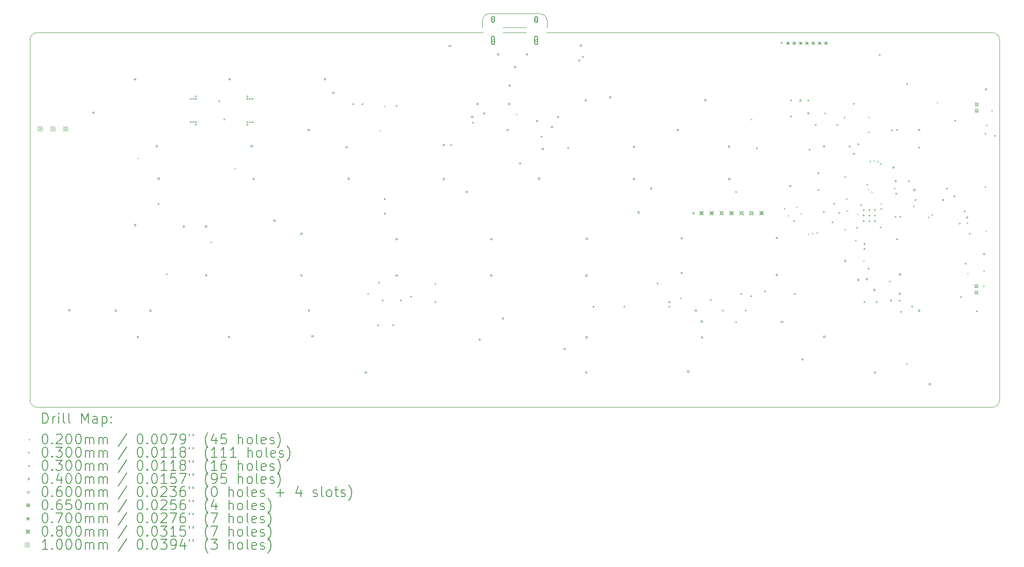
<source format=gbr>
%TF.GenerationSoftware,KiCad,Pcbnew,7.0.7*%
%TF.CreationDate,2023-10-14T12:40:23+02:00*%
%TF.ProjectId,qez,71657a2e-6b69-4636-9164-5f7063625858,rev?*%
%TF.SameCoordinates,Original*%
%TF.FileFunction,Drillmap*%
%TF.FilePolarity,Positive*%
%FSLAX45Y45*%
G04 Gerber Fmt 4.5, Leading zero omitted, Abs format (unit mm)*
G04 Created by KiCad (PCBNEW 7.0.7) date 2023-10-14 12:40:23*
%MOMM*%
%LPD*%
G01*
G04 APERTURE LIST*
%ADD10C,0.100000*%
%ADD11C,0.200000*%
%ADD12C,0.020000*%
%ADD13C,0.030000*%
%ADD14C,0.040000*%
%ADD15C,0.060000*%
%ADD16C,0.065000*%
%ADD17C,0.070000*%
%ADD18C,0.080000*%
G04 APERTURE END LIST*
D10*
X5845810Y-13138150D02*
G75*
G03*
X5991860Y-13284200I146050J0D01*
G01*
X25126950Y-13284200D02*
G75*
G03*
X25273000Y-13138150I0J146050D01*
G01*
X25273000Y-5910580D02*
G75*
G03*
X25126950Y-5764530I-146050J0D01*
G01*
X16209010Y-5530850D02*
G75*
G03*
X16062960Y-5384800I-146050J0D01*
G01*
X15055850Y-5384800D02*
G75*
G03*
X14909800Y-5530850I0J-146050D01*
G01*
X14923313Y-5764946D02*
X14709175Y-5764760D01*
X16190933Y-5763527D02*
X16409175Y-5764760D01*
X5991860Y-13284200D02*
X25126950Y-13284200D01*
X16190933Y-5663528D02*
G75*
G03*
X16210528Y-5648332I-1873J22648D01*
G01*
X25273000Y-13138150D02*
X25273000Y-5910580D01*
X15790943Y-5764314D02*
X15323302Y-5764160D01*
X5991860Y-5764530D02*
G75*
G03*
X5845810Y-5910580I0J-146050D01*
G01*
X14907061Y-5648128D02*
X14909800Y-5530850D01*
X25126950Y-5764530D02*
X16409175Y-5764760D01*
X16209175Y-5564760D02*
X16209010Y-5530850D01*
X16210528Y-5648332D02*
X16209175Y-5564760D01*
X14709175Y-5764760D02*
X5991860Y-5764530D01*
X16062960Y-5384800D02*
X15055850Y-5384800D01*
X15790943Y-5664314D02*
X15323302Y-5664160D01*
X14907061Y-5648128D02*
G75*
G03*
X14923872Y-5664939I16809J-2D01*
G01*
X5845810Y-5910580D02*
X5845810Y-13138150D01*
D11*
D12*
X8008299Y-8273860D02*
X8028299Y-8293860D01*
X8028299Y-8273860D02*
X8008299Y-8293860D01*
X8577908Y-10600021D02*
X8597908Y-10620021D01*
X8597908Y-10600021D02*
X8577908Y-10620021D01*
X9467474Y-9959955D02*
X9487474Y-9979955D01*
X9487474Y-9959955D02*
X9467474Y-9979955D01*
X9942182Y-8481680D02*
X9962182Y-8501680D01*
X9962182Y-8481680D02*
X9942182Y-8501680D01*
X12857439Y-7716786D02*
X12877439Y-7736786D01*
X12877439Y-7716786D02*
X12857439Y-7736786D01*
X12944000Y-7235108D02*
X12964000Y-7255108D01*
X12964000Y-7235108D02*
X12944000Y-7255108D01*
X15581271Y-7395951D02*
X15601271Y-7415951D01*
X15601271Y-7395951D02*
X15581271Y-7415951D01*
X19980933Y-11555660D02*
X20000933Y-11575660D01*
X20000933Y-11555660D02*
X19980933Y-11575660D01*
X20288126Y-7499347D02*
X20308126Y-7519347D01*
X20308126Y-7499347D02*
X20288126Y-7519347D01*
X20950573Y-9288641D02*
X20970573Y-9308641D01*
X20970573Y-9288641D02*
X20950573Y-9308641D01*
X21034569Y-9426173D02*
X21054569Y-9446173D01*
X21054569Y-9426173D02*
X21034569Y-9446173D01*
X21142045Y-9533649D02*
X21162045Y-9553649D01*
X21162045Y-9533649D02*
X21142045Y-9553649D01*
X21199200Y-9255641D02*
X21219200Y-9275641D01*
X21219200Y-9255641D02*
X21199200Y-9275641D01*
X21292038Y-9386836D02*
X21312038Y-9406836D01*
X21312038Y-9386836D02*
X21292038Y-9406836D01*
X21434558Y-9797099D02*
X21454558Y-9817099D01*
X21454558Y-9797099D02*
X21434558Y-9817099D01*
X21513661Y-9780741D02*
X21533661Y-9800741D01*
X21533661Y-9780741D02*
X21513661Y-9800741D01*
X21602590Y-9769926D02*
X21622590Y-9789926D01*
X21622590Y-9769926D02*
X21602590Y-9789926D01*
X22154993Y-7457471D02*
X22174993Y-7477471D01*
X22174993Y-7457471D02*
X22154993Y-7477471D01*
X22165362Y-9709249D02*
X22185362Y-9729249D01*
X22185362Y-9709249D02*
X22165362Y-9729249D01*
X22200928Y-9089098D02*
X22220928Y-9109098D01*
X22220928Y-9089098D02*
X22200928Y-9109098D01*
X22209429Y-9334539D02*
X22229429Y-9354539D01*
X22229429Y-9334539D02*
X22209429Y-9354539D01*
X22378690Y-9925185D02*
X22398690Y-9945185D01*
X22398690Y-9925185D02*
X22378690Y-9945185D01*
X22422584Y-9403707D02*
X22442584Y-9423707D01*
X22442584Y-9403707D02*
X22422584Y-9423707D01*
X22545464Y-10330445D02*
X22565464Y-10350445D01*
X22565464Y-10330445D02*
X22545464Y-10350445D01*
X22635656Y-8900514D02*
X22655656Y-8920514D01*
X22655656Y-8900514D02*
X22635656Y-8920514D01*
X22639024Y-7752434D02*
X22659024Y-7772434D01*
X22659024Y-7752434D02*
X22639024Y-7772434D01*
X22645681Y-7455831D02*
X22665681Y-7475831D01*
X22665681Y-7455831D02*
X22645681Y-7475831D01*
X22667873Y-8339044D02*
X22687873Y-8359044D01*
X22687873Y-8339044D02*
X22667873Y-8359044D01*
X22705723Y-8953994D02*
X22725723Y-8973994D01*
X22725723Y-8953994D02*
X22705723Y-8973994D01*
X22743615Y-8324011D02*
X22763615Y-8344011D01*
X22763615Y-8324011D02*
X22743615Y-8344011D01*
X22819356Y-8345404D02*
X22839356Y-8365404D01*
X22839356Y-8345404D02*
X22819356Y-8365404D01*
X22876468Y-8391530D02*
X22896468Y-8411530D01*
X22896468Y-8391530D02*
X22876468Y-8411530D01*
X22876724Y-9659801D02*
X22896724Y-9679801D01*
X22896724Y-9659801D02*
X22876724Y-9679801D01*
X22889700Y-9187905D02*
X22909700Y-9207905D01*
X22909700Y-9187905D02*
X22889700Y-9207905D01*
X23065074Y-10745027D02*
X23085074Y-10765027D01*
X23085074Y-10745027D02*
X23065074Y-10765027D01*
X23540355Y-9237249D02*
X23560355Y-9257249D01*
X23560355Y-9237249D02*
X23540355Y-9257249D01*
X24015062Y-7160421D02*
X24035062Y-7180421D01*
X24035062Y-7160421D02*
X24015062Y-7180421D01*
X24618826Y-9575506D02*
X24638826Y-9595506D01*
X24638826Y-9575506D02*
X24618826Y-9595506D01*
X24628284Y-10588582D02*
X24648284Y-10608582D01*
X24648284Y-10588582D02*
X24628284Y-10608582D01*
X24944372Y-10843057D02*
X24964372Y-10863057D01*
X24964372Y-10843057D02*
X24944372Y-10863057D01*
X24945138Y-10540474D02*
X24965138Y-10560474D01*
X24965138Y-10540474D02*
X24945138Y-10560474D01*
X24978473Y-7781523D02*
X24998473Y-7801523D01*
X24998473Y-7781523D02*
X24978473Y-7801523D01*
X24990554Y-9738783D02*
X25010554Y-9758783D01*
X25010554Y-9738783D02*
X24990554Y-9758783D01*
X25002172Y-7615860D02*
X25022172Y-7635860D01*
X25022172Y-7615860D02*
X25002172Y-7635860D01*
X25108119Y-7323757D02*
X25128119Y-7343757D01*
X25128119Y-7323757D02*
X25108119Y-7343757D01*
D13*
X8439242Y-9207954D02*
G75*
G03*
X8439242Y-9207954I-15000J0D01*
G01*
X9655326Y-7141689D02*
G75*
G03*
X9655326Y-7141689I-15000J0D01*
G01*
X9757058Y-7506177D02*
G75*
G03*
X9757058Y-7506177I-15000J0D01*
G01*
X12338861Y-7199769D02*
G75*
G03*
X12338861Y-7199769I-15000J0D01*
G01*
X12525137Y-7200944D02*
G75*
G03*
X12525137Y-7200944I-15000J0D01*
G01*
X12636758Y-11005877D02*
G75*
G03*
X12636758Y-11005877I-15000J0D01*
G01*
X12836624Y-11640414D02*
G75*
G03*
X12836624Y-11640414I-15000J0D01*
G01*
X12857386Y-10781647D02*
G75*
G03*
X12857386Y-10781647I-15000J0D01*
G01*
X12930616Y-11139594D02*
G75*
G03*
X12930616Y-11139594I-15000J0D01*
G01*
X12971275Y-9107550D02*
G75*
G03*
X12971275Y-9107550I-15000J0D01*
G01*
X12971275Y-9401115D02*
G75*
G03*
X12971275Y-9401115I-15000J0D01*
G01*
X13137207Y-11638282D02*
G75*
G03*
X13137207Y-11638282I-15000J0D01*
G01*
X13206246Y-7236033D02*
G75*
G03*
X13206246Y-7236033I-15000J0D01*
G01*
X13292398Y-11140732D02*
G75*
G03*
X13292398Y-11140732I-15000J0D01*
G01*
X13498318Y-11065147D02*
G75*
G03*
X13498318Y-11065147I-15000J0D01*
G01*
X13983862Y-10813080D02*
G75*
G03*
X13983862Y-10813080I-15000J0D01*
G01*
X13985000Y-11176000D02*
G75*
G03*
X13985000Y-11176000I-15000J0D01*
G01*
X14294871Y-8021804D02*
G75*
G03*
X14294871Y-8021804I-15000J0D01*
G01*
X14737525Y-7574522D02*
G75*
G03*
X14737525Y-7574522I-15000J0D01*
G01*
X15679226Y-8390527D02*
G75*
G03*
X15679226Y-8390527I-15000J0D01*
G01*
X16111725Y-7855797D02*
G75*
G03*
X16111725Y-7855797I-15000J0D01*
G01*
X16441497Y-7459087D02*
G75*
G03*
X16441497Y-7459087I-15000J0D01*
G01*
X16642968Y-8084399D02*
G75*
G03*
X16642968Y-8084399I-15000J0D01*
G01*
X16865000Y-6325000D02*
G75*
G03*
X16865000Y-6325000I-15000J0D01*
G01*
X16940000Y-6250000D02*
G75*
G03*
X16940000Y-6250000I-15000J0D01*
G01*
X17153647Y-11264739D02*
G75*
G03*
X17153647Y-11264739I-15000J0D01*
G01*
X17770269Y-11267014D02*
G75*
G03*
X17770269Y-11267014I-15000J0D01*
G01*
X18435417Y-10801672D02*
G75*
G03*
X18435417Y-10801672I-15000J0D01*
G01*
X18670388Y-11176000D02*
G75*
G03*
X18670388Y-11176000I-15000J0D01*
G01*
X18671445Y-11264739D02*
G75*
G03*
X18671445Y-11264739I-15000J0D01*
G01*
X18902773Y-11100913D02*
G75*
G03*
X18902773Y-11100913I-15000J0D01*
G01*
X19503207Y-11130442D02*
G75*
G03*
X19503207Y-11130442I-15000J0D01*
G01*
X19741972Y-11341261D02*
G75*
G03*
X19741972Y-11341261I-15000J0D01*
G01*
X20008045Y-8963902D02*
G75*
G03*
X20008045Y-8963902I-15000J0D01*
G01*
X20111770Y-11010739D02*
G75*
G03*
X20111770Y-11010739I-15000J0D01*
G01*
X20200846Y-11342385D02*
G75*
G03*
X20200846Y-11342385I-15000J0D01*
G01*
X20310864Y-11056246D02*
G75*
G03*
X20310864Y-11056246I-15000J0D01*
G01*
X20422634Y-8089195D02*
G75*
G03*
X20422634Y-8089195I-15000J0D01*
G01*
X20589000Y-10957670D02*
G75*
G03*
X20589000Y-10957670I-15000J0D01*
G01*
X20920187Y-5969378D02*
G75*
G03*
X20920187Y-5969378I-15000J0D01*
G01*
X21108178Y-7446945D02*
G75*
G03*
X21108178Y-7446945I-15000J0D01*
G01*
X21109142Y-7123921D02*
G75*
G03*
X21109142Y-7123921I-15000J0D01*
G01*
X21189349Y-11011478D02*
G75*
G03*
X21189349Y-11011478I-15000J0D01*
G01*
X21454749Y-7126633D02*
G75*
G03*
X21454749Y-7126633I-15000J0D01*
G01*
X21454908Y-7384203D02*
G75*
G03*
X21454908Y-7384203I-15000J0D01*
G01*
X21482668Y-8113178D02*
G75*
G03*
X21482668Y-8113178I-15000J0D01*
G01*
X21605000Y-7620000D02*
G75*
G03*
X21605000Y-7620000I-15000J0D01*
G01*
X21659002Y-8585578D02*
G75*
G03*
X21659002Y-8585578I-15000J0D01*
G01*
X21660140Y-8928588D02*
G75*
G03*
X21660140Y-8928588I-15000J0D01*
G01*
X21764334Y-9362944D02*
G75*
G03*
X21764334Y-9362944I-15000J0D01*
G01*
X21790144Y-7383444D02*
G75*
G03*
X21790144Y-7383444I-15000J0D01*
G01*
X21940000Y-9575000D02*
G75*
G03*
X21940000Y-9575000I-15000J0D01*
G01*
X21972468Y-9199361D02*
G75*
G03*
X21972468Y-9199361I-15000J0D01*
G01*
X22035043Y-7617725D02*
G75*
G03*
X22035043Y-7617725I-15000J0D01*
G01*
X22076786Y-9385990D02*
G75*
G03*
X22076786Y-9385990I-15000J0D01*
G01*
X22197274Y-8662369D02*
G75*
G03*
X22197274Y-8662369I-15000J0D01*
G01*
X22284440Y-8052203D02*
G75*
G03*
X22284440Y-8052203I-15000J0D01*
G01*
X22367000Y-7197511D02*
G75*
G03*
X22367000Y-7197511I-15000J0D01*
G01*
X22369976Y-8197945D02*
G75*
G03*
X22369976Y-8197945I-15000J0D01*
G01*
X22432944Y-9682384D02*
G75*
G03*
X22432944Y-9682384I-15000J0D01*
G01*
X22460668Y-8004830D02*
G75*
G03*
X22460668Y-8004830I-15000J0D01*
G01*
X22515000Y-9225000D02*
G75*
G03*
X22515000Y-9225000I-15000J0D01*
G01*
X22563728Y-9434017D02*
G75*
G03*
X22563728Y-9434017I-15000J0D01*
G01*
X22565000Y-9325000D02*
G75*
G03*
X22565000Y-9325000I-15000J0D01*
G01*
X22565000Y-9550000D02*
G75*
G03*
X22565000Y-9550000I-15000J0D01*
G01*
X22578214Y-10104353D02*
G75*
G03*
X22578214Y-10104353I-15000J0D01*
G01*
X22578363Y-11176000D02*
G75*
G03*
X22578363Y-11176000I-15000J0D01*
G01*
X22580656Y-10004219D02*
G75*
G03*
X22580656Y-10004219I-15000J0D01*
G01*
X22635060Y-8815261D02*
G75*
G03*
X22635060Y-8815261I-15000J0D01*
G01*
X22662669Y-10500315D02*
G75*
G03*
X22662669Y-10500315I-15000J0D01*
G01*
X22678923Y-9324914D02*
G75*
G03*
X22678923Y-9324914I-15000J0D01*
G01*
X22680585Y-9550874D02*
G75*
G03*
X22680585Y-9550874I-15000J0D01*
G01*
X22680656Y-9436219D02*
G75*
G03*
X22680656Y-9436219I-15000J0D01*
G01*
X22790000Y-9325000D02*
G75*
G03*
X22790000Y-9325000I-15000J0D01*
G01*
X22790000Y-9550000D02*
G75*
G03*
X22790000Y-9550000I-15000J0D01*
G01*
X22790796Y-9435679D02*
G75*
G03*
X22790796Y-9435679I-15000J0D01*
G01*
X22823047Y-11176003D02*
G75*
G03*
X22823047Y-11176003I-15000J0D01*
G01*
X22886905Y-6210110D02*
G75*
G03*
X22886905Y-6210110I-15000J0D01*
G01*
X22915000Y-9300000D02*
G75*
G03*
X22915000Y-9300000I-15000J0D01*
G01*
X23112654Y-11142628D02*
G75*
G03*
X23112654Y-11142628I-15000J0D01*
G01*
X23129000Y-7725000D02*
G75*
G03*
X23129000Y-7725000I-15000J0D01*
G01*
X23185703Y-8892172D02*
G75*
G03*
X23185703Y-8892172I-15000J0D01*
G01*
X23202287Y-9461794D02*
G75*
G03*
X23202287Y-9461794I-15000J0D01*
G01*
X23207054Y-8748635D02*
G75*
G03*
X23207054Y-8748635I-15000J0D01*
G01*
X23215722Y-8998445D02*
G75*
G03*
X23215722Y-8998445I-15000J0D01*
G01*
X23231771Y-7717891D02*
G75*
G03*
X23231771Y-7717891I-15000J0D01*
G01*
X23235010Y-9912732D02*
G75*
G03*
X23235010Y-9912732I-15000J0D01*
G01*
X23284907Y-11145325D02*
G75*
G03*
X23284907Y-11145325I-15000J0D01*
G01*
X23299640Y-9460828D02*
G75*
G03*
X23299640Y-9460828I-15000J0D01*
G01*
X23314739Y-11368836D02*
G75*
G03*
X23314739Y-11368836I-15000J0D01*
G01*
X23432268Y-12412839D02*
G75*
G03*
X23432268Y-12412839I-15000J0D01*
G01*
X23437953Y-6796415D02*
G75*
G03*
X23437953Y-6796415I-15000J0D01*
G01*
X23472762Y-8747878D02*
G75*
G03*
X23472762Y-8747878I-15000J0D01*
G01*
X23534880Y-11264739D02*
G75*
G03*
X23534880Y-11264739I-15000J0D01*
G01*
X23604302Y-9125123D02*
G75*
G03*
X23604302Y-9125123I-15000J0D01*
G01*
X23671825Y-8071678D02*
G75*
G03*
X23671825Y-8071678I-15000J0D01*
G01*
X23865000Y-9475000D02*
G75*
G03*
X23865000Y-9475000I-15000J0D01*
G01*
X23940000Y-9425000D02*
G75*
G03*
X23940000Y-9425000I-15000J0D01*
G01*
X24230546Y-8895129D02*
G75*
G03*
X24230546Y-8895129I-15000J0D01*
G01*
X24384842Y-9050963D02*
G75*
G03*
X24384842Y-9050963I-15000J0D01*
G01*
X24399000Y-7532967D02*
G75*
G03*
X24399000Y-7532967I-15000J0D01*
G01*
X24490000Y-9600000D02*
G75*
G03*
X24490000Y-9600000I-15000J0D01*
G01*
X24516646Y-11072585D02*
G75*
G03*
X24516646Y-11072585I-15000J0D01*
G01*
X24590000Y-9350000D02*
G75*
G03*
X24590000Y-9350000I-15000J0D01*
G01*
X24606971Y-10404919D02*
G75*
G03*
X24606971Y-10404919I-15000J0D01*
G01*
X24640000Y-9475000D02*
G75*
G03*
X24640000Y-9475000I-15000J0D01*
G01*
X24690000Y-9800000D02*
G75*
G03*
X24690000Y-9800000I-15000J0D01*
G01*
X24834303Y-11361434D02*
G75*
G03*
X24834303Y-11361434I-15000J0D01*
G01*
X24977432Y-10211431D02*
G75*
G03*
X24977432Y-10211431I-15000J0D01*
G01*
X25007453Y-8865445D02*
G75*
G03*
X25007453Y-8865445I-15000J0D01*
G01*
X25195959Y-7839041D02*
G75*
G03*
X25195959Y-7839041I-15000J0D01*
G01*
X9067166Y-7073666D02*
X9067166Y-7103666D01*
X9052166Y-7088666D02*
X9082166Y-7088666D01*
X9067166Y-7543666D02*
X9067166Y-7573666D01*
X9052166Y-7558666D02*
X9082166Y-7558666D01*
X9117166Y-7073666D02*
X9117166Y-7103666D01*
X9102166Y-7088666D02*
X9132166Y-7088666D01*
X9117166Y-7543666D02*
X9117166Y-7573666D01*
X9102166Y-7558666D02*
X9132166Y-7558666D01*
X9167166Y-7023666D02*
X9167166Y-7053666D01*
X9152166Y-7038666D02*
X9182166Y-7038666D01*
X9167166Y-7073666D02*
X9167166Y-7103666D01*
X9152166Y-7088666D02*
X9182166Y-7088666D01*
X9167166Y-7543666D02*
X9167166Y-7573666D01*
X9152166Y-7558666D02*
X9182166Y-7558666D01*
X9167166Y-7593666D02*
X9167166Y-7623666D01*
X9152166Y-7608666D02*
X9182166Y-7608666D01*
X10202288Y-7025868D02*
X10202288Y-7055868D01*
X10187288Y-7040868D02*
X10217288Y-7040868D01*
X10202288Y-7075868D02*
X10202288Y-7105868D01*
X10187288Y-7090868D02*
X10217288Y-7090868D01*
X10202288Y-7545868D02*
X10202288Y-7575868D01*
X10187288Y-7560868D02*
X10217288Y-7560868D01*
X10202288Y-7595868D02*
X10202288Y-7625868D01*
X10187288Y-7610868D02*
X10217288Y-7610868D01*
X10252288Y-7075868D02*
X10252288Y-7105868D01*
X10237288Y-7090868D02*
X10267288Y-7090868D01*
X10252288Y-7545868D02*
X10252288Y-7575868D01*
X10237288Y-7560868D02*
X10267288Y-7560868D01*
X10302288Y-7075868D02*
X10302288Y-7105868D01*
X10287288Y-7090868D02*
X10317288Y-7090868D01*
X10302288Y-7545868D02*
X10302288Y-7575868D01*
X10287288Y-7560868D02*
X10317288Y-7560868D01*
D14*
X6644677Y-11347598D02*
X6644677Y-11319314D01*
X6616392Y-11319314D01*
X6616392Y-11347598D01*
X6644677Y-11347598D01*
X7126142Y-7380142D02*
X7126142Y-7351858D01*
X7097858Y-7351858D01*
X7097858Y-7380142D01*
X7126142Y-7380142D01*
X7576037Y-11355061D02*
X7576037Y-11326777D01*
X7547753Y-11326777D01*
X7547753Y-11355061D01*
X7576037Y-11355061D01*
X7962755Y-6714390D02*
X7962755Y-6686105D01*
X7934470Y-6686105D01*
X7934470Y-6714390D01*
X7962755Y-6714390D01*
X7964815Y-9636583D02*
X7964815Y-9608298D01*
X7936530Y-9608298D01*
X7936530Y-9636583D01*
X7964815Y-9636583D01*
X8018104Y-11884792D02*
X8018104Y-11856508D01*
X7989820Y-11856508D01*
X7989820Y-11884792D01*
X8018104Y-11884792D01*
X8271180Y-11355061D02*
X8271180Y-11326777D01*
X8242895Y-11326777D01*
X8242895Y-11355061D01*
X8271180Y-11355061D01*
X8400394Y-8055287D02*
X8400394Y-8027002D01*
X8372109Y-8027002D01*
X8372109Y-8055287D01*
X8400394Y-8055287D01*
X8437357Y-8706990D02*
X8437357Y-8678705D01*
X8409072Y-8678705D01*
X8409072Y-8706990D01*
X8437357Y-8706990D01*
X8942038Y-9664464D02*
X8942038Y-9636179D01*
X8913753Y-9636179D01*
X8913753Y-9664464D01*
X8942038Y-9664464D01*
X9385451Y-9661876D02*
X9385451Y-9633591D01*
X9357166Y-9633591D01*
X9357166Y-9661876D01*
X9385451Y-9661876D01*
X9388376Y-10645979D02*
X9388376Y-10617694D01*
X9360091Y-10617694D01*
X9360091Y-10645979D01*
X9388376Y-10645979D01*
X9848135Y-11883845D02*
X9848135Y-11855560D01*
X9819851Y-11855560D01*
X9819851Y-11883845D01*
X9848135Y-11883845D01*
X9857918Y-6714390D02*
X9857918Y-6686105D01*
X9829633Y-6686105D01*
X9829633Y-6714390D01*
X9857918Y-6714390D01*
X10299820Y-8055287D02*
X10299820Y-8027002D01*
X10271536Y-8027002D01*
X10271536Y-8055287D01*
X10299820Y-8055287D01*
X10337494Y-8709832D02*
X10337494Y-8681548D01*
X10309209Y-8681548D01*
X10309209Y-8709832D01*
X10337494Y-8709832D01*
X10756147Y-9547113D02*
X10756147Y-9518828D01*
X10727863Y-9518828D01*
X10727863Y-9547113D01*
X10756147Y-9547113D01*
X11292047Y-10648735D02*
X11292047Y-10620451D01*
X11263763Y-10620451D01*
X11263763Y-10648735D01*
X11292047Y-10648735D01*
X11299100Y-9809289D02*
X11299100Y-9781005D01*
X11270816Y-9781005D01*
X11270816Y-9809289D01*
X11299100Y-9809289D01*
X11440578Y-7730912D02*
X11440578Y-7702627D01*
X11412293Y-7702627D01*
X11412293Y-7730912D01*
X11440578Y-7730912D01*
X11445447Y-11354159D02*
X11445447Y-11325874D01*
X11417163Y-11325874D01*
X11417163Y-11354159D01*
X11445447Y-11354159D01*
X11518438Y-11865997D02*
X11518438Y-11837713D01*
X11490154Y-11837713D01*
X11490154Y-11865997D01*
X11518438Y-11865997D01*
X11768886Y-6707835D02*
X11768886Y-6679551D01*
X11740601Y-6679551D01*
X11740601Y-6707835D01*
X11768886Y-6707835D01*
X11932811Y-6985127D02*
X11932811Y-6956843D01*
X11904526Y-6956843D01*
X11904526Y-6985127D01*
X11932811Y-6985127D01*
X12199247Y-8077670D02*
X12199247Y-8049386D01*
X12170962Y-8049386D01*
X12170962Y-8077670D01*
X12199247Y-8077670D01*
X12244737Y-8706990D02*
X12244737Y-8678705D01*
X12216452Y-8678705D01*
X12216452Y-8706990D01*
X12244737Y-8706990D01*
X12586406Y-12599458D02*
X12586406Y-12571173D01*
X12558122Y-12571173D01*
X12558122Y-12599458D01*
X12586406Y-12599458D01*
X13201852Y-10650088D02*
X13201852Y-10621804D01*
X13173567Y-10621804D01*
X13173567Y-10650088D01*
X13201852Y-10650088D01*
X13202485Y-9923532D02*
X13202485Y-9895248D01*
X13174201Y-9895248D01*
X13174201Y-9923532D01*
X13202485Y-9923532D01*
X14147977Y-8032708D02*
X14147977Y-8004424D01*
X14119693Y-8004424D01*
X14119693Y-8032708D01*
X14147977Y-8032708D01*
X14149001Y-8714096D02*
X14149001Y-8685811D01*
X14120716Y-8685811D01*
X14120716Y-8714096D01*
X14149001Y-8714096D01*
X14269079Y-6040803D02*
X14269079Y-6012519D01*
X14240795Y-6012519D01*
X14240795Y-6040803D01*
X14269079Y-6040803D01*
X14607823Y-8971541D02*
X14607823Y-8943256D01*
X14579538Y-8943256D01*
X14579538Y-8971541D01*
X14607823Y-8971541D01*
X14718350Y-7466125D02*
X14718350Y-7437841D01*
X14690065Y-7437841D01*
X14690065Y-7466125D01*
X14718350Y-7466125D01*
X14825599Y-7208836D02*
X14825599Y-7180551D01*
X14797315Y-7180551D01*
X14797315Y-7208836D01*
X14825599Y-7208836D01*
X14867971Y-11933821D02*
X14867971Y-11905536D01*
X14839687Y-11905536D01*
X14839687Y-11933821D01*
X14867971Y-11933821D01*
X14961140Y-7397908D02*
X14961140Y-7369624D01*
X14932856Y-7369624D01*
X14932856Y-7397908D01*
X14961140Y-7397908D01*
X15098758Y-10650560D02*
X15098758Y-10622276D01*
X15070474Y-10622276D01*
X15070474Y-10650560D01*
X15098758Y-10650560D01*
X15099135Y-9921103D02*
X15099135Y-9892819D01*
X15070851Y-9892819D01*
X15070851Y-9921103D01*
X15099135Y-9921103D01*
X15239142Y-6214142D02*
X15239142Y-6185858D01*
X15210858Y-6185858D01*
X15210858Y-6214142D01*
X15239142Y-6214142D01*
X15331015Y-11511318D02*
X15331015Y-11483033D01*
X15302730Y-11483033D01*
X15302730Y-11511318D01*
X15331015Y-11511318D01*
X15422871Y-7730152D02*
X15422871Y-7701867D01*
X15394586Y-7701867D01*
X15394586Y-7730152D01*
X15422871Y-7730152D01*
X15459797Y-7207378D02*
X15459797Y-7179093D01*
X15431513Y-7179093D01*
X15431513Y-7207378D01*
X15459797Y-7207378D01*
X15467321Y-6838034D02*
X15467321Y-6809749D01*
X15439037Y-6809749D01*
X15439037Y-6838034D01*
X15467321Y-6838034D01*
X15577431Y-6465482D02*
X15577431Y-6437197D01*
X15549147Y-6437197D01*
X15549147Y-6465482D01*
X15577431Y-6465482D01*
X15816642Y-6211642D02*
X15816642Y-6183358D01*
X15788358Y-6183358D01*
X15788358Y-6211642D01*
X15816642Y-6211642D01*
X16016142Y-7549192D02*
X16016142Y-7520908D01*
X15987858Y-7520908D01*
X15987858Y-7549192D01*
X16016142Y-7549192D01*
X16057203Y-8706510D02*
X16057203Y-8678226D01*
X16028918Y-8678226D01*
X16028918Y-8706510D01*
X16057203Y-8706510D01*
X16132201Y-8106612D02*
X16132201Y-8078328D01*
X16103916Y-8078328D01*
X16103916Y-8106612D01*
X16132201Y-8106612D01*
X16312854Y-7666356D02*
X16312854Y-7638071D01*
X16284569Y-7638071D01*
X16284569Y-7666356D01*
X16312854Y-7666356D01*
X16566778Y-12125134D02*
X16566778Y-12096850D01*
X16538493Y-12096850D01*
X16538493Y-12125134D01*
X16566778Y-12125134D01*
X16893348Y-6034243D02*
X16893348Y-6005958D01*
X16865063Y-6005958D01*
X16865063Y-6034243D01*
X16893348Y-6034243D01*
X16991717Y-7134985D02*
X16991717Y-7106701D01*
X16963433Y-7106701D01*
X16963433Y-7134985D01*
X16991717Y-7134985D01*
X17001980Y-12596577D02*
X17001980Y-12568292D01*
X16973696Y-12568292D01*
X16973696Y-12596577D01*
X17001980Y-12596577D01*
X17004350Y-10653929D02*
X17004350Y-10625644D01*
X16976065Y-10625644D01*
X16976065Y-10653929D01*
X17004350Y-10653929D01*
X17006561Y-11890868D02*
X17006561Y-11862583D01*
X16978276Y-11862583D01*
X16978276Y-11890868D01*
X17006561Y-11890868D01*
X17012092Y-9910665D02*
X17012092Y-9882380D01*
X16983807Y-9882380D01*
X16983807Y-9910665D01*
X17012092Y-9910665D01*
X17482347Y-7073084D02*
X17482347Y-7044800D01*
X17454062Y-7044800D01*
X17454062Y-7073084D01*
X17482347Y-7073084D01*
X17957186Y-8715277D02*
X17957186Y-8686993D01*
X17928901Y-8686993D01*
X17928901Y-8715277D01*
X17957186Y-8715277D01*
X17959001Y-8067213D02*
X17959001Y-8038928D01*
X17930716Y-8038928D01*
X17930716Y-8067213D01*
X17959001Y-8067213D01*
X18048142Y-9383105D02*
X18048142Y-9354820D01*
X18019858Y-9354820D01*
X18019858Y-9383105D01*
X18048142Y-9383105D01*
X18302142Y-8904142D02*
X18302142Y-8875858D01*
X18273858Y-8875858D01*
X18273858Y-8904142D01*
X18302142Y-8904142D01*
X18837158Y-7726312D02*
X18837158Y-7698028D01*
X18808873Y-7698028D01*
X18808873Y-7726312D01*
X18837158Y-7726312D01*
X18915867Y-9904586D02*
X18915867Y-9876302D01*
X18887583Y-9876302D01*
X18887583Y-9904586D01*
X18915867Y-9904586D01*
X18915867Y-10599550D02*
X18915867Y-10571266D01*
X18887583Y-10571266D01*
X18887583Y-10599550D01*
X18915867Y-10599550D01*
X19045359Y-12575807D02*
X19045359Y-12547522D01*
X19017074Y-12547522D01*
X19017074Y-12575807D01*
X19045359Y-12575807D01*
X19148374Y-9400434D02*
X19148374Y-9372150D01*
X19120090Y-9372150D01*
X19120090Y-9400434D01*
X19148374Y-9400434D01*
X19197995Y-11351199D02*
X19197995Y-11322915D01*
X19169710Y-11322915D01*
X19169710Y-11351199D01*
X19197995Y-11351199D01*
X19316179Y-11571890D02*
X19316179Y-11543605D01*
X19287895Y-11543605D01*
X19287895Y-11571890D01*
X19316179Y-11571890D01*
X19318142Y-11892452D02*
X19318142Y-11864167D01*
X19289858Y-11864167D01*
X19289858Y-11892452D01*
X19318142Y-11892452D01*
X19387517Y-7131592D02*
X19387517Y-7103308D01*
X19359233Y-7103308D01*
X19359233Y-7131592D01*
X19387517Y-7131592D01*
X19859617Y-8062632D02*
X19859617Y-8034348D01*
X19831333Y-8034348D01*
X19831333Y-8062632D01*
X19859617Y-8062632D01*
X19866963Y-8713622D02*
X19866963Y-8685338D01*
X19838679Y-8685338D01*
X19838679Y-8713622D01*
X19866963Y-8713622D01*
X20817511Y-10636510D02*
X20817511Y-10608225D01*
X20789227Y-10608225D01*
X20789227Y-10636510D01*
X20817511Y-10636510D01*
X20819403Y-9896770D02*
X20819403Y-9868485D01*
X20791119Y-9868485D01*
X20791119Y-9896770D01*
X20819403Y-9896770D01*
X20925599Y-11580260D02*
X20925599Y-11551975D01*
X20897314Y-11551975D01*
X20897314Y-11580260D01*
X20925599Y-11580260D01*
X21089510Y-8852032D02*
X21089510Y-8823747D01*
X21061225Y-8823747D01*
X21061225Y-8852032D01*
X21089510Y-8852032D01*
X21292267Y-7139327D02*
X21292267Y-7111042D01*
X21263983Y-7111042D01*
X21263983Y-7139327D01*
X21292267Y-7139327D01*
X21337035Y-12334914D02*
X21337035Y-12306630D01*
X21308750Y-12306630D01*
X21308750Y-12334914D01*
X21337035Y-12334914D01*
X21769001Y-8055843D02*
X21769001Y-8027559D01*
X21740716Y-8027559D01*
X21740716Y-8055843D01*
X21769001Y-8055843D01*
X21770422Y-11880410D02*
X21770422Y-11852126D01*
X21742137Y-11852126D01*
X21742137Y-11880410D01*
X21770422Y-11880410D01*
X22189558Y-10356296D02*
X22189558Y-10328011D01*
X22161274Y-10328011D01*
X22161274Y-10356296D01*
X22189558Y-10356296D01*
X22454256Y-10738910D02*
X22454256Y-10710626D01*
X22425972Y-10710626D01*
X22425972Y-10738910D01*
X22454256Y-10738910D01*
X22620142Y-10720092D02*
X22620142Y-10691808D01*
X22591858Y-10691808D01*
X22591858Y-10720092D01*
X22620142Y-10720092D01*
X22774025Y-10942854D02*
X22774025Y-10914570D01*
X22745740Y-10914570D01*
X22745740Y-10942854D01*
X22774025Y-10942854D01*
X22784521Y-12594993D02*
X22784521Y-12566708D01*
X22756237Y-12566708D01*
X22756237Y-12594993D01*
X22784521Y-12594993D01*
X23153186Y-8483953D02*
X23153186Y-8455669D01*
X23124902Y-8455669D01*
X23124902Y-8483953D01*
X23153186Y-8483953D01*
X23282770Y-11018603D02*
X23282770Y-10990318D01*
X23254485Y-10990318D01*
X23254485Y-11018603D01*
X23282770Y-11018603D01*
X23285919Y-10628199D02*
X23285919Y-10599914D01*
X23257634Y-10599914D01*
X23257634Y-10628199D01*
X23285919Y-10628199D01*
X23574209Y-8935448D02*
X23574209Y-8907163D01*
X23545925Y-8907163D01*
X23545925Y-8935448D01*
X23574209Y-8935448D01*
X23672226Y-11357439D02*
X23672226Y-11329155D01*
X23643941Y-11329155D01*
X23643941Y-11357439D01*
X23672226Y-11357439D01*
X23672561Y-7727632D02*
X23672561Y-7699347D01*
X23644277Y-7699347D01*
X23644277Y-7727632D01*
X23672561Y-7727632D01*
X23884261Y-12828107D02*
X23884261Y-12799822D01*
X23855976Y-12799822D01*
X23855976Y-12828107D01*
X23884261Y-12828107D01*
X24153297Y-9135323D02*
X24153297Y-9107039D01*
X24125013Y-9107039D01*
X24125013Y-9135323D01*
X24153297Y-9135323D01*
X25007785Y-6915405D02*
X25007785Y-6887120D01*
X24979500Y-6887120D01*
X24979500Y-6915405D01*
X25007785Y-6915405D01*
D15*
X15125500Y-5532050D02*
X15155500Y-5502050D01*
X15125500Y-5472050D01*
X15095500Y-5502050D01*
X15125500Y-5532050D01*
D11*
X15095500Y-5472050D02*
X15095500Y-5532050D01*
X15095500Y-5532050D02*
G75*
G03*
X15155500Y-5532050I30000J0D01*
G01*
X15155500Y-5532050D02*
X15155500Y-5472050D01*
X15155500Y-5472050D02*
G75*
G03*
X15095500Y-5472050I-30000J0D01*
G01*
D15*
X15125500Y-5950050D02*
X15155500Y-5920050D01*
X15125500Y-5890050D01*
X15095500Y-5920050D01*
X15125500Y-5950050D01*
D11*
X15095500Y-5865050D02*
X15095500Y-5975050D01*
X15095500Y-5975050D02*
G75*
G03*
X15155500Y-5975050I30000J0D01*
G01*
X15155500Y-5975050D02*
X15155500Y-5865050D01*
X15155500Y-5865050D02*
G75*
G03*
X15095500Y-5865050I-30000J0D01*
G01*
D15*
X15989500Y-5532050D02*
X16019500Y-5502050D01*
X15989500Y-5472050D01*
X15959500Y-5502050D01*
X15989500Y-5532050D01*
D11*
X15959500Y-5472050D02*
X15959500Y-5532050D01*
X15959500Y-5532050D02*
G75*
G03*
X16019500Y-5532050I30000J0D01*
G01*
X16019500Y-5532050D02*
X16019500Y-5472050D01*
X16019500Y-5472050D02*
G75*
G03*
X15959500Y-5472050I-30000J0D01*
G01*
D15*
X15989500Y-5950050D02*
X16019500Y-5920050D01*
X15989500Y-5890050D01*
X15959500Y-5920050D01*
X15989500Y-5950050D01*
D11*
X15959500Y-5865050D02*
X15959500Y-5975050D01*
X15959500Y-5975050D02*
G75*
G03*
X16019500Y-5975050I30000J0D01*
G01*
X16019500Y-5975050D02*
X16019500Y-5865050D01*
X16019500Y-5865050D02*
G75*
G03*
X15959500Y-5865050I-30000J0D01*
G01*
D16*
X24771598Y-10819695D02*
X24836598Y-10884695D01*
X24836598Y-10819695D02*
X24771598Y-10884695D01*
X24836598Y-10852195D02*
G75*
G03*
X24836598Y-10852195I-32500J0D01*
G01*
X24771598Y-10946695D02*
X24836598Y-11011695D01*
X24836598Y-10946695D02*
X24771598Y-11011695D01*
X24836598Y-10979195D02*
G75*
G03*
X24836598Y-10979195I-32500J0D01*
G01*
X24779405Y-7171910D02*
X24844405Y-7236910D01*
X24844405Y-7171910D02*
X24779405Y-7236910D01*
X24844405Y-7204410D02*
G75*
G03*
X24844405Y-7204410I-32500J0D01*
G01*
X24779405Y-7298910D02*
X24844405Y-7363910D01*
X24844405Y-7298910D02*
X24779405Y-7363910D01*
X24844405Y-7331410D02*
G75*
G03*
X24844405Y-7331410I-32500J0D01*
G01*
D17*
X20996753Y-5938715D02*
X21066753Y-6008715D01*
X21066753Y-5938715D02*
X20996753Y-6008715D01*
X21031753Y-5938715D02*
X21031753Y-6008715D01*
X20996753Y-5973715D02*
X21066753Y-5973715D01*
X21123753Y-5938715D02*
X21193753Y-6008715D01*
X21193753Y-5938715D02*
X21123753Y-6008715D01*
X21158753Y-5938715D02*
X21158753Y-6008715D01*
X21123753Y-5973715D02*
X21193753Y-5973715D01*
X21250753Y-5938715D02*
X21320753Y-6008715D01*
X21320753Y-5938715D02*
X21250753Y-6008715D01*
X21285753Y-5938715D02*
X21285753Y-6008715D01*
X21250753Y-5973715D02*
X21320753Y-5973715D01*
X21377753Y-5938715D02*
X21447753Y-6008715D01*
X21447753Y-5938715D02*
X21377753Y-6008715D01*
X21412753Y-5938715D02*
X21412753Y-6008715D01*
X21377753Y-5973715D02*
X21447753Y-5973715D01*
X21504753Y-5938715D02*
X21574753Y-6008715D01*
X21574753Y-5938715D02*
X21504753Y-6008715D01*
X21539753Y-5938715D02*
X21539753Y-6008715D01*
X21504753Y-5973715D02*
X21574753Y-5973715D01*
X21631753Y-5938715D02*
X21701753Y-6008715D01*
X21701753Y-5938715D02*
X21631753Y-6008715D01*
X21666753Y-5938715D02*
X21666753Y-6008715D01*
X21631753Y-5973715D02*
X21701753Y-5973715D01*
X21758753Y-5938715D02*
X21828753Y-6008715D01*
X21828753Y-5938715D02*
X21758753Y-6008715D01*
X21793753Y-5938715D02*
X21793753Y-6008715D01*
X21758753Y-5973715D02*
X21828753Y-5973715D01*
D18*
X19259243Y-9346743D02*
X19339243Y-9426743D01*
X19339243Y-9346743D02*
X19259243Y-9426743D01*
X19327528Y-9415027D02*
X19327528Y-9358458D01*
X19270959Y-9358458D01*
X19270959Y-9415027D01*
X19327528Y-9415027D01*
X19459243Y-9346743D02*
X19539243Y-9426743D01*
X19539243Y-9346743D02*
X19459243Y-9426743D01*
X19527528Y-9415027D02*
X19527528Y-9358458D01*
X19470959Y-9358458D01*
X19470959Y-9415027D01*
X19527528Y-9415027D01*
X19659243Y-9346743D02*
X19739243Y-9426743D01*
X19739243Y-9346743D02*
X19659243Y-9426743D01*
X19727528Y-9415027D02*
X19727528Y-9358458D01*
X19670959Y-9358458D01*
X19670959Y-9415027D01*
X19727528Y-9415027D01*
X19859243Y-9346743D02*
X19939243Y-9426743D01*
X19939243Y-9346743D02*
X19859243Y-9426743D01*
X19927528Y-9415027D02*
X19927528Y-9358458D01*
X19870959Y-9358458D01*
X19870959Y-9415027D01*
X19927528Y-9415027D01*
X20059243Y-9346743D02*
X20139243Y-9426743D01*
X20139243Y-9346743D02*
X20059243Y-9426743D01*
X20127528Y-9415027D02*
X20127528Y-9358458D01*
X20070959Y-9358458D01*
X20070959Y-9415027D01*
X20127528Y-9415027D01*
X20259243Y-9346743D02*
X20339243Y-9426743D01*
X20339243Y-9346743D02*
X20259243Y-9426743D01*
X20327528Y-9415027D02*
X20327528Y-9358458D01*
X20270959Y-9358458D01*
X20270959Y-9415027D01*
X20327528Y-9415027D01*
X20459243Y-9346743D02*
X20539243Y-9426743D01*
X20539243Y-9346743D02*
X20459243Y-9426743D01*
X20527528Y-9415027D02*
X20527528Y-9358458D01*
X20470959Y-9358458D01*
X20470959Y-9415027D01*
X20527528Y-9415027D01*
D10*
X6004693Y-7644194D02*
X6104693Y-7744194D01*
X6104693Y-7644194D02*
X6004693Y-7744194D01*
X6054693Y-7744194D02*
X6104693Y-7694194D01*
X6054693Y-7644194D01*
X6004693Y-7694194D01*
X6054693Y-7744194D01*
X6258693Y-7644194D02*
X6358693Y-7744194D01*
X6358693Y-7644194D02*
X6258693Y-7744194D01*
X6308693Y-7744194D02*
X6358693Y-7694194D01*
X6308693Y-7644194D01*
X6258693Y-7694194D01*
X6308693Y-7744194D01*
X6512693Y-7644194D02*
X6612693Y-7744194D01*
X6612693Y-7644194D02*
X6512693Y-7744194D01*
X6562693Y-7744194D02*
X6612693Y-7694194D01*
X6562693Y-7644194D01*
X6512693Y-7694194D01*
X6562693Y-7744194D01*
D11*
X6101587Y-13600684D02*
X6101587Y-13400684D01*
X6101587Y-13400684D02*
X6149206Y-13400684D01*
X6149206Y-13400684D02*
X6177777Y-13410208D01*
X6177777Y-13410208D02*
X6196825Y-13429255D01*
X6196825Y-13429255D02*
X6206349Y-13448303D01*
X6206349Y-13448303D02*
X6215872Y-13486398D01*
X6215872Y-13486398D02*
X6215872Y-13514970D01*
X6215872Y-13514970D02*
X6206349Y-13553065D01*
X6206349Y-13553065D02*
X6196825Y-13572112D01*
X6196825Y-13572112D02*
X6177777Y-13591160D01*
X6177777Y-13591160D02*
X6149206Y-13600684D01*
X6149206Y-13600684D02*
X6101587Y-13600684D01*
X6301587Y-13600684D02*
X6301587Y-13467350D01*
X6301587Y-13505446D02*
X6311111Y-13486398D01*
X6311111Y-13486398D02*
X6320634Y-13476874D01*
X6320634Y-13476874D02*
X6339682Y-13467350D01*
X6339682Y-13467350D02*
X6358730Y-13467350D01*
X6425396Y-13600684D02*
X6425396Y-13467350D01*
X6425396Y-13400684D02*
X6415872Y-13410208D01*
X6415872Y-13410208D02*
X6425396Y-13419731D01*
X6425396Y-13419731D02*
X6434920Y-13410208D01*
X6434920Y-13410208D02*
X6425396Y-13400684D01*
X6425396Y-13400684D02*
X6425396Y-13419731D01*
X6549206Y-13600684D02*
X6530158Y-13591160D01*
X6530158Y-13591160D02*
X6520634Y-13572112D01*
X6520634Y-13572112D02*
X6520634Y-13400684D01*
X6653968Y-13600684D02*
X6634920Y-13591160D01*
X6634920Y-13591160D02*
X6625396Y-13572112D01*
X6625396Y-13572112D02*
X6625396Y-13400684D01*
X6882539Y-13600684D02*
X6882539Y-13400684D01*
X6882539Y-13400684D02*
X6949206Y-13543541D01*
X6949206Y-13543541D02*
X7015872Y-13400684D01*
X7015872Y-13400684D02*
X7015872Y-13600684D01*
X7196825Y-13600684D02*
X7196825Y-13495922D01*
X7196825Y-13495922D02*
X7187301Y-13476874D01*
X7187301Y-13476874D02*
X7168253Y-13467350D01*
X7168253Y-13467350D02*
X7130158Y-13467350D01*
X7130158Y-13467350D02*
X7111111Y-13476874D01*
X7196825Y-13591160D02*
X7177777Y-13600684D01*
X7177777Y-13600684D02*
X7130158Y-13600684D01*
X7130158Y-13600684D02*
X7111111Y-13591160D01*
X7111111Y-13591160D02*
X7101587Y-13572112D01*
X7101587Y-13572112D02*
X7101587Y-13553065D01*
X7101587Y-13553065D02*
X7111111Y-13534017D01*
X7111111Y-13534017D02*
X7130158Y-13524493D01*
X7130158Y-13524493D02*
X7177777Y-13524493D01*
X7177777Y-13524493D02*
X7196825Y-13514970D01*
X7292063Y-13467350D02*
X7292063Y-13667350D01*
X7292063Y-13476874D02*
X7311111Y-13467350D01*
X7311111Y-13467350D02*
X7349206Y-13467350D01*
X7349206Y-13467350D02*
X7368253Y-13476874D01*
X7368253Y-13476874D02*
X7377777Y-13486398D01*
X7377777Y-13486398D02*
X7387301Y-13505446D01*
X7387301Y-13505446D02*
X7387301Y-13562589D01*
X7387301Y-13562589D02*
X7377777Y-13581636D01*
X7377777Y-13581636D02*
X7368253Y-13591160D01*
X7368253Y-13591160D02*
X7349206Y-13600684D01*
X7349206Y-13600684D02*
X7311111Y-13600684D01*
X7311111Y-13600684D02*
X7292063Y-13591160D01*
X7473015Y-13581636D02*
X7482539Y-13591160D01*
X7482539Y-13591160D02*
X7473015Y-13600684D01*
X7473015Y-13600684D02*
X7463492Y-13591160D01*
X7463492Y-13591160D02*
X7473015Y-13581636D01*
X7473015Y-13581636D02*
X7473015Y-13600684D01*
X7473015Y-13476874D02*
X7482539Y-13486398D01*
X7482539Y-13486398D02*
X7473015Y-13495922D01*
X7473015Y-13495922D02*
X7463492Y-13486398D01*
X7463492Y-13486398D02*
X7473015Y-13476874D01*
X7473015Y-13476874D02*
X7473015Y-13495922D01*
D12*
X5820810Y-13919200D02*
X5840810Y-13939200D01*
X5840810Y-13919200D02*
X5820810Y-13939200D01*
D11*
X6139682Y-13820684D02*
X6158730Y-13820684D01*
X6158730Y-13820684D02*
X6177777Y-13830208D01*
X6177777Y-13830208D02*
X6187301Y-13839731D01*
X6187301Y-13839731D02*
X6196825Y-13858779D01*
X6196825Y-13858779D02*
X6206349Y-13896874D01*
X6206349Y-13896874D02*
X6206349Y-13944493D01*
X6206349Y-13944493D02*
X6196825Y-13982589D01*
X6196825Y-13982589D02*
X6187301Y-14001636D01*
X6187301Y-14001636D02*
X6177777Y-14011160D01*
X6177777Y-14011160D02*
X6158730Y-14020684D01*
X6158730Y-14020684D02*
X6139682Y-14020684D01*
X6139682Y-14020684D02*
X6120634Y-14011160D01*
X6120634Y-14011160D02*
X6111111Y-14001636D01*
X6111111Y-14001636D02*
X6101587Y-13982589D01*
X6101587Y-13982589D02*
X6092063Y-13944493D01*
X6092063Y-13944493D02*
X6092063Y-13896874D01*
X6092063Y-13896874D02*
X6101587Y-13858779D01*
X6101587Y-13858779D02*
X6111111Y-13839731D01*
X6111111Y-13839731D02*
X6120634Y-13830208D01*
X6120634Y-13830208D02*
X6139682Y-13820684D01*
X6292063Y-14001636D02*
X6301587Y-14011160D01*
X6301587Y-14011160D02*
X6292063Y-14020684D01*
X6292063Y-14020684D02*
X6282539Y-14011160D01*
X6282539Y-14011160D02*
X6292063Y-14001636D01*
X6292063Y-14001636D02*
X6292063Y-14020684D01*
X6377777Y-13839731D02*
X6387301Y-13830208D01*
X6387301Y-13830208D02*
X6406349Y-13820684D01*
X6406349Y-13820684D02*
X6453968Y-13820684D01*
X6453968Y-13820684D02*
X6473015Y-13830208D01*
X6473015Y-13830208D02*
X6482539Y-13839731D01*
X6482539Y-13839731D02*
X6492063Y-13858779D01*
X6492063Y-13858779D02*
X6492063Y-13877827D01*
X6492063Y-13877827D02*
X6482539Y-13906398D01*
X6482539Y-13906398D02*
X6368253Y-14020684D01*
X6368253Y-14020684D02*
X6492063Y-14020684D01*
X6615872Y-13820684D02*
X6634920Y-13820684D01*
X6634920Y-13820684D02*
X6653968Y-13830208D01*
X6653968Y-13830208D02*
X6663492Y-13839731D01*
X6663492Y-13839731D02*
X6673015Y-13858779D01*
X6673015Y-13858779D02*
X6682539Y-13896874D01*
X6682539Y-13896874D02*
X6682539Y-13944493D01*
X6682539Y-13944493D02*
X6673015Y-13982589D01*
X6673015Y-13982589D02*
X6663492Y-14001636D01*
X6663492Y-14001636D02*
X6653968Y-14011160D01*
X6653968Y-14011160D02*
X6634920Y-14020684D01*
X6634920Y-14020684D02*
X6615872Y-14020684D01*
X6615872Y-14020684D02*
X6596825Y-14011160D01*
X6596825Y-14011160D02*
X6587301Y-14001636D01*
X6587301Y-14001636D02*
X6577777Y-13982589D01*
X6577777Y-13982589D02*
X6568253Y-13944493D01*
X6568253Y-13944493D02*
X6568253Y-13896874D01*
X6568253Y-13896874D02*
X6577777Y-13858779D01*
X6577777Y-13858779D02*
X6587301Y-13839731D01*
X6587301Y-13839731D02*
X6596825Y-13830208D01*
X6596825Y-13830208D02*
X6615872Y-13820684D01*
X6806349Y-13820684D02*
X6825396Y-13820684D01*
X6825396Y-13820684D02*
X6844444Y-13830208D01*
X6844444Y-13830208D02*
X6853968Y-13839731D01*
X6853968Y-13839731D02*
X6863492Y-13858779D01*
X6863492Y-13858779D02*
X6873015Y-13896874D01*
X6873015Y-13896874D02*
X6873015Y-13944493D01*
X6873015Y-13944493D02*
X6863492Y-13982589D01*
X6863492Y-13982589D02*
X6853968Y-14001636D01*
X6853968Y-14001636D02*
X6844444Y-14011160D01*
X6844444Y-14011160D02*
X6825396Y-14020684D01*
X6825396Y-14020684D02*
X6806349Y-14020684D01*
X6806349Y-14020684D02*
X6787301Y-14011160D01*
X6787301Y-14011160D02*
X6777777Y-14001636D01*
X6777777Y-14001636D02*
X6768253Y-13982589D01*
X6768253Y-13982589D02*
X6758730Y-13944493D01*
X6758730Y-13944493D02*
X6758730Y-13896874D01*
X6758730Y-13896874D02*
X6768253Y-13858779D01*
X6768253Y-13858779D02*
X6777777Y-13839731D01*
X6777777Y-13839731D02*
X6787301Y-13830208D01*
X6787301Y-13830208D02*
X6806349Y-13820684D01*
X6958730Y-14020684D02*
X6958730Y-13887350D01*
X6958730Y-13906398D02*
X6968253Y-13896874D01*
X6968253Y-13896874D02*
X6987301Y-13887350D01*
X6987301Y-13887350D02*
X7015873Y-13887350D01*
X7015873Y-13887350D02*
X7034920Y-13896874D01*
X7034920Y-13896874D02*
X7044444Y-13915922D01*
X7044444Y-13915922D02*
X7044444Y-14020684D01*
X7044444Y-13915922D02*
X7053968Y-13896874D01*
X7053968Y-13896874D02*
X7073015Y-13887350D01*
X7073015Y-13887350D02*
X7101587Y-13887350D01*
X7101587Y-13887350D02*
X7120634Y-13896874D01*
X7120634Y-13896874D02*
X7130158Y-13915922D01*
X7130158Y-13915922D02*
X7130158Y-14020684D01*
X7225396Y-14020684D02*
X7225396Y-13887350D01*
X7225396Y-13906398D02*
X7234920Y-13896874D01*
X7234920Y-13896874D02*
X7253968Y-13887350D01*
X7253968Y-13887350D02*
X7282539Y-13887350D01*
X7282539Y-13887350D02*
X7301587Y-13896874D01*
X7301587Y-13896874D02*
X7311111Y-13915922D01*
X7311111Y-13915922D02*
X7311111Y-14020684D01*
X7311111Y-13915922D02*
X7320634Y-13896874D01*
X7320634Y-13896874D02*
X7339682Y-13887350D01*
X7339682Y-13887350D02*
X7368253Y-13887350D01*
X7368253Y-13887350D02*
X7387301Y-13896874D01*
X7387301Y-13896874D02*
X7396825Y-13915922D01*
X7396825Y-13915922D02*
X7396825Y-14020684D01*
X7787301Y-13811160D02*
X7615873Y-14068303D01*
X8044444Y-13820684D02*
X8063492Y-13820684D01*
X8063492Y-13820684D02*
X8082539Y-13830208D01*
X8082539Y-13830208D02*
X8092063Y-13839731D01*
X8092063Y-13839731D02*
X8101587Y-13858779D01*
X8101587Y-13858779D02*
X8111111Y-13896874D01*
X8111111Y-13896874D02*
X8111111Y-13944493D01*
X8111111Y-13944493D02*
X8101587Y-13982589D01*
X8101587Y-13982589D02*
X8092063Y-14001636D01*
X8092063Y-14001636D02*
X8082539Y-14011160D01*
X8082539Y-14011160D02*
X8063492Y-14020684D01*
X8063492Y-14020684D02*
X8044444Y-14020684D01*
X8044444Y-14020684D02*
X8025396Y-14011160D01*
X8025396Y-14011160D02*
X8015873Y-14001636D01*
X8015873Y-14001636D02*
X8006349Y-13982589D01*
X8006349Y-13982589D02*
X7996825Y-13944493D01*
X7996825Y-13944493D02*
X7996825Y-13896874D01*
X7996825Y-13896874D02*
X8006349Y-13858779D01*
X8006349Y-13858779D02*
X8015873Y-13839731D01*
X8015873Y-13839731D02*
X8025396Y-13830208D01*
X8025396Y-13830208D02*
X8044444Y-13820684D01*
X8196825Y-14001636D02*
X8206349Y-14011160D01*
X8206349Y-14011160D02*
X8196825Y-14020684D01*
X8196825Y-14020684D02*
X8187301Y-14011160D01*
X8187301Y-14011160D02*
X8196825Y-14001636D01*
X8196825Y-14001636D02*
X8196825Y-14020684D01*
X8330158Y-13820684D02*
X8349206Y-13820684D01*
X8349206Y-13820684D02*
X8368254Y-13830208D01*
X8368254Y-13830208D02*
X8377777Y-13839731D01*
X8377777Y-13839731D02*
X8387301Y-13858779D01*
X8387301Y-13858779D02*
X8396825Y-13896874D01*
X8396825Y-13896874D02*
X8396825Y-13944493D01*
X8396825Y-13944493D02*
X8387301Y-13982589D01*
X8387301Y-13982589D02*
X8377777Y-14001636D01*
X8377777Y-14001636D02*
X8368254Y-14011160D01*
X8368254Y-14011160D02*
X8349206Y-14020684D01*
X8349206Y-14020684D02*
X8330158Y-14020684D01*
X8330158Y-14020684D02*
X8311111Y-14011160D01*
X8311111Y-14011160D02*
X8301587Y-14001636D01*
X8301587Y-14001636D02*
X8292063Y-13982589D01*
X8292063Y-13982589D02*
X8282539Y-13944493D01*
X8282539Y-13944493D02*
X8282539Y-13896874D01*
X8282539Y-13896874D02*
X8292063Y-13858779D01*
X8292063Y-13858779D02*
X8301587Y-13839731D01*
X8301587Y-13839731D02*
X8311111Y-13830208D01*
X8311111Y-13830208D02*
X8330158Y-13820684D01*
X8520635Y-13820684D02*
X8539682Y-13820684D01*
X8539682Y-13820684D02*
X8558730Y-13830208D01*
X8558730Y-13830208D02*
X8568254Y-13839731D01*
X8568254Y-13839731D02*
X8577778Y-13858779D01*
X8577778Y-13858779D02*
X8587301Y-13896874D01*
X8587301Y-13896874D02*
X8587301Y-13944493D01*
X8587301Y-13944493D02*
X8577778Y-13982589D01*
X8577778Y-13982589D02*
X8568254Y-14001636D01*
X8568254Y-14001636D02*
X8558730Y-14011160D01*
X8558730Y-14011160D02*
X8539682Y-14020684D01*
X8539682Y-14020684D02*
X8520635Y-14020684D01*
X8520635Y-14020684D02*
X8501587Y-14011160D01*
X8501587Y-14011160D02*
X8492063Y-14001636D01*
X8492063Y-14001636D02*
X8482539Y-13982589D01*
X8482539Y-13982589D02*
X8473016Y-13944493D01*
X8473016Y-13944493D02*
X8473016Y-13896874D01*
X8473016Y-13896874D02*
X8482539Y-13858779D01*
X8482539Y-13858779D02*
X8492063Y-13839731D01*
X8492063Y-13839731D02*
X8501587Y-13830208D01*
X8501587Y-13830208D02*
X8520635Y-13820684D01*
X8653968Y-13820684D02*
X8787301Y-13820684D01*
X8787301Y-13820684D02*
X8701587Y-14020684D01*
X8873016Y-14020684D02*
X8911111Y-14020684D01*
X8911111Y-14020684D02*
X8930159Y-14011160D01*
X8930159Y-14011160D02*
X8939682Y-14001636D01*
X8939682Y-14001636D02*
X8958730Y-13973065D01*
X8958730Y-13973065D02*
X8968254Y-13934970D01*
X8968254Y-13934970D02*
X8968254Y-13858779D01*
X8968254Y-13858779D02*
X8958730Y-13839731D01*
X8958730Y-13839731D02*
X8949206Y-13830208D01*
X8949206Y-13830208D02*
X8930159Y-13820684D01*
X8930159Y-13820684D02*
X8892063Y-13820684D01*
X8892063Y-13820684D02*
X8873016Y-13830208D01*
X8873016Y-13830208D02*
X8863492Y-13839731D01*
X8863492Y-13839731D02*
X8853968Y-13858779D01*
X8853968Y-13858779D02*
X8853968Y-13906398D01*
X8853968Y-13906398D02*
X8863492Y-13925446D01*
X8863492Y-13925446D02*
X8873016Y-13934970D01*
X8873016Y-13934970D02*
X8892063Y-13944493D01*
X8892063Y-13944493D02*
X8930159Y-13944493D01*
X8930159Y-13944493D02*
X8949206Y-13934970D01*
X8949206Y-13934970D02*
X8958730Y-13925446D01*
X8958730Y-13925446D02*
X8968254Y-13906398D01*
X9044444Y-13820684D02*
X9044444Y-13858779D01*
X9120635Y-13820684D02*
X9120635Y-13858779D01*
X9415873Y-14096874D02*
X9406349Y-14087350D01*
X9406349Y-14087350D02*
X9387301Y-14058779D01*
X9387301Y-14058779D02*
X9377778Y-14039731D01*
X9377778Y-14039731D02*
X9368254Y-14011160D01*
X9368254Y-14011160D02*
X9358730Y-13963541D01*
X9358730Y-13963541D02*
X9358730Y-13925446D01*
X9358730Y-13925446D02*
X9368254Y-13877827D01*
X9368254Y-13877827D02*
X9377778Y-13849255D01*
X9377778Y-13849255D02*
X9387301Y-13830208D01*
X9387301Y-13830208D02*
X9406349Y-13801636D01*
X9406349Y-13801636D02*
X9415873Y-13792112D01*
X9577778Y-13887350D02*
X9577778Y-14020684D01*
X9530159Y-13811160D02*
X9482540Y-13954017D01*
X9482540Y-13954017D02*
X9606349Y-13954017D01*
X9777778Y-13820684D02*
X9682540Y-13820684D01*
X9682540Y-13820684D02*
X9673016Y-13915922D01*
X9673016Y-13915922D02*
X9682540Y-13906398D01*
X9682540Y-13906398D02*
X9701587Y-13896874D01*
X9701587Y-13896874D02*
X9749206Y-13896874D01*
X9749206Y-13896874D02*
X9768254Y-13906398D01*
X9768254Y-13906398D02*
X9777778Y-13915922D01*
X9777778Y-13915922D02*
X9787301Y-13934970D01*
X9787301Y-13934970D02*
X9787301Y-13982589D01*
X9787301Y-13982589D02*
X9777778Y-14001636D01*
X9777778Y-14001636D02*
X9768254Y-14011160D01*
X9768254Y-14011160D02*
X9749206Y-14020684D01*
X9749206Y-14020684D02*
X9701587Y-14020684D01*
X9701587Y-14020684D02*
X9682540Y-14011160D01*
X9682540Y-14011160D02*
X9673016Y-14001636D01*
X10025397Y-14020684D02*
X10025397Y-13820684D01*
X10111111Y-14020684D02*
X10111111Y-13915922D01*
X10111111Y-13915922D02*
X10101587Y-13896874D01*
X10101587Y-13896874D02*
X10082540Y-13887350D01*
X10082540Y-13887350D02*
X10053968Y-13887350D01*
X10053968Y-13887350D02*
X10034921Y-13896874D01*
X10034921Y-13896874D02*
X10025397Y-13906398D01*
X10234921Y-14020684D02*
X10215873Y-14011160D01*
X10215873Y-14011160D02*
X10206349Y-14001636D01*
X10206349Y-14001636D02*
X10196825Y-13982589D01*
X10196825Y-13982589D02*
X10196825Y-13925446D01*
X10196825Y-13925446D02*
X10206349Y-13906398D01*
X10206349Y-13906398D02*
X10215873Y-13896874D01*
X10215873Y-13896874D02*
X10234921Y-13887350D01*
X10234921Y-13887350D02*
X10263492Y-13887350D01*
X10263492Y-13887350D02*
X10282540Y-13896874D01*
X10282540Y-13896874D02*
X10292063Y-13906398D01*
X10292063Y-13906398D02*
X10301587Y-13925446D01*
X10301587Y-13925446D02*
X10301587Y-13982589D01*
X10301587Y-13982589D02*
X10292063Y-14001636D01*
X10292063Y-14001636D02*
X10282540Y-14011160D01*
X10282540Y-14011160D02*
X10263492Y-14020684D01*
X10263492Y-14020684D02*
X10234921Y-14020684D01*
X10415873Y-14020684D02*
X10396825Y-14011160D01*
X10396825Y-14011160D02*
X10387302Y-13992112D01*
X10387302Y-13992112D02*
X10387302Y-13820684D01*
X10568254Y-14011160D02*
X10549206Y-14020684D01*
X10549206Y-14020684D02*
X10511111Y-14020684D01*
X10511111Y-14020684D02*
X10492063Y-14011160D01*
X10492063Y-14011160D02*
X10482540Y-13992112D01*
X10482540Y-13992112D02*
X10482540Y-13915922D01*
X10482540Y-13915922D02*
X10492063Y-13896874D01*
X10492063Y-13896874D02*
X10511111Y-13887350D01*
X10511111Y-13887350D02*
X10549206Y-13887350D01*
X10549206Y-13887350D02*
X10568254Y-13896874D01*
X10568254Y-13896874D02*
X10577778Y-13915922D01*
X10577778Y-13915922D02*
X10577778Y-13934970D01*
X10577778Y-13934970D02*
X10482540Y-13954017D01*
X10653968Y-14011160D02*
X10673016Y-14020684D01*
X10673016Y-14020684D02*
X10711111Y-14020684D01*
X10711111Y-14020684D02*
X10730159Y-14011160D01*
X10730159Y-14011160D02*
X10739683Y-13992112D01*
X10739683Y-13992112D02*
X10739683Y-13982589D01*
X10739683Y-13982589D02*
X10730159Y-13963541D01*
X10730159Y-13963541D02*
X10711111Y-13954017D01*
X10711111Y-13954017D02*
X10682540Y-13954017D01*
X10682540Y-13954017D02*
X10663492Y-13944493D01*
X10663492Y-13944493D02*
X10653968Y-13925446D01*
X10653968Y-13925446D02*
X10653968Y-13915922D01*
X10653968Y-13915922D02*
X10663492Y-13896874D01*
X10663492Y-13896874D02*
X10682540Y-13887350D01*
X10682540Y-13887350D02*
X10711111Y-13887350D01*
X10711111Y-13887350D02*
X10730159Y-13896874D01*
X10806349Y-14096874D02*
X10815873Y-14087350D01*
X10815873Y-14087350D02*
X10834921Y-14058779D01*
X10834921Y-14058779D02*
X10844444Y-14039731D01*
X10844444Y-14039731D02*
X10853968Y-14011160D01*
X10853968Y-14011160D02*
X10863492Y-13963541D01*
X10863492Y-13963541D02*
X10863492Y-13925446D01*
X10863492Y-13925446D02*
X10853968Y-13877827D01*
X10853968Y-13877827D02*
X10844444Y-13849255D01*
X10844444Y-13849255D02*
X10834921Y-13830208D01*
X10834921Y-13830208D02*
X10815873Y-13801636D01*
X10815873Y-13801636D02*
X10806349Y-13792112D01*
D13*
X5840810Y-14193200D02*
G75*
G03*
X5840810Y-14193200I-15000J0D01*
G01*
D11*
X6139682Y-14084684D02*
X6158730Y-14084684D01*
X6158730Y-14084684D02*
X6177777Y-14094208D01*
X6177777Y-14094208D02*
X6187301Y-14103731D01*
X6187301Y-14103731D02*
X6196825Y-14122779D01*
X6196825Y-14122779D02*
X6206349Y-14160874D01*
X6206349Y-14160874D02*
X6206349Y-14208493D01*
X6206349Y-14208493D02*
X6196825Y-14246589D01*
X6196825Y-14246589D02*
X6187301Y-14265636D01*
X6187301Y-14265636D02*
X6177777Y-14275160D01*
X6177777Y-14275160D02*
X6158730Y-14284684D01*
X6158730Y-14284684D02*
X6139682Y-14284684D01*
X6139682Y-14284684D02*
X6120634Y-14275160D01*
X6120634Y-14275160D02*
X6111111Y-14265636D01*
X6111111Y-14265636D02*
X6101587Y-14246589D01*
X6101587Y-14246589D02*
X6092063Y-14208493D01*
X6092063Y-14208493D02*
X6092063Y-14160874D01*
X6092063Y-14160874D02*
X6101587Y-14122779D01*
X6101587Y-14122779D02*
X6111111Y-14103731D01*
X6111111Y-14103731D02*
X6120634Y-14094208D01*
X6120634Y-14094208D02*
X6139682Y-14084684D01*
X6292063Y-14265636D02*
X6301587Y-14275160D01*
X6301587Y-14275160D02*
X6292063Y-14284684D01*
X6292063Y-14284684D02*
X6282539Y-14275160D01*
X6282539Y-14275160D02*
X6292063Y-14265636D01*
X6292063Y-14265636D02*
X6292063Y-14284684D01*
X6368253Y-14084684D02*
X6492063Y-14084684D01*
X6492063Y-14084684D02*
X6425396Y-14160874D01*
X6425396Y-14160874D02*
X6453968Y-14160874D01*
X6453968Y-14160874D02*
X6473015Y-14170398D01*
X6473015Y-14170398D02*
X6482539Y-14179922D01*
X6482539Y-14179922D02*
X6492063Y-14198970D01*
X6492063Y-14198970D02*
X6492063Y-14246589D01*
X6492063Y-14246589D02*
X6482539Y-14265636D01*
X6482539Y-14265636D02*
X6473015Y-14275160D01*
X6473015Y-14275160D02*
X6453968Y-14284684D01*
X6453968Y-14284684D02*
X6396825Y-14284684D01*
X6396825Y-14284684D02*
X6377777Y-14275160D01*
X6377777Y-14275160D02*
X6368253Y-14265636D01*
X6615872Y-14084684D02*
X6634920Y-14084684D01*
X6634920Y-14084684D02*
X6653968Y-14094208D01*
X6653968Y-14094208D02*
X6663492Y-14103731D01*
X6663492Y-14103731D02*
X6673015Y-14122779D01*
X6673015Y-14122779D02*
X6682539Y-14160874D01*
X6682539Y-14160874D02*
X6682539Y-14208493D01*
X6682539Y-14208493D02*
X6673015Y-14246589D01*
X6673015Y-14246589D02*
X6663492Y-14265636D01*
X6663492Y-14265636D02*
X6653968Y-14275160D01*
X6653968Y-14275160D02*
X6634920Y-14284684D01*
X6634920Y-14284684D02*
X6615872Y-14284684D01*
X6615872Y-14284684D02*
X6596825Y-14275160D01*
X6596825Y-14275160D02*
X6587301Y-14265636D01*
X6587301Y-14265636D02*
X6577777Y-14246589D01*
X6577777Y-14246589D02*
X6568253Y-14208493D01*
X6568253Y-14208493D02*
X6568253Y-14160874D01*
X6568253Y-14160874D02*
X6577777Y-14122779D01*
X6577777Y-14122779D02*
X6587301Y-14103731D01*
X6587301Y-14103731D02*
X6596825Y-14094208D01*
X6596825Y-14094208D02*
X6615872Y-14084684D01*
X6806349Y-14084684D02*
X6825396Y-14084684D01*
X6825396Y-14084684D02*
X6844444Y-14094208D01*
X6844444Y-14094208D02*
X6853968Y-14103731D01*
X6853968Y-14103731D02*
X6863492Y-14122779D01*
X6863492Y-14122779D02*
X6873015Y-14160874D01*
X6873015Y-14160874D02*
X6873015Y-14208493D01*
X6873015Y-14208493D02*
X6863492Y-14246589D01*
X6863492Y-14246589D02*
X6853968Y-14265636D01*
X6853968Y-14265636D02*
X6844444Y-14275160D01*
X6844444Y-14275160D02*
X6825396Y-14284684D01*
X6825396Y-14284684D02*
X6806349Y-14284684D01*
X6806349Y-14284684D02*
X6787301Y-14275160D01*
X6787301Y-14275160D02*
X6777777Y-14265636D01*
X6777777Y-14265636D02*
X6768253Y-14246589D01*
X6768253Y-14246589D02*
X6758730Y-14208493D01*
X6758730Y-14208493D02*
X6758730Y-14160874D01*
X6758730Y-14160874D02*
X6768253Y-14122779D01*
X6768253Y-14122779D02*
X6777777Y-14103731D01*
X6777777Y-14103731D02*
X6787301Y-14094208D01*
X6787301Y-14094208D02*
X6806349Y-14084684D01*
X6958730Y-14284684D02*
X6958730Y-14151350D01*
X6958730Y-14170398D02*
X6968253Y-14160874D01*
X6968253Y-14160874D02*
X6987301Y-14151350D01*
X6987301Y-14151350D02*
X7015873Y-14151350D01*
X7015873Y-14151350D02*
X7034920Y-14160874D01*
X7034920Y-14160874D02*
X7044444Y-14179922D01*
X7044444Y-14179922D02*
X7044444Y-14284684D01*
X7044444Y-14179922D02*
X7053968Y-14160874D01*
X7053968Y-14160874D02*
X7073015Y-14151350D01*
X7073015Y-14151350D02*
X7101587Y-14151350D01*
X7101587Y-14151350D02*
X7120634Y-14160874D01*
X7120634Y-14160874D02*
X7130158Y-14179922D01*
X7130158Y-14179922D02*
X7130158Y-14284684D01*
X7225396Y-14284684D02*
X7225396Y-14151350D01*
X7225396Y-14170398D02*
X7234920Y-14160874D01*
X7234920Y-14160874D02*
X7253968Y-14151350D01*
X7253968Y-14151350D02*
X7282539Y-14151350D01*
X7282539Y-14151350D02*
X7301587Y-14160874D01*
X7301587Y-14160874D02*
X7311111Y-14179922D01*
X7311111Y-14179922D02*
X7311111Y-14284684D01*
X7311111Y-14179922D02*
X7320634Y-14160874D01*
X7320634Y-14160874D02*
X7339682Y-14151350D01*
X7339682Y-14151350D02*
X7368253Y-14151350D01*
X7368253Y-14151350D02*
X7387301Y-14160874D01*
X7387301Y-14160874D02*
X7396825Y-14179922D01*
X7396825Y-14179922D02*
X7396825Y-14284684D01*
X7787301Y-14075160D02*
X7615873Y-14332303D01*
X8044444Y-14084684D02*
X8063492Y-14084684D01*
X8063492Y-14084684D02*
X8082539Y-14094208D01*
X8082539Y-14094208D02*
X8092063Y-14103731D01*
X8092063Y-14103731D02*
X8101587Y-14122779D01*
X8101587Y-14122779D02*
X8111111Y-14160874D01*
X8111111Y-14160874D02*
X8111111Y-14208493D01*
X8111111Y-14208493D02*
X8101587Y-14246589D01*
X8101587Y-14246589D02*
X8092063Y-14265636D01*
X8092063Y-14265636D02*
X8082539Y-14275160D01*
X8082539Y-14275160D02*
X8063492Y-14284684D01*
X8063492Y-14284684D02*
X8044444Y-14284684D01*
X8044444Y-14284684D02*
X8025396Y-14275160D01*
X8025396Y-14275160D02*
X8015873Y-14265636D01*
X8015873Y-14265636D02*
X8006349Y-14246589D01*
X8006349Y-14246589D02*
X7996825Y-14208493D01*
X7996825Y-14208493D02*
X7996825Y-14160874D01*
X7996825Y-14160874D02*
X8006349Y-14122779D01*
X8006349Y-14122779D02*
X8015873Y-14103731D01*
X8015873Y-14103731D02*
X8025396Y-14094208D01*
X8025396Y-14094208D02*
X8044444Y-14084684D01*
X8196825Y-14265636D02*
X8206349Y-14275160D01*
X8206349Y-14275160D02*
X8196825Y-14284684D01*
X8196825Y-14284684D02*
X8187301Y-14275160D01*
X8187301Y-14275160D02*
X8196825Y-14265636D01*
X8196825Y-14265636D02*
X8196825Y-14284684D01*
X8330158Y-14084684D02*
X8349206Y-14084684D01*
X8349206Y-14084684D02*
X8368254Y-14094208D01*
X8368254Y-14094208D02*
X8377777Y-14103731D01*
X8377777Y-14103731D02*
X8387301Y-14122779D01*
X8387301Y-14122779D02*
X8396825Y-14160874D01*
X8396825Y-14160874D02*
X8396825Y-14208493D01*
X8396825Y-14208493D02*
X8387301Y-14246589D01*
X8387301Y-14246589D02*
X8377777Y-14265636D01*
X8377777Y-14265636D02*
X8368254Y-14275160D01*
X8368254Y-14275160D02*
X8349206Y-14284684D01*
X8349206Y-14284684D02*
X8330158Y-14284684D01*
X8330158Y-14284684D02*
X8311111Y-14275160D01*
X8311111Y-14275160D02*
X8301587Y-14265636D01*
X8301587Y-14265636D02*
X8292063Y-14246589D01*
X8292063Y-14246589D02*
X8282539Y-14208493D01*
X8282539Y-14208493D02*
X8282539Y-14160874D01*
X8282539Y-14160874D02*
X8292063Y-14122779D01*
X8292063Y-14122779D02*
X8301587Y-14103731D01*
X8301587Y-14103731D02*
X8311111Y-14094208D01*
X8311111Y-14094208D02*
X8330158Y-14084684D01*
X8587301Y-14284684D02*
X8473016Y-14284684D01*
X8530158Y-14284684D02*
X8530158Y-14084684D01*
X8530158Y-14084684D02*
X8511111Y-14113255D01*
X8511111Y-14113255D02*
X8492063Y-14132303D01*
X8492063Y-14132303D02*
X8473016Y-14141827D01*
X8777778Y-14284684D02*
X8663492Y-14284684D01*
X8720635Y-14284684D02*
X8720635Y-14084684D01*
X8720635Y-14084684D02*
X8701587Y-14113255D01*
X8701587Y-14113255D02*
X8682539Y-14132303D01*
X8682539Y-14132303D02*
X8663492Y-14141827D01*
X8892063Y-14170398D02*
X8873016Y-14160874D01*
X8873016Y-14160874D02*
X8863492Y-14151350D01*
X8863492Y-14151350D02*
X8853968Y-14132303D01*
X8853968Y-14132303D02*
X8853968Y-14122779D01*
X8853968Y-14122779D02*
X8863492Y-14103731D01*
X8863492Y-14103731D02*
X8873016Y-14094208D01*
X8873016Y-14094208D02*
X8892063Y-14084684D01*
X8892063Y-14084684D02*
X8930159Y-14084684D01*
X8930159Y-14084684D02*
X8949206Y-14094208D01*
X8949206Y-14094208D02*
X8958730Y-14103731D01*
X8958730Y-14103731D02*
X8968254Y-14122779D01*
X8968254Y-14122779D02*
X8968254Y-14132303D01*
X8968254Y-14132303D02*
X8958730Y-14151350D01*
X8958730Y-14151350D02*
X8949206Y-14160874D01*
X8949206Y-14160874D02*
X8930159Y-14170398D01*
X8930159Y-14170398D02*
X8892063Y-14170398D01*
X8892063Y-14170398D02*
X8873016Y-14179922D01*
X8873016Y-14179922D02*
X8863492Y-14189446D01*
X8863492Y-14189446D02*
X8853968Y-14208493D01*
X8853968Y-14208493D02*
X8853968Y-14246589D01*
X8853968Y-14246589D02*
X8863492Y-14265636D01*
X8863492Y-14265636D02*
X8873016Y-14275160D01*
X8873016Y-14275160D02*
X8892063Y-14284684D01*
X8892063Y-14284684D02*
X8930159Y-14284684D01*
X8930159Y-14284684D02*
X8949206Y-14275160D01*
X8949206Y-14275160D02*
X8958730Y-14265636D01*
X8958730Y-14265636D02*
X8968254Y-14246589D01*
X8968254Y-14246589D02*
X8968254Y-14208493D01*
X8968254Y-14208493D02*
X8958730Y-14189446D01*
X8958730Y-14189446D02*
X8949206Y-14179922D01*
X8949206Y-14179922D02*
X8930159Y-14170398D01*
X9044444Y-14084684D02*
X9044444Y-14122779D01*
X9120635Y-14084684D02*
X9120635Y-14122779D01*
X9415873Y-14360874D02*
X9406349Y-14351350D01*
X9406349Y-14351350D02*
X9387301Y-14322779D01*
X9387301Y-14322779D02*
X9377778Y-14303731D01*
X9377778Y-14303731D02*
X9368254Y-14275160D01*
X9368254Y-14275160D02*
X9358730Y-14227541D01*
X9358730Y-14227541D02*
X9358730Y-14189446D01*
X9358730Y-14189446D02*
X9368254Y-14141827D01*
X9368254Y-14141827D02*
X9377778Y-14113255D01*
X9377778Y-14113255D02*
X9387301Y-14094208D01*
X9387301Y-14094208D02*
X9406349Y-14065636D01*
X9406349Y-14065636D02*
X9415873Y-14056112D01*
X9596825Y-14284684D02*
X9482540Y-14284684D01*
X9539682Y-14284684D02*
X9539682Y-14084684D01*
X9539682Y-14084684D02*
X9520635Y-14113255D01*
X9520635Y-14113255D02*
X9501587Y-14132303D01*
X9501587Y-14132303D02*
X9482540Y-14141827D01*
X9787301Y-14284684D02*
X9673016Y-14284684D01*
X9730159Y-14284684D02*
X9730159Y-14084684D01*
X9730159Y-14084684D02*
X9711111Y-14113255D01*
X9711111Y-14113255D02*
X9692063Y-14132303D01*
X9692063Y-14132303D02*
X9673016Y-14141827D01*
X9977778Y-14284684D02*
X9863492Y-14284684D01*
X9920635Y-14284684D02*
X9920635Y-14084684D01*
X9920635Y-14084684D02*
X9901587Y-14113255D01*
X9901587Y-14113255D02*
X9882540Y-14132303D01*
X9882540Y-14132303D02*
X9863492Y-14141827D01*
X10215873Y-14284684D02*
X10215873Y-14084684D01*
X10301587Y-14284684D02*
X10301587Y-14179922D01*
X10301587Y-14179922D02*
X10292063Y-14160874D01*
X10292063Y-14160874D02*
X10273016Y-14151350D01*
X10273016Y-14151350D02*
X10244444Y-14151350D01*
X10244444Y-14151350D02*
X10225397Y-14160874D01*
X10225397Y-14160874D02*
X10215873Y-14170398D01*
X10425397Y-14284684D02*
X10406349Y-14275160D01*
X10406349Y-14275160D02*
X10396825Y-14265636D01*
X10396825Y-14265636D02*
X10387302Y-14246589D01*
X10387302Y-14246589D02*
X10387302Y-14189446D01*
X10387302Y-14189446D02*
X10396825Y-14170398D01*
X10396825Y-14170398D02*
X10406349Y-14160874D01*
X10406349Y-14160874D02*
X10425397Y-14151350D01*
X10425397Y-14151350D02*
X10453968Y-14151350D01*
X10453968Y-14151350D02*
X10473016Y-14160874D01*
X10473016Y-14160874D02*
X10482540Y-14170398D01*
X10482540Y-14170398D02*
X10492063Y-14189446D01*
X10492063Y-14189446D02*
X10492063Y-14246589D01*
X10492063Y-14246589D02*
X10482540Y-14265636D01*
X10482540Y-14265636D02*
X10473016Y-14275160D01*
X10473016Y-14275160D02*
X10453968Y-14284684D01*
X10453968Y-14284684D02*
X10425397Y-14284684D01*
X10606349Y-14284684D02*
X10587302Y-14275160D01*
X10587302Y-14275160D02*
X10577778Y-14256112D01*
X10577778Y-14256112D02*
X10577778Y-14084684D01*
X10758730Y-14275160D02*
X10739683Y-14284684D01*
X10739683Y-14284684D02*
X10701587Y-14284684D01*
X10701587Y-14284684D02*
X10682540Y-14275160D01*
X10682540Y-14275160D02*
X10673016Y-14256112D01*
X10673016Y-14256112D02*
X10673016Y-14179922D01*
X10673016Y-14179922D02*
X10682540Y-14160874D01*
X10682540Y-14160874D02*
X10701587Y-14151350D01*
X10701587Y-14151350D02*
X10739683Y-14151350D01*
X10739683Y-14151350D02*
X10758730Y-14160874D01*
X10758730Y-14160874D02*
X10768254Y-14179922D01*
X10768254Y-14179922D02*
X10768254Y-14198970D01*
X10768254Y-14198970D02*
X10673016Y-14218017D01*
X10844444Y-14275160D02*
X10863492Y-14284684D01*
X10863492Y-14284684D02*
X10901587Y-14284684D01*
X10901587Y-14284684D02*
X10920635Y-14275160D01*
X10920635Y-14275160D02*
X10930159Y-14256112D01*
X10930159Y-14256112D02*
X10930159Y-14246589D01*
X10930159Y-14246589D02*
X10920635Y-14227541D01*
X10920635Y-14227541D02*
X10901587Y-14218017D01*
X10901587Y-14218017D02*
X10873016Y-14218017D01*
X10873016Y-14218017D02*
X10853968Y-14208493D01*
X10853968Y-14208493D02*
X10844444Y-14189446D01*
X10844444Y-14189446D02*
X10844444Y-14179922D01*
X10844444Y-14179922D02*
X10853968Y-14160874D01*
X10853968Y-14160874D02*
X10873016Y-14151350D01*
X10873016Y-14151350D02*
X10901587Y-14151350D01*
X10901587Y-14151350D02*
X10920635Y-14160874D01*
X10996825Y-14360874D02*
X11006349Y-14351350D01*
X11006349Y-14351350D02*
X11025397Y-14322779D01*
X11025397Y-14322779D02*
X11034921Y-14303731D01*
X11034921Y-14303731D02*
X11044444Y-14275160D01*
X11044444Y-14275160D02*
X11053968Y-14227541D01*
X11053968Y-14227541D02*
X11053968Y-14189446D01*
X11053968Y-14189446D02*
X11044444Y-14141827D01*
X11044444Y-14141827D02*
X11034921Y-14113255D01*
X11034921Y-14113255D02*
X11025397Y-14094208D01*
X11025397Y-14094208D02*
X11006349Y-14065636D01*
X11006349Y-14065636D02*
X10996825Y-14056112D01*
D13*
X5825810Y-14442200D02*
X5825810Y-14472200D01*
X5810810Y-14457200D02*
X5840810Y-14457200D01*
D11*
X6139682Y-14348684D02*
X6158730Y-14348684D01*
X6158730Y-14348684D02*
X6177777Y-14358208D01*
X6177777Y-14358208D02*
X6187301Y-14367731D01*
X6187301Y-14367731D02*
X6196825Y-14386779D01*
X6196825Y-14386779D02*
X6206349Y-14424874D01*
X6206349Y-14424874D02*
X6206349Y-14472493D01*
X6206349Y-14472493D02*
X6196825Y-14510589D01*
X6196825Y-14510589D02*
X6187301Y-14529636D01*
X6187301Y-14529636D02*
X6177777Y-14539160D01*
X6177777Y-14539160D02*
X6158730Y-14548684D01*
X6158730Y-14548684D02*
X6139682Y-14548684D01*
X6139682Y-14548684D02*
X6120634Y-14539160D01*
X6120634Y-14539160D02*
X6111111Y-14529636D01*
X6111111Y-14529636D02*
X6101587Y-14510589D01*
X6101587Y-14510589D02*
X6092063Y-14472493D01*
X6092063Y-14472493D02*
X6092063Y-14424874D01*
X6092063Y-14424874D02*
X6101587Y-14386779D01*
X6101587Y-14386779D02*
X6111111Y-14367731D01*
X6111111Y-14367731D02*
X6120634Y-14358208D01*
X6120634Y-14358208D02*
X6139682Y-14348684D01*
X6292063Y-14529636D02*
X6301587Y-14539160D01*
X6301587Y-14539160D02*
X6292063Y-14548684D01*
X6292063Y-14548684D02*
X6282539Y-14539160D01*
X6282539Y-14539160D02*
X6292063Y-14529636D01*
X6292063Y-14529636D02*
X6292063Y-14548684D01*
X6368253Y-14348684D02*
X6492063Y-14348684D01*
X6492063Y-14348684D02*
X6425396Y-14424874D01*
X6425396Y-14424874D02*
X6453968Y-14424874D01*
X6453968Y-14424874D02*
X6473015Y-14434398D01*
X6473015Y-14434398D02*
X6482539Y-14443922D01*
X6482539Y-14443922D02*
X6492063Y-14462970D01*
X6492063Y-14462970D02*
X6492063Y-14510589D01*
X6492063Y-14510589D02*
X6482539Y-14529636D01*
X6482539Y-14529636D02*
X6473015Y-14539160D01*
X6473015Y-14539160D02*
X6453968Y-14548684D01*
X6453968Y-14548684D02*
X6396825Y-14548684D01*
X6396825Y-14548684D02*
X6377777Y-14539160D01*
X6377777Y-14539160D02*
X6368253Y-14529636D01*
X6615872Y-14348684D02*
X6634920Y-14348684D01*
X6634920Y-14348684D02*
X6653968Y-14358208D01*
X6653968Y-14358208D02*
X6663492Y-14367731D01*
X6663492Y-14367731D02*
X6673015Y-14386779D01*
X6673015Y-14386779D02*
X6682539Y-14424874D01*
X6682539Y-14424874D02*
X6682539Y-14472493D01*
X6682539Y-14472493D02*
X6673015Y-14510589D01*
X6673015Y-14510589D02*
X6663492Y-14529636D01*
X6663492Y-14529636D02*
X6653968Y-14539160D01*
X6653968Y-14539160D02*
X6634920Y-14548684D01*
X6634920Y-14548684D02*
X6615872Y-14548684D01*
X6615872Y-14548684D02*
X6596825Y-14539160D01*
X6596825Y-14539160D02*
X6587301Y-14529636D01*
X6587301Y-14529636D02*
X6577777Y-14510589D01*
X6577777Y-14510589D02*
X6568253Y-14472493D01*
X6568253Y-14472493D02*
X6568253Y-14424874D01*
X6568253Y-14424874D02*
X6577777Y-14386779D01*
X6577777Y-14386779D02*
X6587301Y-14367731D01*
X6587301Y-14367731D02*
X6596825Y-14358208D01*
X6596825Y-14358208D02*
X6615872Y-14348684D01*
X6806349Y-14348684D02*
X6825396Y-14348684D01*
X6825396Y-14348684D02*
X6844444Y-14358208D01*
X6844444Y-14358208D02*
X6853968Y-14367731D01*
X6853968Y-14367731D02*
X6863492Y-14386779D01*
X6863492Y-14386779D02*
X6873015Y-14424874D01*
X6873015Y-14424874D02*
X6873015Y-14472493D01*
X6873015Y-14472493D02*
X6863492Y-14510589D01*
X6863492Y-14510589D02*
X6853968Y-14529636D01*
X6853968Y-14529636D02*
X6844444Y-14539160D01*
X6844444Y-14539160D02*
X6825396Y-14548684D01*
X6825396Y-14548684D02*
X6806349Y-14548684D01*
X6806349Y-14548684D02*
X6787301Y-14539160D01*
X6787301Y-14539160D02*
X6777777Y-14529636D01*
X6777777Y-14529636D02*
X6768253Y-14510589D01*
X6768253Y-14510589D02*
X6758730Y-14472493D01*
X6758730Y-14472493D02*
X6758730Y-14424874D01*
X6758730Y-14424874D02*
X6768253Y-14386779D01*
X6768253Y-14386779D02*
X6777777Y-14367731D01*
X6777777Y-14367731D02*
X6787301Y-14358208D01*
X6787301Y-14358208D02*
X6806349Y-14348684D01*
X6958730Y-14548684D02*
X6958730Y-14415350D01*
X6958730Y-14434398D02*
X6968253Y-14424874D01*
X6968253Y-14424874D02*
X6987301Y-14415350D01*
X6987301Y-14415350D02*
X7015873Y-14415350D01*
X7015873Y-14415350D02*
X7034920Y-14424874D01*
X7034920Y-14424874D02*
X7044444Y-14443922D01*
X7044444Y-14443922D02*
X7044444Y-14548684D01*
X7044444Y-14443922D02*
X7053968Y-14424874D01*
X7053968Y-14424874D02*
X7073015Y-14415350D01*
X7073015Y-14415350D02*
X7101587Y-14415350D01*
X7101587Y-14415350D02*
X7120634Y-14424874D01*
X7120634Y-14424874D02*
X7130158Y-14443922D01*
X7130158Y-14443922D02*
X7130158Y-14548684D01*
X7225396Y-14548684D02*
X7225396Y-14415350D01*
X7225396Y-14434398D02*
X7234920Y-14424874D01*
X7234920Y-14424874D02*
X7253968Y-14415350D01*
X7253968Y-14415350D02*
X7282539Y-14415350D01*
X7282539Y-14415350D02*
X7301587Y-14424874D01*
X7301587Y-14424874D02*
X7311111Y-14443922D01*
X7311111Y-14443922D02*
X7311111Y-14548684D01*
X7311111Y-14443922D02*
X7320634Y-14424874D01*
X7320634Y-14424874D02*
X7339682Y-14415350D01*
X7339682Y-14415350D02*
X7368253Y-14415350D01*
X7368253Y-14415350D02*
X7387301Y-14424874D01*
X7387301Y-14424874D02*
X7396825Y-14443922D01*
X7396825Y-14443922D02*
X7396825Y-14548684D01*
X7787301Y-14339160D02*
X7615873Y-14596303D01*
X8044444Y-14348684D02*
X8063492Y-14348684D01*
X8063492Y-14348684D02*
X8082539Y-14358208D01*
X8082539Y-14358208D02*
X8092063Y-14367731D01*
X8092063Y-14367731D02*
X8101587Y-14386779D01*
X8101587Y-14386779D02*
X8111111Y-14424874D01*
X8111111Y-14424874D02*
X8111111Y-14472493D01*
X8111111Y-14472493D02*
X8101587Y-14510589D01*
X8101587Y-14510589D02*
X8092063Y-14529636D01*
X8092063Y-14529636D02*
X8082539Y-14539160D01*
X8082539Y-14539160D02*
X8063492Y-14548684D01*
X8063492Y-14548684D02*
X8044444Y-14548684D01*
X8044444Y-14548684D02*
X8025396Y-14539160D01*
X8025396Y-14539160D02*
X8015873Y-14529636D01*
X8015873Y-14529636D02*
X8006349Y-14510589D01*
X8006349Y-14510589D02*
X7996825Y-14472493D01*
X7996825Y-14472493D02*
X7996825Y-14424874D01*
X7996825Y-14424874D02*
X8006349Y-14386779D01*
X8006349Y-14386779D02*
X8015873Y-14367731D01*
X8015873Y-14367731D02*
X8025396Y-14358208D01*
X8025396Y-14358208D02*
X8044444Y-14348684D01*
X8196825Y-14529636D02*
X8206349Y-14539160D01*
X8206349Y-14539160D02*
X8196825Y-14548684D01*
X8196825Y-14548684D02*
X8187301Y-14539160D01*
X8187301Y-14539160D02*
X8196825Y-14529636D01*
X8196825Y-14529636D02*
X8196825Y-14548684D01*
X8330158Y-14348684D02*
X8349206Y-14348684D01*
X8349206Y-14348684D02*
X8368254Y-14358208D01*
X8368254Y-14358208D02*
X8377777Y-14367731D01*
X8377777Y-14367731D02*
X8387301Y-14386779D01*
X8387301Y-14386779D02*
X8396825Y-14424874D01*
X8396825Y-14424874D02*
X8396825Y-14472493D01*
X8396825Y-14472493D02*
X8387301Y-14510589D01*
X8387301Y-14510589D02*
X8377777Y-14529636D01*
X8377777Y-14529636D02*
X8368254Y-14539160D01*
X8368254Y-14539160D02*
X8349206Y-14548684D01*
X8349206Y-14548684D02*
X8330158Y-14548684D01*
X8330158Y-14548684D02*
X8311111Y-14539160D01*
X8311111Y-14539160D02*
X8301587Y-14529636D01*
X8301587Y-14529636D02*
X8292063Y-14510589D01*
X8292063Y-14510589D02*
X8282539Y-14472493D01*
X8282539Y-14472493D02*
X8282539Y-14424874D01*
X8282539Y-14424874D02*
X8292063Y-14386779D01*
X8292063Y-14386779D02*
X8301587Y-14367731D01*
X8301587Y-14367731D02*
X8311111Y-14358208D01*
X8311111Y-14358208D02*
X8330158Y-14348684D01*
X8587301Y-14548684D02*
X8473016Y-14548684D01*
X8530158Y-14548684D02*
X8530158Y-14348684D01*
X8530158Y-14348684D02*
X8511111Y-14377255D01*
X8511111Y-14377255D02*
X8492063Y-14396303D01*
X8492063Y-14396303D02*
X8473016Y-14405827D01*
X8777778Y-14548684D02*
X8663492Y-14548684D01*
X8720635Y-14548684D02*
X8720635Y-14348684D01*
X8720635Y-14348684D02*
X8701587Y-14377255D01*
X8701587Y-14377255D02*
X8682539Y-14396303D01*
X8682539Y-14396303D02*
X8663492Y-14405827D01*
X8892063Y-14434398D02*
X8873016Y-14424874D01*
X8873016Y-14424874D02*
X8863492Y-14415350D01*
X8863492Y-14415350D02*
X8853968Y-14396303D01*
X8853968Y-14396303D02*
X8853968Y-14386779D01*
X8853968Y-14386779D02*
X8863492Y-14367731D01*
X8863492Y-14367731D02*
X8873016Y-14358208D01*
X8873016Y-14358208D02*
X8892063Y-14348684D01*
X8892063Y-14348684D02*
X8930159Y-14348684D01*
X8930159Y-14348684D02*
X8949206Y-14358208D01*
X8949206Y-14358208D02*
X8958730Y-14367731D01*
X8958730Y-14367731D02*
X8968254Y-14386779D01*
X8968254Y-14386779D02*
X8968254Y-14396303D01*
X8968254Y-14396303D02*
X8958730Y-14415350D01*
X8958730Y-14415350D02*
X8949206Y-14424874D01*
X8949206Y-14424874D02*
X8930159Y-14434398D01*
X8930159Y-14434398D02*
X8892063Y-14434398D01*
X8892063Y-14434398D02*
X8873016Y-14443922D01*
X8873016Y-14443922D02*
X8863492Y-14453446D01*
X8863492Y-14453446D02*
X8853968Y-14472493D01*
X8853968Y-14472493D02*
X8853968Y-14510589D01*
X8853968Y-14510589D02*
X8863492Y-14529636D01*
X8863492Y-14529636D02*
X8873016Y-14539160D01*
X8873016Y-14539160D02*
X8892063Y-14548684D01*
X8892063Y-14548684D02*
X8930159Y-14548684D01*
X8930159Y-14548684D02*
X8949206Y-14539160D01*
X8949206Y-14539160D02*
X8958730Y-14529636D01*
X8958730Y-14529636D02*
X8968254Y-14510589D01*
X8968254Y-14510589D02*
X8968254Y-14472493D01*
X8968254Y-14472493D02*
X8958730Y-14453446D01*
X8958730Y-14453446D02*
X8949206Y-14443922D01*
X8949206Y-14443922D02*
X8930159Y-14434398D01*
X9044444Y-14348684D02*
X9044444Y-14386779D01*
X9120635Y-14348684D02*
X9120635Y-14386779D01*
X9415873Y-14624874D02*
X9406349Y-14615350D01*
X9406349Y-14615350D02*
X9387301Y-14586779D01*
X9387301Y-14586779D02*
X9377778Y-14567731D01*
X9377778Y-14567731D02*
X9368254Y-14539160D01*
X9368254Y-14539160D02*
X9358730Y-14491541D01*
X9358730Y-14491541D02*
X9358730Y-14453446D01*
X9358730Y-14453446D02*
X9368254Y-14405827D01*
X9368254Y-14405827D02*
X9377778Y-14377255D01*
X9377778Y-14377255D02*
X9387301Y-14358208D01*
X9387301Y-14358208D02*
X9406349Y-14329636D01*
X9406349Y-14329636D02*
X9415873Y-14320112D01*
X9596825Y-14548684D02*
X9482540Y-14548684D01*
X9539682Y-14548684D02*
X9539682Y-14348684D01*
X9539682Y-14348684D02*
X9520635Y-14377255D01*
X9520635Y-14377255D02*
X9501587Y-14396303D01*
X9501587Y-14396303D02*
X9482540Y-14405827D01*
X9768254Y-14348684D02*
X9730159Y-14348684D01*
X9730159Y-14348684D02*
X9711111Y-14358208D01*
X9711111Y-14358208D02*
X9701587Y-14367731D01*
X9701587Y-14367731D02*
X9682540Y-14396303D01*
X9682540Y-14396303D02*
X9673016Y-14434398D01*
X9673016Y-14434398D02*
X9673016Y-14510589D01*
X9673016Y-14510589D02*
X9682540Y-14529636D01*
X9682540Y-14529636D02*
X9692063Y-14539160D01*
X9692063Y-14539160D02*
X9711111Y-14548684D01*
X9711111Y-14548684D02*
X9749206Y-14548684D01*
X9749206Y-14548684D02*
X9768254Y-14539160D01*
X9768254Y-14539160D02*
X9777778Y-14529636D01*
X9777778Y-14529636D02*
X9787301Y-14510589D01*
X9787301Y-14510589D02*
X9787301Y-14462970D01*
X9787301Y-14462970D02*
X9777778Y-14443922D01*
X9777778Y-14443922D02*
X9768254Y-14434398D01*
X9768254Y-14434398D02*
X9749206Y-14424874D01*
X9749206Y-14424874D02*
X9711111Y-14424874D01*
X9711111Y-14424874D02*
X9692063Y-14434398D01*
X9692063Y-14434398D02*
X9682540Y-14443922D01*
X9682540Y-14443922D02*
X9673016Y-14462970D01*
X10025397Y-14548684D02*
X10025397Y-14348684D01*
X10111111Y-14548684D02*
X10111111Y-14443922D01*
X10111111Y-14443922D02*
X10101587Y-14424874D01*
X10101587Y-14424874D02*
X10082540Y-14415350D01*
X10082540Y-14415350D02*
X10053968Y-14415350D01*
X10053968Y-14415350D02*
X10034921Y-14424874D01*
X10034921Y-14424874D02*
X10025397Y-14434398D01*
X10234921Y-14548684D02*
X10215873Y-14539160D01*
X10215873Y-14539160D02*
X10206349Y-14529636D01*
X10206349Y-14529636D02*
X10196825Y-14510589D01*
X10196825Y-14510589D02*
X10196825Y-14453446D01*
X10196825Y-14453446D02*
X10206349Y-14434398D01*
X10206349Y-14434398D02*
X10215873Y-14424874D01*
X10215873Y-14424874D02*
X10234921Y-14415350D01*
X10234921Y-14415350D02*
X10263492Y-14415350D01*
X10263492Y-14415350D02*
X10282540Y-14424874D01*
X10282540Y-14424874D02*
X10292063Y-14434398D01*
X10292063Y-14434398D02*
X10301587Y-14453446D01*
X10301587Y-14453446D02*
X10301587Y-14510589D01*
X10301587Y-14510589D02*
X10292063Y-14529636D01*
X10292063Y-14529636D02*
X10282540Y-14539160D01*
X10282540Y-14539160D02*
X10263492Y-14548684D01*
X10263492Y-14548684D02*
X10234921Y-14548684D01*
X10415873Y-14548684D02*
X10396825Y-14539160D01*
X10396825Y-14539160D02*
X10387302Y-14520112D01*
X10387302Y-14520112D02*
X10387302Y-14348684D01*
X10568254Y-14539160D02*
X10549206Y-14548684D01*
X10549206Y-14548684D02*
X10511111Y-14548684D01*
X10511111Y-14548684D02*
X10492063Y-14539160D01*
X10492063Y-14539160D02*
X10482540Y-14520112D01*
X10482540Y-14520112D02*
X10482540Y-14443922D01*
X10482540Y-14443922D02*
X10492063Y-14424874D01*
X10492063Y-14424874D02*
X10511111Y-14415350D01*
X10511111Y-14415350D02*
X10549206Y-14415350D01*
X10549206Y-14415350D02*
X10568254Y-14424874D01*
X10568254Y-14424874D02*
X10577778Y-14443922D01*
X10577778Y-14443922D02*
X10577778Y-14462970D01*
X10577778Y-14462970D02*
X10482540Y-14482017D01*
X10653968Y-14539160D02*
X10673016Y-14548684D01*
X10673016Y-14548684D02*
X10711111Y-14548684D01*
X10711111Y-14548684D02*
X10730159Y-14539160D01*
X10730159Y-14539160D02*
X10739683Y-14520112D01*
X10739683Y-14520112D02*
X10739683Y-14510589D01*
X10739683Y-14510589D02*
X10730159Y-14491541D01*
X10730159Y-14491541D02*
X10711111Y-14482017D01*
X10711111Y-14482017D02*
X10682540Y-14482017D01*
X10682540Y-14482017D02*
X10663492Y-14472493D01*
X10663492Y-14472493D02*
X10653968Y-14453446D01*
X10653968Y-14453446D02*
X10653968Y-14443922D01*
X10653968Y-14443922D02*
X10663492Y-14424874D01*
X10663492Y-14424874D02*
X10682540Y-14415350D01*
X10682540Y-14415350D02*
X10711111Y-14415350D01*
X10711111Y-14415350D02*
X10730159Y-14424874D01*
X10806349Y-14624874D02*
X10815873Y-14615350D01*
X10815873Y-14615350D02*
X10834921Y-14586779D01*
X10834921Y-14586779D02*
X10844444Y-14567731D01*
X10844444Y-14567731D02*
X10853968Y-14539160D01*
X10853968Y-14539160D02*
X10863492Y-14491541D01*
X10863492Y-14491541D02*
X10863492Y-14453446D01*
X10863492Y-14453446D02*
X10853968Y-14405827D01*
X10853968Y-14405827D02*
X10844444Y-14377255D01*
X10844444Y-14377255D02*
X10834921Y-14358208D01*
X10834921Y-14358208D02*
X10815873Y-14329636D01*
X10815873Y-14329636D02*
X10806349Y-14320112D01*
D14*
X5834952Y-14735342D02*
X5834952Y-14707058D01*
X5806668Y-14707058D01*
X5806668Y-14735342D01*
X5834952Y-14735342D01*
D11*
X6139682Y-14612684D02*
X6158730Y-14612684D01*
X6158730Y-14612684D02*
X6177777Y-14622208D01*
X6177777Y-14622208D02*
X6187301Y-14631731D01*
X6187301Y-14631731D02*
X6196825Y-14650779D01*
X6196825Y-14650779D02*
X6206349Y-14688874D01*
X6206349Y-14688874D02*
X6206349Y-14736493D01*
X6206349Y-14736493D02*
X6196825Y-14774589D01*
X6196825Y-14774589D02*
X6187301Y-14793636D01*
X6187301Y-14793636D02*
X6177777Y-14803160D01*
X6177777Y-14803160D02*
X6158730Y-14812684D01*
X6158730Y-14812684D02*
X6139682Y-14812684D01*
X6139682Y-14812684D02*
X6120634Y-14803160D01*
X6120634Y-14803160D02*
X6111111Y-14793636D01*
X6111111Y-14793636D02*
X6101587Y-14774589D01*
X6101587Y-14774589D02*
X6092063Y-14736493D01*
X6092063Y-14736493D02*
X6092063Y-14688874D01*
X6092063Y-14688874D02*
X6101587Y-14650779D01*
X6101587Y-14650779D02*
X6111111Y-14631731D01*
X6111111Y-14631731D02*
X6120634Y-14622208D01*
X6120634Y-14622208D02*
X6139682Y-14612684D01*
X6292063Y-14793636D02*
X6301587Y-14803160D01*
X6301587Y-14803160D02*
X6292063Y-14812684D01*
X6292063Y-14812684D02*
X6282539Y-14803160D01*
X6282539Y-14803160D02*
X6292063Y-14793636D01*
X6292063Y-14793636D02*
X6292063Y-14812684D01*
X6473015Y-14679350D02*
X6473015Y-14812684D01*
X6425396Y-14603160D02*
X6377777Y-14746017D01*
X6377777Y-14746017D02*
X6501587Y-14746017D01*
X6615872Y-14612684D02*
X6634920Y-14612684D01*
X6634920Y-14612684D02*
X6653968Y-14622208D01*
X6653968Y-14622208D02*
X6663492Y-14631731D01*
X6663492Y-14631731D02*
X6673015Y-14650779D01*
X6673015Y-14650779D02*
X6682539Y-14688874D01*
X6682539Y-14688874D02*
X6682539Y-14736493D01*
X6682539Y-14736493D02*
X6673015Y-14774589D01*
X6673015Y-14774589D02*
X6663492Y-14793636D01*
X6663492Y-14793636D02*
X6653968Y-14803160D01*
X6653968Y-14803160D02*
X6634920Y-14812684D01*
X6634920Y-14812684D02*
X6615872Y-14812684D01*
X6615872Y-14812684D02*
X6596825Y-14803160D01*
X6596825Y-14803160D02*
X6587301Y-14793636D01*
X6587301Y-14793636D02*
X6577777Y-14774589D01*
X6577777Y-14774589D02*
X6568253Y-14736493D01*
X6568253Y-14736493D02*
X6568253Y-14688874D01*
X6568253Y-14688874D02*
X6577777Y-14650779D01*
X6577777Y-14650779D02*
X6587301Y-14631731D01*
X6587301Y-14631731D02*
X6596825Y-14622208D01*
X6596825Y-14622208D02*
X6615872Y-14612684D01*
X6806349Y-14612684D02*
X6825396Y-14612684D01*
X6825396Y-14612684D02*
X6844444Y-14622208D01*
X6844444Y-14622208D02*
X6853968Y-14631731D01*
X6853968Y-14631731D02*
X6863492Y-14650779D01*
X6863492Y-14650779D02*
X6873015Y-14688874D01*
X6873015Y-14688874D02*
X6873015Y-14736493D01*
X6873015Y-14736493D02*
X6863492Y-14774589D01*
X6863492Y-14774589D02*
X6853968Y-14793636D01*
X6853968Y-14793636D02*
X6844444Y-14803160D01*
X6844444Y-14803160D02*
X6825396Y-14812684D01*
X6825396Y-14812684D02*
X6806349Y-14812684D01*
X6806349Y-14812684D02*
X6787301Y-14803160D01*
X6787301Y-14803160D02*
X6777777Y-14793636D01*
X6777777Y-14793636D02*
X6768253Y-14774589D01*
X6768253Y-14774589D02*
X6758730Y-14736493D01*
X6758730Y-14736493D02*
X6758730Y-14688874D01*
X6758730Y-14688874D02*
X6768253Y-14650779D01*
X6768253Y-14650779D02*
X6777777Y-14631731D01*
X6777777Y-14631731D02*
X6787301Y-14622208D01*
X6787301Y-14622208D02*
X6806349Y-14612684D01*
X6958730Y-14812684D02*
X6958730Y-14679350D01*
X6958730Y-14698398D02*
X6968253Y-14688874D01*
X6968253Y-14688874D02*
X6987301Y-14679350D01*
X6987301Y-14679350D02*
X7015873Y-14679350D01*
X7015873Y-14679350D02*
X7034920Y-14688874D01*
X7034920Y-14688874D02*
X7044444Y-14707922D01*
X7044444Y-14707922D02*
X7044444Y-14812684D01*
X7044444Y-14707922D02*
X7053968Y-14688874D01*
X7053968Y-14688874D02*
X7073015Y-14679350D01*
X7073015Y-14679350D02*
X7101587Y-14679350D01*
X7101587Y-14679350D02*
X7120634Y-14688874D01*
X7120634Y-14688874D02*
X7130158Y-14707922D01*
X7130158Y-14707922D02*
X7130158Y-14812684D01*
X7225396Y-14812684D02*
X7225396Y-14679350D01*
X7225396Y-14698398D02*
X7234920Y-14688874D01*
X7234920Y-14688874D02*
X7253968Y-14679350D01*
X7253968Y-14679350D02*
X7282539Y-14679350D01*
X7282539Y-14679350D02*
X7301587Y-14688874D01*
X7301587Y-14688874D02*
X7311111Y-14707922D01*
X7311111Y-14707922D02*
X7311111Y-14812684D01*
X7311111Y-14707922D02*
X7320634Y-14688874D01*
X7320634Y-14688874D02*
X7339682Y-14679350D01*
X7339682Y-14679350D02*
X7368253Y-14679350D01*
X7368253Y-14679350D02*
X7387301Y-14688874D01*
X7387301Y-14688874D02*
X7396825Y-14707922D01*
X7396825Y-14707922D02*
X7396825Y-14812684D01*
X7787301Y-14603160D02*
X7615873Y-14860303D01*
X8044444Y-14612684D02*
X8063492Y-14612684D01*
X8063492Y-14612684D02*
X8082539Y-14622208D01*
X8082539Y-14622208D02*
X8092063Y-14631731D01*
X8092063Y-14631731D02*
X8101587Y-14650779D01*
X8101587Y-14650779D02*
X8111111Y-14688874D01*
X8111111Y-14688874D02*
X8111111Y-14736493D01*
X8111111Y-14736493D02*
X8101587Y-14774589D01*
X8101587Y-14774589D02*
X8092063Y-14793636D01*
X8092063Y-14793636D02*
X8082539Y-14803160D01*
X8082539Y-14803160D02*
X8063492Y-14812684D01*
X8063492Y-14812684D02*
X8044444Y-14812684D01*
X8044444Y-14812684D02*
X8025396Y-14803160D01*
X8025396Y-14803160D02*
X8015873Y-14793636D01*
X8015873Y-14793636D02*
X8006349Y-14774589D01*
X8006349Y-14774589D02*
X7996825Y-14736493D01*
X7996825Y-14736493D02*
X7996825Y-14688874D01*
X7996825Y-14688874D02*
X8006349Y-14650779D01*
X8006349Y-14650779D02*
X8015873Y-14631731D01*
X8015873Y-14631731D02*
X8025396Y-14622208D01*
X8025396Y-14622208D02*
X8044444Y-14612684D01*
X8196825Y-14793636D02*
X8206349Y-14803160D01*
X8206349Y-14803160D02*
X8196825Y-14812684D01*
X8196825Y-14812684D02*
X8187301Y-14803160D01*
X8187301Y-14803160D02*
X8196825Y-14793636D01*
X8196825Y-14793636D02*
X8196825Y-14812684D01*
X8330158Y-14612684D02*
X8349206Y-14612684D01*
X8349206Y-14612684D02*
X8368254Y-14622208D01*
X8368254Y-14622208D02*
X8377777Y-14631731D01*
X8377777Y-14631731D02*
X8387301Y-14650779D01*
X8387301Y-14650779D02*
X8396825Y-14688874D01*
X8396825Y-14688874D02*
X8396825Y-14736493D01*
X8396825Y-14736493D02*
X8387301Y-14774589D01*
X8387301Y-14774589D02*
X8377777Y-14793636D01*
X8377777Y-14793636D02*
X8368254Y-14803160D01*
X8368254Y-14803160D02*
X8349206Y-14812684D01*
X8349206Y-14812684D02*
X8330158Y-14812684D01*
X8330158Y-14812684D02*
X8311111Y-14803160D01*
X8311111Y-14803160D02*
X8301587Y-14793636D01*
X8301587Y-14793636D02*
X8292063Y-14774589D01*
X8292063Y-14774589D02*
X8282539Y-14736493D01*
X8282539Y-14736493D02*
X8282539Y-14688874D01*
X8282539Y-14688874D02*
X8292063Y-14650779D01*
X8292063Y-14650779D02*
X8301587Y-14631731D01*
X8301587Y-14631731D02*
X8311111Y-14622208D01*
X8311111Y-14622208D02*
X8330158Y-14612684D01*
X8587301Y-14812684D02*
X8473016Y-14812684D01*
X8530158Y-14812684D02*
X8530158Y-14612684D01*
X8530158Y-14612684D02*
X8511111Y-14641255D01*
X8511111Y-14641255D02*
X8492063Y-14660303D01*
X8492063Y-14660303D02*
X8473016Y-14669827D01*
X8768254Y-14612684D02*
X8673016Y-14612684D01*
X8673016Y-14612684D02*
X8663492Y-14707922D01*
X8663492Y-14707922D02*
X8673016Y-14698398D01*
X8673016Y-14698398D02*
X8692063Y-14688874D01*
X8692063Y-14688874D02*
X8739682Y-14688874D01*
X8739682Y-14688874D02*
X8758730Y-14698398D01*
X8758730Y-14698398D02*
X8768254Y-14707922D01*
X8768254Y-14707922D02*
X8777778Y-14726970D01*
X8777778Y-14726970D02*
X8777778Y-14774589D01*
X8777778Y-14774589D02*
X8768254Y-14793636D01*
X8768254Y-14793636D02*
X8758730Y-14803160D01*
X8758730Y-14803160D02*
X8739682Y-14812684D01*
X8739682Y-14812684D02*
X8692063Y-14812684D01*
X8692063Y-14812684D02*
X8673016Y-14803160D01*
X8673016Y-14803160D02*
X8663492Y-14793636D01*
X8844444Y-14612684D02*
X8977778Y-14612684D01*
X8977778Y-14612684D02*
X8892063Y-14812684D01*
X9044444Y-14612684D02*
X9044444Y-14650779D01*
X9120635Y-14612684D02*
X9120635Y-14650779D01*
X9415873Y-14888874D02*
X9406349Y-14879350D01*
X9406349Y-14879350D02*
X9387301Y-14850779D01*
X9387301Y-14850779D02*
X9377778Y-14831731D01*
X9377778Y-14831731D02*
X9368254Y-14803160D01*
X9368254Y-14803160D02*
X9358730Y-14755541D01*
X9358730Y-14755541D02*
X9358730Y-14717446D01*
X9358730Y-14717446D02*
X9368254Y-14669827D01*
X9368254Y-14669827D02*
X9377778Y-14641255D01*
X9377778Y-14641255D02*
X9387301Y-14622208D01*
X9387301Y-14622208D02*
X9406349Y-14593636D01*
X9406349Y-14593636D02*
X9415873Y-14584112D01*
X9501587Y-14812684D02*
X9539682Y-14812684D01*
X9539682Y-14812684D02*
X9558730Y-14803160D01*
X9558730Y-14803160D02*
X9568254Y-14793636D01*
X9568254Y-14793636D02*
X9587301Y-14765065D01*
X9587301Y-14765065D02*
X9596825Y-14726970D01*
X9596825Y-14726970D02*
X9596825Y-14650779D01*
X9596825Y-14650779D02*
X9587301Y-14631731D01*
X9587301Y-14631731D02*
X9577778Y-14622208D01*
X9577778Y-14622208D02*
X9558730Y-14612684D01*
X9558730Y-14612684D02*
X9520635Y-14612684D01*
X9520635Y-14612684D02*
X9501587Y-14622208D01*
X9501587Y-14622208D02*
X9492063Y-14631731D01*
X9492063Y-14631731D02*
X9482540Y-14650779D01*
X9482540Y-14650779D02*
X9482540Y-14698398D01*
X9482540Y-14698398D02*
X9492063Y-14717446D01*
X9492063Y-14717446D02*
X9501587Y-14726970D01*
X9501587Y-14726970D02*
X9520635Y-14736493D01*
X9520635Y-14736493D02*
X9558730Y-14736493D01*
X9558730Y-14736493D02*
X9577778Y-14726970D01*
X9577778Y-14726970D02*
X9587301Y-14717446D01*
X9587301Y-14717446D02*
X9596825Y-14698398D01*
X9777778Y-14612684D02*
X9682540Y-14612684D01*
X9682540Y-14612684D02*
X9673016Y-14707922D01*
X9673016Y-14707922D02*
X9682540Y-14698398D01*
X9682540Y-14698398D02*
X9701587Y-14688874D01*
X9701587Y-14688874D02*
X9749206Y-14688874D01*
X9749206Y-14688874D02*
X9768254Y-14698398D01*
X9768254Y-14698398D02*
X9777778Y-14707922D01*
X9777778Y-14707922D02*
X9787301Y-14726970D01*
X9787301Y-14726970D02*
X9787301Y-14774589D01*
X9787301Y-14774589D02*
X9777778Y-14793636D01*
X9777778Y-14793636D02*
X9768254Y-14803160D01*
X9768254Y-14803160D02*
X9749206Y-14812684D01*
X9749206Y-14812684D02*
X9701587Y-14812684D01*
X9701587Y-14812684D02*
X9682540Y-14803160D01*
X9682540Y-14803160D02*
X9673016Y-14793636D01*
X10025397Y-14812684D02*
X10025397Y-14612684D01*
X10111111Y-14812684D02*
X10111111Y-14707922D01*
X10111111Y-14707922D02*
X10101587Y-14688874D01*
X10101587Y-14688874D02*
X10082540Y-14679350D01*
X10082540Y-14679350D02*
X10053968Y-14679350D01*
X10053968Y-14679350D02*
X10034921Y-14688874D01*
X10034921Y-14688874D02*
X10025397Y-14698398D01*
X10234921Y-14812684D02*
X10215873Y-14803160D01*
X10215873Y-14803160D02*
X10206349Y-14793636D01*
X10206349Y-14793636D02*
X10196825Y-14774589D01*
X10196825Y-14774589D02*
X10196825Y-14717446D01*
X10196825Y-14717446D02*
X10206349Y-14698398D01*
X10206349Y-14698398D02*
X10215873Y-14688874D01*
X10215873Y-14688874D02*
X10234921Y-14679350D01*
X10234921Y-14679350D02*
X10263492Y-14679350D01*
X10263492Y-14679350D02*
X10282540Y-14688874D01*
X10282540Y-14688874D02*
X10292063Y-14698398D01*
X10292063Y-14698398D02*
X10301587Y-14717446D01*
X10301587Y-14717446D02*
X10301587Y-14774589D01*
X10301587Y-14774589D02*
X10292063Y-14793636D01*
X10292063Y-14793636D02*
X10282540Y-14803160D01*
X10282540Y-14803160D02*
X10263492Y-14812684D01*
X10263492Y-14812684D02*
X10234921Y-14812684D01*
X10415873Y-14812684D02*
X10396825Y-14803160D01*
X10396825Y-14803160D02*
X10387302Y-14784112D01*
X10387302Y-14784112D02*
X10387302Y-14612684D01*
X10568254Y-14803160D02*
X10549206Y-14812684D01*
X10549206Y-14812684D02*
X10511111Y-14812684D01*
X10511111Y-14812684D02*
X10492063Y-14803160D01*
X10492063Y-14803160D02*
X10482540Y-14784112D01*
X10482540Y-14784112D02*
X10482540Y-14707922D01*
X10482540Y-14707922D02*
X10492063Y-14688874D01*
X10492063Y-14688874D02*
X10511111Y-14679350D01*
X10511111Y-14679350D02*
X10549206Y-14679350D01*
X10549206Y-14679350D02*
X10568254Y-14688874D01*
X10568254Y-14688874D02*
X10577778Y-14707922D01*
X10577778Y-14707922D02*
X10577778Y-14726970D01*
X10577778Y-14726970D02*
X10482540Y-14746017D01*
X10653968Y-14803160D02*
X10673016Y-14812684D01*
X10673016Y-14812684D02*
X10711111Y-14812684D01*
X10711111Y-14812684D02*
X10730159Y-14803160D01*
X10730159Y-14803160D02*
X10739683Y-14784112D01*
X10739683Y-14784112D02*
X10739683Y-14774589D01*
X10739683Y-14774589D02*
X10730159Y-14755541D01*
X10730159Y-14755541D02*
X10711111Y-14746017D01*
X10711111Y-14746017D02*
X10682540Y-14746017D01*
X10682540Y-14746017D02*
X10663492Y-14736493D01*
X10663492Y-14736493D02*
X10653968Y-14717446D01*
X10653968Y-14717446D02*
X10653968Y-14707922D01*
X10653968Y-14707922D02*
X10663492Y-14688874D01*
X10663492Y-14688874D02*
X10682540Y-14679350D01*
X10682540Y-14679350D02*
X10711111Y-14679350D01*
X10711111Y-14679350D02*
X10730159Y-14688874D01*
X10806349Y-14888874D02*
X10815873Y-14879350D01*
X10815873Y-14879350D02*
X10834921Y-14850779D01*
X10834921Y-14850779D02*
X10844444Y-14831731D01*
X10844444Y-14831731D02*
X10853968Y-14803160D01*
X10853968Y-14803160D02*
X10863492Y-14755541D01*
X10863492Y-14755541D02*
X10863492Y-14717446D01*
X10863492Y-14717446D02*
X10853968Y-14669827D01*
X10853968Y-14669827D02*
X10844444Y-14641255D01*
X10844444Y-14641255D02*
X10834921Y-14622208D01*
X10834921Y-14622208D02*
X10815873Y-14593636D01*
X10815873Y-14593636D02*
X10806349Y-14584112D01*
D15*
X5810810Y-15015200D02*
X5840810Y-14985200D01*
X5810810Y-14955200D01*
X5780810Y-14985200D01*
X5810810Y-15015200D01*
D11*
X6139682Y-14876684D02*
X6158730Y-14876684D01*
X6158730Y-14876684D02*
X6177777Y-14886208D01*
X6177777Y-14886208D02*
X6187301Y-14895731D01*
X6187301Y-14895731D02*
X6196825Y-14914779D01*
X6196825Y-14914779D02*
X6206349Y-14952874D01*
X6206349Y-14952874D02*
X6206349Y-15000493D01*
X6206349Y-15000493D02*
X6196825Y-15038589D01*
X6196825Y-15038589D02*
X6187301Y-15057636D01*
X6187301Y-15057636D02*
X6177777Y-15067160D01*
X6177777Y-15067160D02*
X6158730Y-15076684D01*
X6158730Y-15076684D02*
X6139682Y-15076684D01*
X6139682Y-15076684D02*
X6120634Y-15067160D01*
X6120634Y-15067160D02*
X6111111Y-15057636D01*
X6111111Y-15057636D02*
X6101587Y-15038589D01*
X6101587Y-15038589D02*
X6092063Y-15000493D01*
X6092063Y-15000493D02*
X6092063Y-14952874D01*
X6092063Y-14952874D02*
X6101587Y-14914779D01*
X6101587Y-14914779D02*
X6111111Y-14895731D01*
X6111111Y-14895731D02*
X6120634Y-14886208D01*
X6120634Y-14886208D02*
X6139682Y-14876684D01*
X6292063Y-15057636D02*
X6301587Y-15067160D01*
X6301587Y-15067160D02*
X6292063Y-15076684D01*
X6292063Y-15076684D02*
X6282539Y-15067160D01*
X6282539Y-15067160D02*
X6292063Y-15057636D01*
X6292063Y-15057636D02*
X6292063Y-15076684D01*
X6473015Y-14876684D02*
X6434920Y-14876684D01*
X6434920Y-14876684D02*
X6415872Y-14886208D01*
X6415872Y-14886208D02*
X6406349Y-14895731D01*
X6406349Y-14895731D02*
X6387301Y-14924303D01*
X6387301Y-14924303D02*
X6377777Y-14962398D01*
X6377777Y-14962398D02*
X6377777Y-15038589D01*
X6377777Y-15038589D02*
X6387301Y-15057636D01*
X6387301Y-15057636D02*
X6396825Y-15067160D01*
X6396825Y-15067160D02*
X6415872Y-15076684D01*
X6415872Y-15076684D02*
X6453968Y-15076684D01*
X6453968Y-15076684D02*
X6473015Y-15067160D01*
X6473015Y-15067160D02*
X6482539Y-15057636D01*
X6482539Y-15057636D02*
X6492063Y-15038589D01*
X6492063Y-15038589D02*
X6492063Y-14990970D01*
X6492063Y-14990970D02*
X6482539Y-14971922D01*
X6482539Y-14971922D02*
X6473015Y-14962398D01*
X6473015Y-14962398D02*
X6453968Y-14952874D01*
X6453968Y-14952874D02*
X6415872Y-14952874D01*
X6415872Y-14952874D02*
X6396825Y-14962398D01*
X6396825Y-14962398D02*
X6387301Y-14971922D01*
X6387301Y-14971922D02*
X6377777Y-14990970D01*
X6615872Y-14876684D02*
X6634920Y-14876684D01*
X6634920Y-14876684D02*
X6653968Y-14886208D01*
X6653968Y-14886208D02*
X6663492Y-14895731D01*
X6663492Y-14895731D02*
X6673015Y-14914779D01*
X6673015Y-14914779D02*
X6682539Y-14952874D01*
X6682539Y-14952874D02*
X6682539Y-15000493D01*
X6682539Y-15000493D02*
X6673015Y-15038589D01*
X6673015Y-15038589D02*
X6663492Y-15057636D01*
X6663492Y-15057636D02*
X6653968Y-15067160D01*
X6653968Y-15067160D02*
X6634920Y-15076684D01*
X6634920Y-15076684D02*
X6615872Y-15076684D01*
X6615872Y-15076684D02*
X6596825Y-15067160D01*
X6596825Y-15067160D02*
X6587301Y-15057636D01*
X6587301Y-15057636D02*
X6577777Y-15038589D01*
X6577777Y-15038589D02*
X6568253Y-15000493D01*
X6568253Y-15000493D02*
X6568253Y-14952874D01*
X6568253Y-14952874D02*
X6577777Y-14914779D01*
X6577777Y-14914779D02*
X6587301Y-14895731D01*
X6587301Y-14895731D02*
X6596825Y-14886208D01*
X6596825Y-14886208D02*
X6615872Y-14876684D01*
X6806349Y-14876684D02*
X6825396Y-14876684D01*
X6825396Y-14876684D02*
X6844444Y-14886208D01*
X6844444Y-14886208D02*
X6853968Y-14895731D01*
X6853968Y-14895731D02*
X6863492Y-14914779D01*
X6863492Y-14914779D02*
X6873015Y-14952874D01*
X6873015Y-14952874D02*
X6873015Y-15000493D01*
X6873015Y-15000493D02*
X6863492Y-15038589D01*
X6863492Y-15038589D02*
X6853968Y-15057636D01*
X6853968Y-15057636D02*
X6844444Y-15067160D01*
X6844444Y-15067160D02*
X6825396Y-15076684D01*
X6825396Y-15076684D02*
X6806349Y-15076684D01*
X6806349Y-15076684D02*
X6787301Y-15067160D01*
X6787301Y-15067160D02*
X6777777Y-15057636D01*
X6777777Y-15057636D02*
X6768253Y-15038589D01*
X6768253Y-15038589D02*
X6758730Y-15000493D01*
X6758730Y-15000493D02*
X6758730Y-14952874D01*
X6758730Y-14952874D02*
X6768253Y-14914779D01*
X6768253Y-14914779D02*
X6777777Y-14895731D01*
X6777777Y-14895731D02*
X6787301Y-14886208D01*
X6787301Y-14886208D02*
X6806349Y-14876684D01*
X6958730Y-15076684D02*
X6958730Y-14943350D01*
X6958730Y-14962398D02*
X6968253Y-14952874D01*
X6968253Y-14952874D02*
X6987301Y-14943350D01*
X6987301Y-14943350D02*
X7015873Y-14943350D01*
X7015873Y-14943350D02*
X7034920Y-14952874D01*
X7034920Y-14952874D02*
X7044444Y-14971922D01*
X7044444Y-14971922D02*
X7044444Y-15076684D01*
X7044444Y-14971922D02*
X7053968Y-14952874D01*
X7053968Y-14952874D02*
X7073015Y-14943350D01*
X7073015Y-14943350D02*
X7101587Y-14943350D01*
X7101587Y-14943350D02*
X7120634Y-14952874D01*
X7120634Y-14952874D02*
X7130158Y-14971922D01*
X7130158Y-14971922D02*
X7130158Y-15076684D01*
X7225396Y-15076684D02*
X7225396Y-14943350D01*
X7225396Y-14962398D02*
X7234920Y-14952874D01*
X7234920Y-14952874D02*
X7253968Y-14943350D01*
X7253968Y-14943350D02*
X7282539Y-14943350D01*
X7282539Y-14943350D02*
X7301587Y-14952874D01*
X7301587Y-14952874D02*
X7311111Y-14971922D01*
X7311111Y-14971922D02*
X7311111Y-15076684D01*
X7311111Y-14971922D02*
X7320634Y-14952874D01*
X7320634Y-14952874D02*
X7339682Y-14943350D01*
X7339682Y-14943350D02*
X7368253Y-14943350D01*
X7368253Y-14943350D02*
X7387301Y-14952874D01*
X7387301Y-14952874D02*
X7396825Y-14971922D01*
X7396825Y-14971922D02*
X7396825Y-15076684D01*
X7787301Y-14867160D02*
X7615873Y-15124303D01*
X8044444Y-14876684D02*
X8063492Y-14876684D01*
X8063492Y-14876684D02*
X8082539Y-14886208D01*
X8082539Y-14886208D02*
X8092063Y-14895731D01*
X8092063Y-14895731D02*
X8101587Y-14914779D01*
X8101587Y-14914779D02*
X8111111Y-14952874D01*
X8111111Y-14952874D02*
X8111111Y-15000493D01*
X8111111Y-15000493D02*
X8101587Y-15038589D01*
X8101587Y-15038589D02*
X8092063Y-15057636D01*
X8092063Y-15057636D02*
X8082539Y-15067160D01*
X8082539Y-15067160D02*
X8063492Y-15076684D01*
X8063492Y-15076684D02*
X8044444Y-15076684D01*
X8044444Y-15076684D02*
X8025396Y-15067160D01*
X8025396Y-15067160D02*
X8015873Y-15057636D01*
X8015873Y-15057636D02*
X8006349Y-15038589D01*
X8006349Y-15038589D02*
X7996825Y-15000493D01*
X7996825Y-15000493D02*
X7996825Y-14952874D01*
X7996825Y-14952874D02*
X8006349Y-14914779D01*
X8006349Y-14914779D02*
X8015873Y-14895731D01*
X8015873Y-14895731D02*
X8025396Y-14886208D01*
X8025396Y-14886208D02*
X8044444Y-14876684D01*
X8196825Y-15057636D02*
X8206349Y-15067160D01*
X8206349Y-15067160D02*
X8196825Y-15076684D01*
X8196825Y-15076684D02*
X8187301Y-15067160D01*
X8187301Y-15067160D02*
X8196825Y-15057636D01*
X8196825Y-15057636D02*
X8196825Y-15076684D01*
X8330158Y-14876684D02*
X8349206Y-14876684D01*
X8349206Y-14876684D02*
X8368254Y-14886208D01*
X8368254Y-14886208D02*
X8377777Y-14895731D01*
X8377777Y-14895731D02*
X8387301Y-14914779D01*
X8387301Y-14914779D02*
X8396825Y-14952874D01*
X8396825Y-14952874D02*
X8396825Y-15000493D01*
X8396825Y-15000493D02*
X8387301Y-15038589D01*
X8387301Y-15038589D02*
X8377777Y-15057636D01*
X8377777Y-15057636D02*
X8368254Y-15067160D01*
X8368254Y-15067160D02*
X8349206Y-15076684D01*
X8349206Y-15076684D02*
X8330158Y-15076684D01*
X8330158Y-15076684D02*
X8311111Y-15067160D01*
X8311111Y-15067160D02*
X8301587Y-15057636D01*
X8301587Y-15057636D02*
X8292063Y-15038589D01*
X8292063Y-15038589D02*
X8282539Y-15000493D01*
X8282539Y-15000493D02*
X8282539Y-14952874D01*
X8282539Y-14952874D02*
X8292063Y-14914779D01*
X8292063Y-14914779D02*
X8301587Y-14895731D01*
X8301587Y-14895731D02*
X8311111Y-14886208D01*
X8311111Y-14886208D02*
X8330158Y-14876684D01*
X8473016Y-14895731D02*
X8482539Y-14886208D01*
X8482539Y-14886208D02*
X8501587Y-14876684D01*
X8501587Y-14876684D02*
X8549206Y-14876684D01*
X8549206Y-14876684D02*
X8568254Y-14886208D01*
X8568254Y-14886208D02*
X8577778Y-14895731D01*
X8577778Y-14895731D02*
X8587301Y-14914779D01*
X8587301Y-14914779D02*
X8587301Y-14933827D01*
X8587301Y-14933827D02*
X8577778Y-14962398D01*
X8577778Y-14962398D02*
X8463492Y-15076684D01*
X8463492Y-15076684D02*
X8587301Y-15076684D01*
X8653968Y-14876684D02*
X8777778Y-14876684D01*
X8777778Y-14876684D02*
X8711111Y-14952874D01*
X8711111Y-14952874D02*
X8739682Y-14952874D01*
X8739682Y-14952874D02*
X8758730Y-14962398D01*
X8758730Y-14962398D02*
X8768254Y-14971922D01*
X8768254Y-14971922D02*
X8777778Y-14990970D01*
X8777778Y-14990970D02*
X8777778Y-15038589D01*
X8777778Y-15038589D02*
X8768254Y-15057636D01*
X8768254Y-15057636D02*
X8758730Y-15067160D01*
X8758730Y-15067160D02*
X8739682Y-15076684D01*
X8739682Y-15076684D02*
X8682539Y-15076684D01*
X8682539Y-15076684D02*
X8663492Y-15067160D01*
X8663492Y-15067160D02*
X8653968Y-15057636D01*
X8949206Y-14876684D02*
X8911111Y-14876684D01*
X8911111Y-14876684D02*
X8892063Y-14886208D01*
X8892063Y-14886208D02*
X8882539Y-14895731D01*
X8882539Y-14895731D02*
X8863492Y-14924303D01*
X8863492Y-14924303D02*
X8853968Y-14962398D01*
X8853968Y-14962398D02*
X8853968Y-15038589D01*
X8853968Y-15038589D02*
X8863492Y-15057636D01*
X8863492Y-15057636D02*
X8873016Y-15067160D01*
X8873016Y-15067160D02*
X8892063Y-15076684D01*
X8892063Y-15076684D02*
X8930159Y-15076684D01*
X8930159Y-15076684D02*
X8949206Y-15067160D01*
X8949206Y-15067160D02*
X8958730Y-15057636D01*
X8958730Y-15057636D02*
X8968254Y-15038589D01*
X8968254Y-15038589D02*
X8968254Y-14990970D01*
X8968254Y-14990970D02*
X8958730Y-14971922D01*
X8958730Y-14971922D02*
X8949206Y-14962398D01*
X8949206Y-14962398D02*
X8930159Y-14952874D01*
X8930159Y-14952874D02*
X8892063Y-14952874D01*
X8892063Y-14952874D02*
X8873016Y-14962398D01*
X8873016Y-14962398D02*
X8863492Y-14971922D01*
X8863492Y-14971922D02*
X8853968Y-14990970D01*
X9044444Y-14876684D02*
X9044444Y-14914779D01*
X9120635Y-14876684D02*
X9120635Y-14914779D01*
X9415873Y-15152874D02*
X9406349Y-15143350D01*
X9406349Y-15143350D02*
X9387301Y-15114779D01*
X9387301Y-15114779D02*
X9377778Y-15095731D01*
X9377778Y-15095731D02*
X9368254Y-15067160D01*
X9368254Y-15067160D02*
X9358730Y-15019541D01*
X9358730Y-15019541D02*
X9358730Y-14981446D01*
X9358730Y-14981446D02*
X9368254Y-14933827D01*
X9368254Y-14933827D02*
X9377778Y-14905255D01*
X9377778Y-14905255D02*
X9387301Y-14886208D01*
X9387301Y-14886208D02*
X9406349Y-14857636D01*
X9406349Y-14857636D02*
X9415873Y-14848112D01*
X9530159Y-14876684D02*
X9549206Y-14876684D01*
X9549206Y-14876684D02*
X9568254Y-14886208D01*
X9568254Y-14886208D02*
X9577778Y-14895731D01*
X9577778Y-14895731D02*
X9587301Y-14914779D01*
X9587301Y-14914779D02*
X9596825Y-14952874D01*
X9596825Y-14952874D02*
X9596825Y-15000493D01*
X9596825Y-15000493D02*
X9587301Y-15038589D01*
X9587301Y-15038589D02*
X9577778Y-15057636D01*
X9577778Y-15057636D02*
X9568254Y-15067160D01*
X9568254Y-15067160D02*
X9549206Y-15076684D01*
X9549206Y-15076684D02*
X9530159Y-15076684D01*
X9530159Y-15076684D02*
X9511111Y-15067160D01*
X9511111Y-15067160D02*
X9501587Y-15057636D01*
X9501587Y-15057636D02*
X9492063Y-15038589D01*
X9492063Y-15038589D02*
X9482540Y-15000493D01*
X9482540Y-15000493D02*
X9482540Y-14952874D01*
X9482540Y-14952874D02*
X9492063Y-14914779D01*
X9492063Y-14914779D02*
X9501587Y-14895731D01*
X9501587Y-14895731D02*
X9511111Y-14886208D01*
X9511111Y-14886208D02*
X9530159Y-14876684D01*
X9834921Y-15076684D02*
X9834921Y-14876684D01*
X9920635Y-15076684D02*
X9920635Y-14971922D01*
X9920635Y-14971922D02*
X9911111Y-14952874D01*
X9911111Y-14952874D02*
X9892063Y-14943350D01*
X9892063Y-14943350D02*
X9863492Y-14943350D01*
X9863492Y-14943350D02*
X9844444Y-14952874D01*
X9844444Y-14952874D02*
X9834921Y-14962398D01*
X10044444Y-15076684D02*
X10025397Y-15067160D01*
X10025397Y-15067160D02*
X10015873Y-15057636D01*
X10015873Y-15057636D02*
X10006349Y-15038589D01*
X10006349Y-15038589D02*
X10006349Y-14981446D01*
X10006349Y-14981446D02*
X10015873Y-14962398D01*
X10015873Y-14962398D02*
X10025397Y-14952874D01*
X10025397Y-14952874D02*
X10044444Y-14943350D01*
X10044444Y-14943350D02*
X10073016Y-14943350D01*
X10073016Y-14943350D02*
X10092063Y-14952874D01*
X10092063Y-14952874D02*
X10101587Y-14962398D01*
X10101587Y-14962398D02*
X10111111Y-14981446D01*
X10111111Y-14981446D02*
X10111111Y-15038589D01*
X10111111Y-15038589D02*
X10101587Y-15057636D01*
X10101587Y-15057636D02*
X10092063Y-15067160D01*
X10092063Y-15067160D02*
X10073016Y-15076684D01*
X10073016Y-15076684D02*
X10044444Y-15076684D01*
X10225397Y-15076684D02*
X10206349Y-15067160D01*
X10206349Y-15067160D02*
X10196825Y-15048112D01*
X10196825Y-15048112D02*
X10196825Y-14876684D01*
X10377778Y-15067160D02*
X10358730Y-15076684D01*
X10358730Y-15076684D02*
X10320635Y-15076684D01*
X10320635Y-15076684D02*
X10301587Y-15067160D01*
X10301587Y-15067160D02*
X10292063Y-15048112D01*
X10292063Y-15048112D02*
X10292063Y-14971922D01*
X10292063Y-14971922D02*
X10301587Y-14952874D01*
X10301587Y-14952874D02*
X10320635Y-14943350D01*
X10320635Y-14943350D02*
X10358730Y-14943350D01*
X10358730Y-14943350D02*
X10377778Y-14952874D01*
X10377778Y-14952874D02*
X10387302Y-14971922D01*
X10387302Y-14971922D02*
X10387302Y-14990970D01*
X10387302Y-14990970D02*
X10292063Y-15010017D01*
X10463492Y-15067160D02*
X10482540Y-15076684D01*
X10482540Y-15076684D02*
X10520635Y-15076684D01*
X10520635Y-15076684D02*
X10539683Y-15067160D01*
X10539683Y-15067160D02*
X10549206Y-15048112D01*
X10549206Y-15048112D02*
X10549206Y-15038589D01*
X10549206Y-15038589D02*
X10539683Y-15019541D01*
X10539683Y-15019541D02*
X10520635Y-15010017D01*
X10520635Y-15010017D02*
X10492063Y-15010017D01*
X10492063Y-15010017D02*
X10473016Y-15000493D01*
X10473016Y-15000493D02*
X10463492Y-14981446D01*
X10463492Y-14981446D02*
X10463492Y-14971922D01*
X10463492Y-14971922D02*
X10473016Y-14952874D01*
X10473016Y-14952874D02*
X10492063Y-14943350D01*
X10492063Y-14943350D02*
X10520635Y-14943350D01*
X10520635Y-14943350D02*
X10539683Y-14952874D01*
X10787302Y-15000493D02*
X10939683Y-15000493D01*
X10863492Y-15076684D02*
X10863492Y-14924303D01*
X11273016Y-14943350D02*
X11273016Y-15076684D01*
X11225397Y-14867160D02*
X11177778Y-15010017D01*
X11177778Y-15010017D02*
X11301587Y-15010017D01*
X11520635Y-15067160D02*
X11539683Y-15076684D01*
X11539683Y-15076684D02*
X11577778Y-15076684D01*
X11577778Y-15076684D02*
X11596825Y-15067160D01*
X11596825Y-15067160D02*
X11606349Y-15048112D01*
X11606349Y-15048112D02*
X11606349Y-15038589D01*
X11606349Y-15038589D02*
X11596825Y-15019541D01*
X11596825Y-15019541D02*
X11577778Y-15010017D01*
X11577778Y-15010017D02*
X11549206Y-15010017D01*
X11549206Y-15010017D02*
X11530159Y-15000493D01*
X11530159Y-15000493D02*
X11520635Y-14981446D01*
X11520635Y-14981446D02*
X11520635Y-14971922D01*
X11520635Y-14971922D02*
X11530159Y-14952874D01*
X11530159Y-14952874D02*
X11549206Y-14943350D01*
X11549206Y-14943350D02*
X11577778Y-14943350D01*
X11577778Y-14943350D02*
X11596825Y-14952874D01*
X11720635Y-15076684D02*
X11701587Y-15067160D01*
X11701587Y-15067160D02*
X11692064Y-15048112D01*
X11692064Y-15048112D02*
X11692064Y-14876684D01*
X11825397Y-15076684D02*
X11806349Y-15067160D01*
X11806349Y-15067160D02*
X11796825Y-15057636D01*
X11796825Y-15057636D02*
X11787302Y-15038589D01*
X11787302Y-15038589D02*
X11787302Y-14981446D01*
X11787302Y-14981446D02*
X11796825Y-14962398D01*
X11796825Y-14962398D02*
X11806349Y-14952874D01*
X11806349Y-14952874D02*
X11825397Y-14943350D01*
X11825397Y-14943350D02*
X11853968Y-14943350D01*
X11853968Y-14943350D02*
X11873016Y-14952874D01*
X11873016Y-14952874D02*
X11882540Y-14962398D01*
X11882540Y-14962398D02*
X11892064Y-14981446D01*
X11892064Y-14981446D02*
X11892064Y-15038589D01*
X11892064Y-15038589D02*
X11882540Y-15057636D01*
X11882540Y-15057636D02*
X11873016Y-15067160D01*
X11873016Y-15067160D02*
X11853968Y-15076684D01*
X11853968Y-15076684D02*
X11825397Y-15076684D01*
X11949206Y-14943350D02*
X12025397Y-14943350D01*
X11977778Y-14876684D02*
X11977778Y-15048112D01*
X11977778Y-15048112D02*
X11987302Y-15067160D01*
X11987302Y-15067160D02*
X12006349Y-15076684D01*
X12006349Y-15076684D02*
X12025397Y-15076684D01*
X12082540Y-15067160D02*
X12101587Y-15076684D01*
X12101587Y-15076684D02*
X12139683Y-15076684D01*
X12139683Y-15076684D02*
X12158730Y-15067160D01*
X12158730Y-15067160D02*
X12168254Y-15048112D01*
X12168254Y-15048112D02*
X12168254Y-15038589D01*
X12168254Y-15038589D02*
X12158730Y-15019541D01*
X12158730Y-15019541D02*
X12139683Y-15010017D01*
X12139683Y-15010017D02*
X12111111Y-15010017D01*
X12111111Y-15010017D02*
X12092064Y-15000493D01*
X12092064Y-15000493D02*
X12082540Y-14981446D01*
X12082540Y-14981446D02*
X12082540Y-14971922D01*
X12082540Y-14971922D02*
X12092064Y-14952874D01*
X12092064Y-14952874D02*
X12111111Y-14943350D01*
X12111111Y-14943350D02*
X12139683Y-14943350D01*
X12139683Y-14943350D02*
X12158730Y-14952874D01*
X12234921Y-15152874D02*
X12244445Y-15143350D01*
X12244445Y-15143350D02*
X12263492Y-15114779D01*
X12263492Y-15114779D02*
X12273016Y-15095731D01*
X12273016Y-15095731D02*
X12282540Y-15067160D01*
X12282540Y-15067160D02*
X12292064Y-15019541D01*
X12292064Y-15019541D02*
X12292064Y-14981446D01*
X12292064Y-14981446D02*
X12282540Y-14933827D01*
X12282540Y-14933827D02*
X12273016Y-14905255D01*
X12273016Y-14905255D02*
X12263492Y-14886208D01*
X12263492Y-14886208D02*
X12244445Y-14857636D01*
X12244445Y-14857636D02*
X12234921Y-14848112D01*
D16*
X5775810Y-15216700D02*
X5840810Y-15281700D01*
X5840810Y-15216700D02*
X5775810Y-15281700D01*
X5840810Y-15249200D02*
G75*
G03*
X5840810Y-15249200I-32500J0D01*
G01*
D11*
X6139682Y-15140684D02*
X6158730Y-15140684D01*
X6158730Y-15140684D02*
X6177777Y-15150208D01*
X6177777Y-15150208D02*
X6187301Y-15159731D01*
X6187301Y-15159731D02*
X6196825Y-15178779D01*
X6196825Y-15178779D02*
X6206349Y-15216874D01*
X6206349Y-15216874D02*
X6206349Y-15264493D01*
X6206349Y-15264493D02*
X6196825Y-15302589D01*
X6196825Y-15302589D02*
X6187301Y-15321636D01*
X6187301Y-15321636D02*
X6177777Y-15331160D01*
X6177777Y-15331160D02*
X6158730Y-15340684D01*
X6158730Y-15340684D02*
X6139682Y-15340684D01*
X6139682Y-15340684D02*
X6120634Y-15331160D01*
X6120634Y-15331160D02*
X6111111Y-15321636D01*
X6111111Y-15321636D02*
X6101587Y-15302589D01*
X6101587Y-15302589D02*
X6092063Y-15264493D01*
X6092063Y-15264493D02*
X6092063Y-15216874D01*
X6092063Y-15216874D02*
X6101587Y-15178779D01*
X6101587Y-15178779D02*
X6111111Y-15159731D01*
X6111111Y-15159731D02*
X6120634Y-15150208D01*
X6120634Y-15150208D02*
X6139682Y-15140684D01*
X6292063Y-15321636D02*
X6301587Y-15331160D01*
X6301587Y-15331160D02*
X6292063Y-15340684D01*
X6292063Y-15340684D02*
X6282539Y-15331160D01*
X6282539Y-15331160D02*
X6292063Y-15321636D01*
X6292063Y-15321636D02*
X6292063Y-15340684D01*
X6473015Y-15140684D02*
X6434920Y-15140684D01*
X6434920Y-15140684D02*
X6415872Y-15150208D01*
X6415872Y-15150208D02*
X6406349Y-15159731D01*
X6406349Y-15159731D02*
X6387301Y-15188303D01*
X6387301Y-15188303D02*
X6377777Y-15226398D01*
X6377777Y-15226398D02*
X6377777Y-15302589D01*
X6377777Y-15302589D02*
X6387301Y-15321636D01*
X6387301Y-15321636D02*
X6396825Y-15331160D01*
X6396825Y-15331160D02*
X6415872Y-15340684D01*
X6415872Y-15340684D02*
X6453968Y-15340684D01*
X6453968Y-15340684D02*
X6473015Y-15331160D01*
X6473015Y-15331160D02*
X6482539Y-15321636D01*
X6482539Y-15321636D02*
X6492063Y-15302589D01*
X6492063Y-15302589D02*
X6492063Y-15254970D01*
X6492063Y-15254970D02*
X6482539Y-15235922D01*
X6482539Y-15235922D02*
X6473015Y-15226398D01*
X6473015Y-15226398D02*
X6453968Y-15216874D01*
X6453968Y-15216874D02*
X6415872Y-15216874D01*
X6415872Y-15216874D02*
X6396825Y-15226398D01*
X6396825Y-15226398D02*
X6387301Y-15235922D01*
X6387301Y-15235922D02*
X6377777Y-15254970D01*
X6673015Y-15140684D02*
X6577777Y-15140684D01*
X6577777Y-15140684D02*
X6568253Y-15235922D01*
X6568253Y-15235922D02*
X6577777Y-15226398D01*
X6577777Y-15226398D02*
X6596825Y-15216874D01*
X6596825Y-15216874D02*
X6644444Y-15216874D01*
X6644444Y-15216874D02*
X6663492Y-15226398D01*
X6663492Y-15226398D02*
X6673015Y-15235922D01*
X6673015Y-15235922D02*
X6682539Y-15254970D01*
X6682539Y-15254970D02*
X6682539Y-15302589D01*
X6682539Y-15302589D02*
X6673015Y-15321636D01*
X6673015Y-15321636D02*
X6663492Y-15331160D01*
X6663492Y-15331160D02*
X6644444Y-15340684D01*
X6644444Y-15340684D02*
X6596825Y-15340684D01*
X6596825Y-15340684D02*
X6577777Y-15331160D01*
X6577777Y-15331160D02*
X6568253Y-15321636D01*
X6806349Y-15140684D02*
X6825396Y-15140684D01*
X6825396Y-15140684D02*
X6844444Y-15150208D01*
X6844444Y-15150208D02*
X6853968Y-15159731D01*
X6853968Y-15159731D02*
X6863492Y-15178779D01*
X6863492Y-15178779D02*
X6873015Y-15216874D01*
X6873015Y-15216874D02*
X6873015Y-15264493D01*
X6873015Y-15264493D02*
X6863492Y-15302589D01*
X6863492Y-15302589D02*
X6853968Y-15321636D01*
X6853968Y-15321636D02*
X6844444Y-15331160D01*
X6844444Y-15331160D02*
X6825396Y-15340684D01*
X6825396Y-15340684D02*
X6806349Y-15340684D01*
X6806349Y-15340684D02*
X6787301Y-15331160D01*
X6787301Y-15331160D02*
X6777777Y-15321636D01*
X6777777Y-15321636D02*
X6768253Y-15302589D01*
X6768253Y-15302589D02*
X6758730Y-15264493D01*
X6758730Y-15264493D02*
X6758730Y-15216874D01*
X6758730Y-15216874D02*
X6768253Y-15178779D01*
X6768253Y-15178779D02*
X6777777Y-15159731D01*
X6777777Y-15159731D02*
X6787301Y-15150208D01*
X6787301Y-15150208D02*
X6806349Y-15140684D01*
X6958730Y-15340684D02*
X6958730Y-15207350D01*
X6958730Y-15226398D02*
X6968253Y-15216874D01*
X6968253Y-15216874D02*
X6987301Y-15207350D01*
X6987301Y-15207350D02*
X7015873Y-15207350D01*
X7015873Y-15207350D02*
X7034920Y-15216874D01*
X7034920Y-15216874D02*
X7044444Y-15235922D01*
X7044444Y-15235922D02*
X7044444Y-15340684D01*
X7044444Y-15235922D02*
X7053968Y-15216874D01*
X7053968Y-15216874D02*
X7073015Y-15207350D01*
X7073015Y-15207350D02*
X7101587Y-15207350D01*
X7101587Y-15207350D02*
X7120634Y-15216874D01*
X7120634Y-15216874D02*
X7130158Y-15235922D01*
X7130158Y-15235922D02*
X7130158Y-15340684D01*
X7225396Y-15340684D02*
X7225396Y-15207350D01*
X7225396Y-15226398D02*
X7234920Y-15216874D01*
X7234920Y-15216874D02*
X7253968Y-15207350D01*
X7253968Y-15207350D02*
X7282539Y-15207350D01*
X7282539Y-15207350D02*
X7301587Y-15216874D01*
X7301587Y-15216874D02*
X7311111Y-15235922D01*
X7311111Y-15235922D02*
X7311111Y-15340684D01*
X7311111Y-15235922D02*
X7320634Y-15216874D01*
X7320634Y-15216874D02*
X7339682Y-15207350D01*
X7339682Y-15207350D02*
X7368253Y-15207350D01*
X7368253Y-15207350D02*
X7387301Y-15216874D01*
X7387301Y-15216874D02*
X7396825Y-15235922D01*
X7396825Y-15235922D02*
X7396825Y-15340684D01*
X7787301Y-15131160D02*
X7615873Y-15388303D01*
X8044444Y-15140684D02*
X8063492Y-15140684D01*
X8063492Y-15140684D02*
X8082539Y-15150208D01*
X8082539Y-15150208D02*
X8092063Y-15159731D01*
X8092063Y-15159731D02*
X8101587Y-15178779D01*
X8101587Y-15178779D02*
X8111111Y-15216874D01*
X8111111Y-15216874D02*
X8111111Y-15264493D01*
X8111111Y-15264493D02*
X8101587Y-15302589D01*
X8101587Y-15302589D02*
X8092063Y-15321636D01*
X8092063Y-15321636D02*
X8082539Y-15331160D01*
X8082539Y-15331160D02*
X8063492Y-15340684D01*
X8063492Y-15340684D02*
X8044444Y-15340684D01*
X8044444Y-15340684D02*
X8025396Y-15331160D01*
X8025396Y-15331160D02*
X8015873Y-15321636D01*
X8015873Y-15321636D02*
X8006349Y-15302589D01*
X8006349Y-15302589D02*
X7996825Y-15264493D01*
X7996825Y-15264493D02*
X7996825Y-15216874D01*
X7996825Y-15216874D02*
X8006349Y-15178779D01*
X8006349Y-15178779D02*
X8015873Y-15159731D01*
X8015873Y-15159731D02*
X8025396Y-15150208D01*
X8025396Y-15150208D02*
X8044444Y-15140684D01*
X8196825Y-15321636D02*
X8206349Y-15331160D01*
X8206349Y-15331160D02*
X8196825Y-15340684D01*
X8196825Y-15340684D02*
X8187301Y-15331160D01*
X8187301Y-15331160D02*
X8196825Y-15321636D01*
X8196825Y-15321636D02*
X8196825Y-15340684D01*
X8330158Y-15140684D02*
X8349206Y-15140684D01*
X8349206Y-15140684D02*
X8368254Y-15150208D01*
X8368254Y-15150208D02*
X8377777Y-15159731D01*
X8377777Y-15159731D02*
X8387301Y-15178779D01*
X8387301Y-15178779D02*
X8396825Y-15216874D01*
X8396825Y-15216874D02*
X8396825Y-15264493D01*
X8396825Y-15264493D02*
X8387301Y-15302589D01*
X8387301Y-15302589D02*
X8377777Y-15321636D01*
X8377777Y-15321636D02*
X8368254Y-15331160D01*
X8368254Y-15331160D02*
X8349206Y-15340684D01*
X8349206Y-15340684D02*
X8330158Y-15340684D01*
X8330158Y-15340684D02*
X8311111Y-15331160D01*
X8311111Y-15331160D02*
X8301587Y-15321636D01*
X8301587Y-15321636D02*
X8292063Y-15302589D01*
X8292063Y-15302589D02*
X8282539Y-15264493D01*
X8282539Y-15264493D02*
X8282539Y-15216874D01*
X8282539Y-15216874D02*
X8292063Y-15178779D01*
X8292063Y-15178779D02*
X8301587Y-15159731D01*
X8301587Y-15159731D02*
X8311111Y-15150208D01*
X8311111Y-15150208D02*
X8330158Y-15140684D01*
X8473016Y-15159731D02*
X8482539Y-15150208D01*
X8482539Y-15150208D02*
X8501587Y-15140684D01*
X8501587Y-15140684D02*
X8549206Y-15140684D01*
X8549206Y-15140684D02*
X8568254Y-15150208D01*
X8568254Y-15150208D02*
X8577778Y-15159731D01*
X8577778Y-15159731D02*
X8587301Y-15178779D01*
X8587301Y-15178779D02*
X8587301Y-15197827D01*
X8587301Y-15197827D02*
X8577778Y-15226398D01*
X8577778Y-15226398D02*
X8463492Y-15340684D01*
X8463492Y-15340684D02*
X8587301Y-15340684D01*
X8768254Y-15140684D02*
X8673016Y-15140684D01*
X8673016Y-15140684D02*
X8663492Y-15235922D01*
X8663492Y-15235922D02*
X8673016Y-15226398D01*
X8673016Y-15226398D02*
X8692063Y-15216874D01*
X8692063Y-15216874D02*
X8739682Y-15216874D01*
X8739682Y-15216874D02*
X8758730Y-15226398D01*
X8758730Y-15226398D02*
X8768254Y-15235922D01*
X8768254Y-15235922D02*
X8777778Y-15254970D01*
X8777778Y-15254970D02*
X8777778Y-15302589D01*
X8777778Y-15302589D02*
X8768254Y-15321636D01*
X8768254Y-15321636D02*
X8758730Y-15331160D01*
X8758730Y-15331160D02*
X8739682Y-15340684D01*
X8739682Y-15340684D02*
X8692063Y-15340684D01*
X8692063Y-15340684D02*
X8673016Y-15331160D01*
X8673016Y-15331160D02*
X8663492Y-15321636D01*
X8949206Y-15140684D02*
X8911111Y-15140684D01*
X8911111Y-15140684D02*
X8892063Y-15150208D01*
X8892063Y-15150208D02*
X8882539Y-15159731D01*
X8882539Y-15159731D02*
X8863492Y-15188303D01*
X8863492Y-15188303D02*
X8853968Y-15226398D01*
X8853968Y-15226398D02*
X8853968Y-15302589D01*
X8853968Y-15302589D02*
X8863492Y-15321636D01*
X8863492Y-15321636D02*
X8873016Y-15331160D01*
X8873016Y-15331160D02*
X8892063Y-15340684D01*
X8892063Y-15340684D02*
X8930159Y-15340684D01*
X8930159Y-15340684D02*
X8949206Y-15331160D01*
X8949206Y-15331160D02*
X8958730Y-15321636D01*
X8958730Y-15321636D02*
X8968254Y-15302589D01*
X8968254Y-15302589D02*
X8968254Y-15254970D01*
X8968254Y-15254970D02*
X8958730Y-15235922D01*
X8958730Y-15235922D02*
X8949206Y-15226398D01*
X8949206Y-15226398D02*
X8930159Y-15216874D01*
X8930159Y-15216874D02*
X8892063Y-15216874D01*
X8892063Y-15216874D02*
X8873016Y-15226398D01*
X8873016Y-15226398D02*
X8863492Y-15235922D01*
X8863492Y-15235922D02*
X8853968Y-15254970D01*
X9044444Y-15140684D02*
X9044444Y-15178779D01*
X9120635Y-15140684D02*
X9120635Y-15178779D01*
X9415873Y-15416874D02*
X9406349Y-15407350D01*
X9406349Y-15407350D02*
X9387301Y-15378779D01*
X9387301Y-15378779D02*
X9377778Y-15359731D01*
X9377778Y-15359731D02*
X9368254Y-15331160D01*
X9368254Y-15331160D02*
X9358730Y-15283541D01*
X9358730Y-15283541D02*
X9358730Y-15245446D01*
X9358730Y-15245446D02*
X9368254Y-15197827D01*
X9368254Y-15197827D02*
X9377778Y-15169255D01*
X9377778Y-15169255D02*
X9387301Y-15150208D01*
X9387301Y-15150208D02*
X9406349Y-15121636D01*
X9406349Y-15121636D02*
X9415873Y-15112112D01*
X9577778Y-15207350D02*
X9577778Y-15340684D01*
X9530159Y-15131160D02*
X9482540Y-15274017D01*
X9482540Y-15274017D02*
X9606349Y-15274017D01*
X9834921Y-15340684D02*
X9834921Y-15140684D01*
X9920635Y-15340684D02*
X9920635Y-15235922D01*
X9920635Y-15235922D02*
X9911111Y-15216874D01*
X9911111Y-15216874D02*
X9892063Y-15207350D01*
X9892063Y-15207350D02*
X9863492Y-15207350D01*
X9863492Y-15207350D02*
X9844444Y-15216874D01*
X9844444Y-15216874D02*
X9834921Y-15226398D01*
X10044444Y-15340684D02*
X10025397Y-15331160D01*
X10025397Y-15331160D02*
X10015873Y-15321636D01*
X10015873Y-15321636D02*
X10006349Y-15302589D01*
X10006349Y-15302589D02*
X10006349Y-15245446D01*
X10006349Y-15245446D02*
X10015873Y-15226398D01*
X10015873Y-15226398D02*
X10025397Y-15216874D01*
X10025397Y-15216874D02*
X10044444Y-15207350D01*
X10044444Y-15207350D02*
X10073016Y-15207350D01*
X10073016Y-15207350D02*
X10092063Y-15216874D01*
X10092063Y-15216874D02*
X10101587Y-15226398D01*
X10101587Y-15226398D02*
X10111111Y-15245446D01*
X10111111Y-15245446D02*
X10111111Y-15302589D01*
X10111111Y-15302589D02*
X10101587Y-15321636D01*
X10101587Y-15321636D02*
X10092063Y-15331160D01*
X10092063Y-15331160D02*
X10073016Y-15340684D01*
X10073016Y-15340684D02*
X10044444Y-15340684D01*
X10225397Y-15340684D02*
X10206349Y-15331160D01*
X10206349Y-15331160D02*
X10196825Y-15312112D01*
X10196825Y-15312112D02*
X10196825Y-15140684D01*
X10377778Y-15331160D02*
X10358730Y-15340684D01*
X10358730Y-15340684D02*
X10320635Y-15340684D01*
X10320635Y-15340684D02*
X10301587Y-15331160D01*
X10301587Y-15331160D02*
X10292063Y-15312112D01*
X10292063Y-15312112D02*
X10292063Y-15235922D01*
X10292063Y-15235922D02*
X10301587Y-15216874D01*
X10301587Y-15216874D02*
X10320635Y-15207350D01*
X10320635Y-15207350D02*
X10358730Y-15207350D01*
X10358730Y-15207350D02*
X10377778Y-15216874D01*
X10377778Y-15216874D02*
X10387302Y-15235922D01*
X10387302Y-15235922D02*
X10387302Y-15254970D01*
X10387302Y-15254970D02*
X10292063Y-15274017D01*
X10463492Y-15331160D02*
X10482540Y-15340684D01*
X10482540Y-15340684D02*
X10520635Y-15340684D01*
X10520635Y-15340684D02*
X10539683Y-15331160D01*
X10539683Y-15331160D02*
X10549206Y-15312112D01*
X10549206Y-15312112D02*
X10549206Y-15302589D01*
X10549206Y-15302589D02*
X10539683Y-15283541D01*
X10539683Y-15283541D02*
X10520635Y-15274017D01*
X10520635Y-15274017D02*
X10492063Y-15274017D01*
X10492063Y-15274017D02*
X10473016Y-15264493D01*
X10473016Y-15264493D02*
X10463492Y-15245446D01*
X10463492Y-15245446D02*
X10463492Y-15235922D01*
X10463492Y-15235922D02*
X10473016Y-15216874D01*
X10473016Y-15216874D02*
X10492063Y-15207350D01*
X10492063Y-15207350D02*
X10520635Y-15207350D01*
X10520635Y-15207350D02*
X10539683Y-15216874D01*
X10615873Y-15416874D02*
X10625397Y-15407350D01*
X10625397Y-15407350D02*
X10644444Y-15378779D01*
X10644444Y-15378779D02*
X10653968Y-15359731D01*
X10653968Y-15359731D02*
X10663492Y-15331160D01*
X10663492Y-15331160D02*
X10673016Y-15283541D01*
X10673016Y-15283541D02*
X10673016Y-15245446D01*
X10673016Y-15245446D02*
X10663492Y-15197827D01*
X10663492Y-15197827D02*
X10653968Y-15169255D01*
X10653968Y-15169255D02*
X10644444Y-15150208D01*
X10644444Y-15150208D02*
X10625397Y-15121636D01*
X10625397Y-15121636D02*
X10615873Y-15112112D01*
D17*
X5770810Y-15478200D02*
X5840810Y-15548200D01*
X5840810Y-15478200D02*
X5770810Y-15548200D01*
X5805810Y-15478200D02*
X5805810Y-15548200D01*
X5770810Y-15513200D02*
X5840810Y-15513200D01*
D11*
X6139682Y-15404684D02*
X6158730Y-15404684D01*
X6158730Y-15404684D02*
X6177777Y-15414208D01*
X6177777Y-15414208D02*
X6187301Y-15423731D01*
X6187301Y-15423731D02*
X6196825Y-15442779D01*
X6196825Y-15442779D02*
X6206349Y-15480874D01*
X6206349Y-15480874D02*
X6206349Y-15528493D01*
X6206349Y-15528493D02*
X6196825Y-15566589D01*
X6196825Y-15566589D02*
X6187301Y-15585636D01*
X6187301Y-15585636D02*
X6177777Y-15595160D01*
X6177777Y-15595160D02*
X6158730Y-15604684D01*
X6158730Y-15604684D02*
X6139682Y-15604684D01*
X6139682Y-15604684D02*
X6120634Y-15595160D01*
X6120634Y-15595160D02*
X6111111Y-15585636D01*
X6111111Y-15585636D02*
X6101587Y-15566589D01*
X6101587Y-15566589D02*
X6092063Y-15528493D01*
X6092063Y-15528493D02*
X6092063Y-15480874D01*
X6092063Y-15480874D02*
X6101587Y-15442779D01*
X6101587Y-15442779D02*
X6111111Y-15423731D01*
X6111111Y-15423731D02*
X6120634Y-15414208D01*
X6120634Y-15414208D02*
X6139682Y-15404684D01*
X6292063Y-15585636D02*
X6301587Y-15595160D01*
X6301587Y-15595160D02*
X6292063Y-15604684D01*
X6292063Y-15604684D02*
X6282539Y-15595160D01*
X6282539Y-15595160D02*
X6292063Y-15585636D01*
X6292063Y-15585636D02*
X6292063Y-15604684D01*
X6368253Y-15404684D02*
X6501587Y-15404684D01*
X6501587Y-15404684D02*
X6415872Y-15604684D01*
X6615872Y-15404684D02*
X6634920Y-15404684D01*
X6634920Y-15404684D02*
X6653968Y-15414208D01*
X6653968Y-15414208D02*
X6663492Y-15423731D01*
X6663492Y-15423731D02*
X6673015Y-15442779D01*
X6673015Y-15442779D02*
X6682539Y-15480874D01*
X6682539Y-15480874D02*
X6682539Y-15528493D01*
X6682539Y-15528493D02*
X6673015Y-15566589D01*
X6673015Y-15566589D02*
X6663492Y-15585636D01*
X6663492Y-15585636D02*
X6653968Y-15595160D01*
X6653968Y-15595160D02*
X6634920Y-15604684D01*
X6634920Y-15604684D02*
X6615872Y-15604684D01*
X6615872Y-15604684D02*
X6596825Y-15595160D01*
X6596825Y-15595160D02*
X6587301Y-15585636D01*
X6587301Y-15585636D02*
X6577777Y-15566589D01*
X6577777Y-15566589D02*
X6568253Y-15528493D01*
X6568253Y-15528493D02*
X6568253Y-15480874D01*
X6568253Y-15480874D02*
X6577777Y-15442779D01*
X6577777Y-15442779D02*
X6587301Y-15423731D01*
X6587301Y-15423731D02*
X6596825Y-15414208D01*
X6596825Y-15414208D02*
X6615872Y-15404684D01*
X6806349Y-15404684D02*
X6825396Y-15404684D01*
X6825396Y-15404684D02*
X6844444Y-15414208D01*
X6844444Y-15414208D02*
X6853968Y-15423731D01*
X6853968Y-15423731D02*
X6863492Y-15442779D01*
X6863492Y-15442779D02*
X6873015Y-15480874D01*
X6873015Y-15480874D02*
X6873015Y-15528493D01*
X6873015Y-15528493D02*
X6863492Y-15566589D01*
X6863492Y-15566589D02*
X6853968Y-15585636D01*
X6853968Y-15585636D02*
X6844444Y-15595160D01*
X6844444Y-15595160D02*
X6825396Y-15604684D01*
X6825396Y-15604684D02*
X6806349Y-15604684D01*
X6806349Y-15604684D02*
X6787301Y-15595160D01*
X6787301Y-15595160D02*
X6777777Y-15585636D01*
X6777777Y-15585636D02*
X6768253Y-15566589D01*
X6768253Y-15566589D02*
X6758730Y-15528493D01*
X6758730Y-15528493D02*
X6758730Y-15480874D01*
X6758730Y-15480874D02*
X6768253Y-15442779D01*
X6768253Y-15442779D02*
X6777777Y-15423731D01*
X6777777Y-15423731D02*
X6787301Y-15414208D01*
X6787301Y-15414208D02*
X6806349Y-15404684D01*
X6958730Y-15604684D02*
X6958730Y-15471350D01*
X6958730Y-15490398D02*
X6968253Y-15480874D01*
X6968253Y-15480874D02*
X6987301Y-15471350D01*
X6987301Y-15471350D02*
X7015873Y-15471350D01*
X7015873Y-15471350D02*
X7034920Y-15480874D01*
X7034920Y-15480874D02*
X7044444Y-15499922D01*
X7044444Y-15499922D02*
X7044444Y-15604684D01*
X7044444Y-15499922D02*
X7053968Y-15480874D01*
X7053968Y-15480874D02*
X7073015Y-15471350D01*
X7073015Y-15471350D02*
X7101587Y-15471350D01*
X7101587Y-15471350D02*
X7120634Y-15480874D01*
X7120634Y-15480874D02*
X7130158Y-15499922D01*
X7130158Y-15499922D02*
X7130158Y-15604684D01*
X7225396Y-15604684D02*
X7225396Y-15471350D01*
X7225396Y-15490398D02*
X7234920Y-15480874D01*
X7234920Y-15480874D02*
X7253968Y-15471350D01*
X7253968Y-15471350D02*
X7282539Y-15471350D01*
X7282539Y-15471350D02*
X7301587Y-15480874D01*
X7301587Y-15480874D02*
X7311111Y-15499922D01*
X7311111Y-15499922D02*
X7311111Y-15604684D01*
X7311111Y-15499922D02*
X7320634Y-15480874D01*
X7320634Y-15480874D02*
X7339682Y-15471350D01*
X7339682Y-15471350D02*
X7368253Y-15471350D01*
X7368253Y-15471350D02*
X7387301Y-15480874D01*
X7387301Y-15480874D02*
X7396825Y-15499922D01*
X7396825Y-15499922D02*
X7396825Y-15604684D01*
X7787301Y-15395160D02*
X7615873Y-15652303D01*
X8044444Y-15404684D02*
X8063492Y-15404684D01*
X8063492Y-15404684D02*
X8082539Y-15414208D01*
X8082539Y-15414208D02*
X8092063Y-15423731D01*
X8092063Y-15423731D02*
X8101587Y-15442779D01*
X8101587Y-15442779D02*
X8111111Y-15480874D01*
X8111111Y-15480874D02*
X8111111Y-15528493D01*
X8111111Y-15528493D02*
X8101587Y-15566589D01*
X8101587Y-15566589D02*
X8092063Y-15585636D01*
X8092063Y-15585636D02*
X8082539Y-15595160D01*
X8082539Y-15595160D02*
X8063492Y-15604684D01*
X8063492Y-15604684D02*
X8044444Y-15604684D01*
X8044444Y-15604684D02*
X8025396Y-15595160D01*
X8025396Y-15595160D02*
X8015873Y-15585636D01*
X8015873Y-15585636D02*
X8006349Y-15566589D01*
X8006349Y-15566589D02*
X7996825Y-15528493D01*
X7996825Y-15528493D02*
X7996825Y-15480874D01*
X7996825Y-15480874D02*
X8006349Y-15442779D01*
X8006349Y-15442779D02*
X8015873Y-15423731D01*
X8015873Y-15423731D02*
X8025396Y-15414208D01*
X8025396Y-15414208D02*
X8044444Y-15404684D01*
X8196825Y-15585636D02*
X8206349Y-15595160D01*
X8206349Y-15595160D02*
X8196825Y-15604684D01*
X8196825Y-15604684D02*
X8187301Y-15595160D01*
X8187301Y-15595160D02*
X8196825Y-15585636D01*
X8196825Y-15585636D02*
X8196825Y-15604684D01*
X8330158Y-15404684D02*
X8349206Y-15404684D01*
X8349206Y-15404684D02*
X8368254Y-15414208D01*
X8368254Y-15414208D02*
X8377777Y-15423731D01*
X8377777Y-15423731D02*
X8387301Y-15442779D01*
X8387301Y-15442779D02*
X8396825Y-15480874D01*
X8396825Y-15480874D02*
X8396825Y-15528493D01*
X8396825Y-15528493D02*
X8387301Y-15566589D01*
X8387301Y-15566589D02*
X8377777Y-15585636D01*
X8377777Y-15585636D02*
X8368254Y-15595160D01*
X8368254Y-15595160D02*
X8349206Y-15604684D01*
X8349206Y-15604684D02*
X8330158Y-15604684D01*
X8330158Y-15604684D02*
X8311111Y-15595160D01*
X8311111Y-15595160D02*
X8301587Y-15585636D01*
X8301587Y-15585636D02*
X8292063Y-15566589D01*
X8292063Y-15566589D02*
X8282539Y-15528493D01*
X8282539Y-15528493D02*
X8282539Y-15480874D01*
X8282539Y-15480874D02*
X8292063Y-15442779D01*
X8292063Y-15442779D02*
X8301587Y-15423731D01*
X8301587Y-15423731D02*
X8311111Y-15414208D01*
X8311111Y-15414208D02*
X8330158Y-15404684D01*
X8473016Y-15423731D02*
X8482539Y-15414208D01*
X8482539Y-15414208D02*
X8501587Y-15404684D01*
X8501587Y-15404684D02*
X8549206Y-15404684D01*
X8549206Y-15404684D02*
X8568254Y-15414208D01*
X8568254Y-15414208D02*
X8577778Y-15423731D01*
X8577778Y-15423731D02*
X8587301Y-15442779D01*
X8587301Y-15442779D02*
X8587301Y-15461827D01*
X8587301Y-15461827D02*
X8577778Y-15490398D01*
X8577778Y-15490398D02*
X8463492Y-15604684D01*
X8463492Y-15604684D02*
X8587301Y-15604684D01*
X8653968Y-15404684D02*
X8787301Y-15404684D01*
X8787301Y-15404684D02*
X8701587Y-15604684D01*
X8949206Y-15404684D02*
X8911111Y-15404684D01*
X8911111Y-15404684D02*
X8892063Y-15414208D01*
X8892063Y-15414208D02*
X8882539Y-15423731D01*
X8882539Y-15423731D02*
X8863492Y-15452303D01*
X8863492Y-15452303D02*
X8853968Y-15490398D01*
X8853968Y-15490398D02*
X8853968Y-15566589D01*
X8853968Y-15566589D02*
X8863492Y-15585636D01*
X8863492Y-15585636D02*
X8873016Y-15595160D01*
X8873016Y-15595160D02*
X8892063Y-15604684D01*
X8892063Y-15604684D02*
X8930159Y-15604684D01*
X8930159Y-15604684D02*
X8949206Y-15595160D01*
X8949206Y-15595160D02*
X8958730Y-15585636D01*
X8958730Y-15585636D02*
X8968254Y-15566589D01*
X8968254Y-15566589D02*
X8968254Y-15518970D01*
X8968254Y-15518970D02*
X8958730Y-15499922D01*
X8958730Y-15499922D02*
X8949206Y-15490398D01*
X8949206Y-15490398D02*
X8930159Y-15480874D01*
X8930159Y-15480874D02*
X8892063Y-15480874D01*
X8892063Y-15480874D02*
X8873016Y-15490398D01*
X8873016Y-15490398D02*
X8863492Y-15499922D01*
X8863492Y-15499922D02*
X8853968Y-15518970D01*
X9044444Y-15404684D02*
X9044444Y-15442779D01*
X9120635Y-15404684D02*
X9120635Y-15442779D01*
X9415873Y-15680874D02*
X9406349Y-15671350D01*
X9406349Y-15671350D02*
X9387301Y-15642779D01*
X9387301Y-15642779D02*
X9377778Y-15623731D01*
X9377778Y-15623731D02*
X9368254Y-15595160D01*
X9368254Y-15595160D02*
X9358730Y-15547541D01*
X9358730Y-15547541D02*
X9358730Y-15509446D01*
X9358730Y-15509446D02*
X9368254Y-15461827D01*
X9368254Y-15461827D02*
X9377778Y-15433255D01*
X9377778Y-15433255D02*
X9387301Y-15414208D01*
X9387301Y-15414208D02*
X9406349Y-15385636D01*
X9406349Y-15385636D02*
X9415873Y-15376112D01*
X9473016Y-15404684D02*
X9606349Y-15404684D01*
X9606349Y-15404684D02*
X9520635Y-15604684D01*
X9834921Y-15604684D02*
X9834921Y-15404684D01*
X9920635Y-15604684D02*
X9920635Y-15499922D01*
X9920635Y-15499922D02*
X9911111Y-15480874D01*
X9911111Y-15480874D02*
X9892063Y-15471350D01*
X9892063Y-15471350D02*
X9863492Y-15471350D01*
X9863492Y-15471350D02*
X9844444Y-15480874D01*
X9844444Y-15480874D02*
X9834921Y-15490398D01*
X10044444Y-15604684D02*
X10025397Y-15595160D01*
X10025397Y-15595160D02*
X10015873Y-15585636D01*
X10015873Y-15585636D02*
X10006349Y-15566589D01*
X10006349Y-15566589D02*
X10006349Y-15509446D01*
X10006349Y-15509446D02*
X10015873Y-15490398D01*
X10015873Y-15490398D02*
X10025397Y-15480874D01*
X10025397Y-15480874D02*
X10044444Y-15471350D01*
X10044444Y-15471350D02*
X10073016Y-15471350D01*
X10073016Y-15471350D02*
X10092063Y-15480874D01*
X10092063Y-15480874D02*
X10101587Y-15490398D01*
X10101587Y-15490398D02*
X10111111Y-15509446D01*
X10111111Y-15509446D02*
X10111111Y-15566589D01*
X10111111Y-15566589D02*
X10101587Y-15585636D01*
X10101587Y-15585636D02*
X10092063Y-15595160D01*
X10092063Y-15595160D02*
X10073016Y-15604684D01*
X10073016Y-15604684D02*
X10044444Y-15604684D01*
X10225397Y-15604684D02*
X10206349Y-15595160D01*
X10206349Y-15595160D02*
X10196825Y-15576112D01*
X10196825Y-15576112D02*
X10196825Y-15404684D01*
X10377778Y-15595160D02*
X10358730Y-15604684D01*
X10358730Y-15604684D02*
X10320635Y-15604684D01*
X10320635Y-15604684D02*
X10301587Y-15595160D01*
X10301587Y-15595160D02*
X10292063Y-15576112D01*
X10292063Y-15576112D02*
X10292063Y-15499922D01*
X10292063Y-15499922D02*
X10301587Y-15480874D01*
X10301587Y-15480874D02*
X10320635Y-15471350D01*
X10320635Y-15471350D02*
X10358730Y-15471350D01*
X10358730Y-15471350D02*
X10377778Y-15480874D01*
X10377778Y-15480874D02*
X10387302Y-15499922D01*
X10387302Y-15499922D02*
X10387302Y-15518970D01*
X10387302Y-15518970D02*
X10292063Y-15538017D01*
X10463492Y-15595160D02*
X10482540Y-15604684D01*
X10482540Y-15604684D02*
X10520635Y-15604684D01*
X10520635Y-15604684D02*
X10539683Y-15595160D01*
X10539683Y-15595160D02*
X10549206Y-15576112D01*
X10549206Y-15576112D02*
X10549206Y-15566589D01*
X10549206Y-15566589D02*
X10539683Y-15547541D01*
X10539683Y-15547541D02*
X10520635Y-15538017D01*
X10520635Y-15538017D02*
X10492063Y-15538017D01*
X10492063Y-15538017D02*
X10473016Y-15528493D01*
X10473016Y-15528493D02*
X10463492Y-15509446D01*
X10463492Y-15509446D02*
X10463492Y-15499922D01*
X10463492Y-15499922D02*
X10473016Y-15480874D01*
X10473016Y-15480874D02*
X10492063Y-15471350D01*
X10492063Y-15471350D02*
X10520635Y-15471350D01*
X10520635Y-15471350D02*
X10539683Y-15480874D01*
X10615873Y-15680874D02*
X10625397Y-15671350D01*
X10625397Y-15671350D02*
X10644444Y-15642779D01*
X10644444Y-15642779D02*
X10653968Y-15623731D01*
X10653968Y-15623731D02*
X10663492Y-15595160D01*
X10663492Y-15595160D02*
X10673016Y-15547541D01*
X10673016Y-15547541D02*
X10673016Y-15509446D01*
X10673016Y-15509446D02*
X10663492Y-15461827D01*
X10663492Y-15461827D02*
X10653968Y-15433255D01*
X10653968Y-15433255D02*
X10644444Y-15414208D01*
X10644444Y-15414208D02*
X10625397Y-15385636D01*
X10625397Y-15385636D02*
X10615873Y-15376112D01*
D18*
X5760810Y-15737200D02*
X5840810Y-15817200D01*
X5840810Y-15737200D02*
X5760810Y-15817200D01*
X5829094Y-15805485D02*
X5829094Y-15748916D01*
X5772525Y-15748916D01*
X5772525Y-15805485D01*
X5829094Y-15805485D01*
D11*
X6139682Y-15668684D02*
X6158730Y-15668684D01*
X6158730Y-15668684D02*
X6177777Y-15678208D01*
X6177777Y-15678208D02*
X6187301Y-15687731D01*
X6187301Y-15687731D02*
X6196825Y-15706779D01*
X6196825Y-15706779D02*
X6206349Y-15744874D01*
X6206349Y-15744874D02*
X6206349Y-15792493D01*
X6206349Y-15792493D02*
X6196825Y-15830589D01*
X6196825Y-15830589D02*
X6187301Y-15849636D01*
X6187301Y-15849636D02*
X6177777Y-15859160D01*
X6177777Y-15859160D02*
X6158730Y-15868684D01*
X6158730Y-15868684D02*
X6139682Y-15868684D01*
X6139682Y-15868684D02*
X6120634Y-15859160D01*
X6120634Y-15859160D02*
X6111111Y-15849636D01*
X6111111Y-15849636D02*
X6101587Y-15830589D01*
X6101587Y-15830589D02*
X6092063Y-15792493D01*
X6092063Y-15792493D02*
X6092063Y-15744874D01*
X6092063Y-15744874D02*
X6101587Y-15706779D01*
X6101587Y-15706779D02*
X6111111Y-15687731D01*
X6111111Y-15687731D02*
X6120634Y-15678208D01*
X6120634Y-15678208D02*
X6139682Y-15668684D01*
X6292063Y-15849636D02*
X6301587Y-15859160D01*
X6301587Y-15859160D02*
X6292063Y-15868684D01*
X6292063Y-15868684D02*
X6282539Y-15859160D01*
X6282539Y-15859160D02*
X6292063Y-15849636D01*
X6292063Y-15849636D02*
X6292063Y-15868684D01*
X6415872Y-15754398D02*
X6396825Y-15744874D01*
X6396825Y-15744874D02*
X6387301Y-15735350D01*
X6387301Y-15735350D02*
X6377777Y-15716303D01*
X6377777Y-15716303D02*
X6377777Y-15706779D01*
X6377777Y-15706779D02*
X6387301Y-15687731D01*
X6387301Y-15687731D02*
X6396825Y-15678208D01*
X6396825Y-15678208D02*
X6415872Y-15668684D01*
X6415872Y-15668684D02*
X6453968Y-15668684D01*
X6453968Y-15668684D02*
X6473015Y-15678208D01*
X6473015Y-15678208D02*
X6482539Y-15687731D01*
X6482539Y-15687731D02*
X6492063Y-15706779D01*
X6492063Y-15706779D02*
X6492063Y-15716303D01*
X6492063Y-15716303D02*
X6482539Y-15735350D01*
X6482539Y-15735350D02*
X6473015Y-15744874D01*
X6473015Y-15744874D02*
X6453968Y-15754398D01*
X6453968Y-15754398D02*
X6415872Y-15754398D01*
X6415872Y-15754398D02*
X6396825Y-15763922D01*
X6396825Y-15763922D02*
X6387301Y-15773446D01*
X6387301Y-15773446D02*
X6377777Y-15792493D01*
X6377777Y-15792493D02*
X6377777Y-15830589D01*
X6377777Y-15830589D02*
X6387301Y-15849636D01*
X6387301Y-15849636D02*
X6396825Y-15859160D01*
X6396825Y-15859160D02*
X6415872Y-15868684D01*
X6415872Y-15868684D02*
X6453968Y-15868684D01*
X6453968Y-15868684D02*
X6473015Y-15859160D01*
X6473015Y-15859160D02*
X6482539Y-15849636D01*
X6482539Y-15849636D02*
X6492063Y-15830589D01*
X6492063Y-15830589D02*
X6492063Y-15792493D01*
X6492063Y-15792493D02*
X6482539Y-15773446D01*
X6482539Y-15773446D02*
X6473015Y-15763922D01*
X6473015Y-15763922D02*
X6453968Y-15754398D01*
X6615872Y-15668684D02*
X6634920Y-15668684D01*
X6634920Y-15668684D02*
X6653968Y-15678208D01*
X6653968Y-15678208D02*
X6663492Y-15687731D01*
X6663492Y-15687731D02*
X6673015Y-15706779D01*
X6673015Y-15706779D02*
X6682539Y-15744874D01*
X6682539Y-15744874D02*
X6682539Y-15792493D01*
X6682539Y-15792493D02*
X6673015Y-15830589D01*
X6673015Y-15830589D02*
X6663492Y-15849636D01*
X6663492Y-15849636D02*
X6653968Y-15859160D01*
X6653968Y-15859160D02*
X6634920Y-15868684D01*
X6634920Y-15868684D02*
X6615872Y-15868684D01*
X6615872Y-15868684D02*
X6596825Y-15859160D01*
X6596825Y-15859160D02*
X6587301Y-15849636D01*
X6587301Y-15849636D02*
X6577777Y-15830589D01*
X6577777Y-15830589D02*
X6568253Y-15792493D01*
X6568253Y-15792493D02*
X6568253Y-15744874D01*
X6568253Y-15744874D02*
X6577777Y-15706779D01*
X6577777Y-15706779D02*
X6587301Y-15687731D01*
X6587301Y-15687731D02*
X6596825Y-15678208D01*
X6596825Y-15678208D02*
X6615872Y-15668684D01*
X6806349Y-15668684D02*
X6825396Y-15668684D01*
X6825396Y-15668684D02*
X6844444Y-15678208D01*
X6844444Y-15678208D02*
X6853968Y-15687731D01*
X6853968Y-15687731D02*
X6863492Y-15706779D01*
X6863492Y-15706779D02*
X6873015Y-15744874D01*
X6873015Y-15744874D02*
X6873015Y-15792493D01*
X6873015Y-15792493D02*
X6863492Y-15830589D01*
X6863492Y-15830589D02*
X6853968Y-15849636D01*
X6853968Y-15849636D02*
X6844444Y-15859160D01*
X6844444Y-15859160D02*
X6825396Y-15868684D01*
X6825396Y-15868684D02*
X6806349Y-15868684D01*
X6806349Y-15868684D02*
X6787301Y-15859160D01*
X6787301Y-15859160D02*
X6777777Y-15849636D01*
X6777777Y-15849636D02*
X6768253Y-15830589D01*
X6768253Y-15830589D02*
X6758730Y-15792493D01*
X6758730Y-15792493D02*
X6758730Y-15744874D01*
X6758730Y-15744874D02*
X6768253Y-15706779D01*
X6768253Y-15706779D02*
X6777777Y-15687731D01*
X6777777Y-15687731D02*
X6787301Y-15678208D01*
X6787301Y-15678208D02*
X6806349Y-15668684D01*
X6958730Y-15868684D02*
X6958730Y-15735350D01*
X6958730Y-15754398D02*
X6968253Y-15744874D01*
X6968253Y-15744874D02*
X6987301Y-15735350D01*
X6987301Y-15735350D02*
X7015873Y-15735350D01*
X7015873Y-15735350D02*
X7034920Y-15744874D01*
X7034920Y-15744874D02*
X7044444Y-15763922D01*
X7044444Y-15763922D02*
X7044444Y-15868684D01*
X7044444Y-15763922D02*
X7053968Y-15744874D01*
X7053968Y-15744874D02*
X7073015Y-15735350D01*
X7073015Y-15735350D02*
X7101587Y-15735350D01*
X7101587Y-15735350D02*
X7120634Y-15744874D01*
X7120634Y-15744874D02*
X7130158Y-15763922D01*
X7130158Y-15763922D02*
X7130158Y-15868684D01*
X7225396Y-15868684D02*
X7225396Y-15735350D01*
X7225396Y-15754398D02*
X7234920Y-15744874D01*
X7234920Y-15744874D02*
X7253968Y-15735350D01*
X7253968Y-15735350D02*
X7282539Y-15735350D01*
X7282539Y-15735350D02*
X7301587Y-15744874D01*
X7301587Y-15744874D02*
X7311111Y-15763922D01*
X7311111Y-15763922D02*
X7311111Y-15868684D01*
X7311111Y-15763922D02*
X7320634Y-15744874D01*
X7320634Y-15744874D02*
X7339682Y-15735350D01*
X7339682Y-15735350D02*
X7368253Y-15735350D01*
X7368253Y-15735350D02*
X7387301Y-15744874D01*
X7387301Y-15744874D02*
X7396825Y-15763922D01*
X7396825Y-15763922D02*
X7396825Y-15868684D01*
X7787301Y-15659160D02*
X7615873Y-15916303D01*
X8044444Y-15668684D02*
X8063492Y-15668684D01*
X8063492Y-15668684D02*
X8082539Y-15678208D01*
X8082539Y-15678208D02*
X8092063Y-15687731D01*
X8092063Y-15687731D02*
X8101587Y-15706779D01*
X8101587Y-15706779D02*
X8111111Y-15744874D01*
X8111111Y-15744874D02*
X8111111Y-15792493D01*
X8111111Y-15792493D02*
X8101587Y-15830589D01*
X8101587Y-15830589D02*
X8092063Y-15849636D01*
X8092063Y-15849636D02*
X8082539Y-15859160D01*
X8082539Y-15859160D02*
X8063492Y-15868684D01*
X8063492Y-15868684D02*
X8044444Y-15868684D01*
X8044444Y-15868684D02*
X8025396Y-15859160D01*
X8025396Y-15859160D02*
X8015873Y-15849636D01*
X8015873Y-15849636D02*
X8006349Y-15830589D01*
X8006349Y-15830589D02*
X7996825Y-15792493D01*
X7996825Y-15792493D02*
X7996825Y-15744874D01*
X7996825Y-15744874D02*
X8006349Y-15706779D01*
X8006349Y-15706779D02*
X8015873Y-15687731D01*
X8015873Y-15687731D02*
X8025396Y-15678208D01*
X8025396Y-15678208D02*
X8044444Y-15668684D01*
X8196825Y-15849636D02*
X8206349Y-15859160D01*
X8206349Y-15859160D02*
X8196825Y-15868684D01*
X8196825Y-15868684D02*
X8187301Y-15859160D01*
X8187301Y-15859160D02*
X8196825Y-15849636D01*
X8196825Y-15849636D02*
X8196825Y-15868684D01*
X8330158Y-15668684D02*
X8349206Y-15668684D01*
X8349206Y-15668684D02*
X8368254Y-15678208D01*
X8368254Y-15678208D02*
X8377777Y-15687731D01*
X8377777Y-15687731D02*
X8387301Y-15706779D01*
X8387301Y-15706779D02*
X8396825Y-15744874D01*
X8396825Y-15744874D02*
X8396825Y-15792493D01*
X8396825Y-15792493D02*
X8387301Y-15830589D01*
X8387301Y-15830589D02*
X8377777Y-15849636D01*
X8377777Y-15849636D02*
X8368254Y-15859160D01*
X8368254Y-15859160D02*
X8349206Y-15868684D01*
X8349206Y-15868684D02*
X8330158Y-15868684D01*
X8330158Y-15868684D02*
X8311111Y-15859160D01*
X8311111Y-15859160D02*
X8301587Y-15849636D01*
X8301587Y-15849636D02*
X8292063Y-15830589D01*
X8292063Y-15830589D02*
X8282539Y-15792493D01*
X8282539Y-15792493D02*
X8282539Y-15744874D01*
X8282539Y-15744874D02*
X8292063Y-15706779D01*
X8292063Y-15706779D02*
X8301587Y-15687731D01*
X8301587Y-15687731D02*
X8311111Y-15678208D01*
X8311111Y-15678208D02*
X8330158Y-15668684D01*
X8463492Y-15668684D02*
X8587301Y-15668684D01*
X8587301Y-15668684D02*
X8520635Y-15744874D01*
X8520635Y-15744874D02*
X8549206Y-15744874D01*
X8549206Y-15744874D02*
X8568254Y-15754398D01*
X8568254Y-15754398D02*
X8577778Y-15763922D01*
X8577778Y-15763922D02*
X8587301Y-15782970D01*
X8587301Y-15782970D02*
X8587301Y-15830589D01*
X8587301Y-15830589D02*
X8577778Y-15849636D01*
X8577778Y-15849636D02*
X8568254Y-15859160D01*
X8568254Y-15859160D02*
X8549206Y-15868684D01*
X8549206Y-15868684D02*
X8492063Y-15868684D01*
X8492063Y-15868684D02*
X8473016Y-15859160D01*
X8473016Y-15859160D02*
X8463492Y-15849636D01*
X8777778Y-15868684D02*
X8663492Y-15868684D01*
X8720635Y-15868684D02*
X8720635Y-15668684D01*
X8720635Y-15668684D02*
X8701587Y-15697255D01*
X8701587Y-15697255D02*
X8682539Y-15716303D01*
X8682539Y-15716303D02*
X8663492Y-15725827D01*
X8958730Y-15668684D02*
X8863492Y-15668684D01*
X8863492Y-15668684D02*
X8853968Y-15763922D01*
X8853968Y-15763922D02*
X8863492Y-15754398D01*
X8863492Y-15754398D02*
X8882539Y-15744874D01*
X8882539Y-15744874D02*
X8930159Y-15744874D01*
X8930159Y-15744874D02*
X8949206Y-15754398D01*
X8949206Y-15754398D02*
X8958730Y-15763922D01*
X8958730Y-15763922D02*
X8968254Y-15782970D01*
X8968254Y-15782970D02*
X8968254Y-15830589D01*
X8968254Y-15830589D02*
X8958730Y-15849636D01*
X8958730Y-15849636D02*
X8949206Y-15859160D01*
X8949206Y-15859160D02*
X8930159Y-15868684D01*
X8930159Y-15868684D02*
X8882539Y-15868684D01*
X8882539Y-15868684D02*
X8863492Y-15859160D01*
X8863492Y-15859160D02*
X8853968Y-15849636D01*
X9044444Y-15668684D02*
X9044444Y-15706779D01*
X9120635Y-15668684D02*
X9120635Y-15706779D01*
X9415873Y-15944874D02*
X9406349Y-15935350D01*
X9406349Y-15935350D02*
X9387301Y-15906779D01*
X9387301Y-15906779D02*
X9377778Y-15887731D01*
X9377778Y-15887731D02*
X9368254Y-15859160D01*
X9368254Y-15859160D02*
X9358730Y-15811541D01*
X9358730Y-15811541D02*
X9358730Y-15773446D01*
X9358730Y-15773446D02*
X9368254Y-15725827D01*
X9368254Y-15725827D02*
X9377778Y-15697255D01*
X9377778Y-15697255D02*
X9387301Y-15678208D01*
X9387301Y-15678208D02*
X9406349Y-15649636D01*
X9406349Y-15649636D02*
X9415873Y-15640112D01*
X9473016Y-15668684D02*
X9606349Y-15668684D01*
X9606349Y-15668684D02*
X9520635Y-15868684D01*
X9834921Y-15868684D02*
X9834921Y-15668684D01*
X9920635Y-15868684D02*
X9920635Y-15763922D01*
X9920635Y-15763922D02*
X9911111Y-15744874D01*
X9911111Y-15744874D02*
X9892063Y-15735350D01*
X9892063Y-15735350D02*
X9863492Y-15735350D01*
X9863492Y-15735350D02*
X9844444Y-15744874D01*
X9844444Y-15744874D02*
X9834921Y-15754398D01*
X10044444Y-15868684D02*
X10025397Y-15859160D01*
X10025397Y-15859160D02*
X10015873Y-15849636D01*
X10015873Y-15849636D02*
X10006349Y-15830589D01*
X10006349Y-15830589D02*
X10006349Y-15773446D01*
X10006349Y-15773446D02*
X10015873Y-15754398D01*
X10015873Y-15754398D02*
X10025397Y-15744874D01*
X10025397Y-15744874D02*
X10044444Y-15735350D01*
X10044444Y-15735350D02*
X10073016Y-15735350D01*
X10073016Y-15735350D02*
X10092063Y-15744874D01*
X10092063Y-15744874D02*
X10101587Y-15754398D01*
X10101587Y-15754398D02*
X10111111Y-15773446D01*
X10111111Y-15773446D02*
X10111111Y-15830589D01*
X10111111Y-15830589D02*
X10101587Y-15849636D01*
X10101587Y-15849636D02*
X10092063Y-15859160D01*
X10092063Y-15859160D02*
X10073016Y-15868684D01*
X10073016Y-15868684D02*
X10044444Y-15868684D01*
X10225397Y-15868684D02*
X10206349Y-15859160D01*
X10206349Y-15859160D02*
X10196825Y-15840112D01*
X10196825Y-15840112D02*
X10196825Y-15668684D01*
X10377778Y-15859160D02*
X10358730Y-15868684D01*
X10358730Y-15868684D02*
X10320635Y-15868684D01*
X10320635Y-15868684D02*
X10301587Y-15859160D01*
X10301587Y-15859160D02*
X10292063Y-15840112D01*
X10292063Y-15840112D02*
X10292063Y-15763922D01*
X10292063Y-15763922D02*
X10301587Y-15744874D01*
X10301587Y-15744874D02*
X10320635Y-15735350D01*
X10320635Y-15735350D02*
X10358730Y-15735350D01*
X10358730Y-15735350D02*
X10377778Y-15744874D01*
X10377778Y-15744874D02*
X10387302Y-15763922D01*
X10387302Y-15763922D02*
X10387302Y-15782970D01*
X10387302Y-15782970D02*
X10292063Y-15802017D01*
X10463492Y-15859160D02*
X10482540Y-15868684D01*
X10482540Y-15868684D02*
X10520635Y-15868684D01*
X10520635Y-15868684D02*
X10539683Y-15859160D01*
X10539683Y-15859160D02*
X10549206Y-15840112D01*
X10549206Y-15840112D02*
X10549206Y-15830589D01*
X10549206Y-15830589D02*
X10539683Y-15811541D01*
X10539683Y-15811541D02*
X10520635Y-15802017D01*
X10520635Y-15802017D02*
X10492063Y-15802017D01*
X10492063Y-15802017D02*
X10473016Y-15792493D01*
X10473016Y-15792493D02*
X10463492Y-15773446D01*
X10463492Y-15773446D02*
X10463492Y-15763922D01*
X10463492Y-15763922D02*
X10473016Y-15744874D01*
X10473016Y-15744874D02*
X10492063Y-15735350D01*
X10492063Y-15735350D02*
X10520635Y-15735350D01*
X10520635Y-15735350D02*
X10539683Y-15744874D01*
X10615873Y-15944874D02*
X10625397Y-15935350D01*
X10625397Y-15935350D02*
X10644444Y-15906779D01*
X10644444Y-15906779D02*
X10653968Y-15887731D01*
X10653968Y-15887731D02*
X10663492Y-15859160D01*
X10663492Y-15859160D02*
X10673016Y-15811541D01*
X10673016Y-15811541D02*
X10673016Y-15773446D01*
X10673016Y-15773446D02*
X10663492Y-15725827D01*
X10663492Y-15725827D02*
X10653968Y-15697255D01*
X10653968Y-15697255D02*
X10644444Y-15678208D01*
X10644444Y-15678208D02*
X10625397Y-15649636D01*
X10625397Y-15649636D02*
X10615873Y-15640112D01*
D10*
X5740810Y-15991200D02*
X5840810Y-16091200D01*
X5840810Y-15991200D02*
X5740810Y-16091200D01*
X5790810Y-16091200D02*
X5840810Y-16041200D01*
X5790810Y-15991200D01*
X5740810Y-16041200D01*
X5790810Y-16091200D01*
D11*
X6206349Y-16132684D02*
X6092063Y-16132684D01*
X6149206Y-16132684D02*
X6149206Y-15932684D01*
X6149206Y-15932684D02*
X6130158Y-15961255D01*
X6130158Y-15961255D02*
X6111111Y-15980303D01*
X6111111Y-15980303D02*
X6092063Y-15989827D01*
X6292063Y-16113636D02*
X6301587Y-16123160D01*
X6301587Y-16123160D02*
X6292063Y-16132684D01*
X6292063Y-16132684D02*
X6282539Y-16123160D01*
X6282539Y-16123160D02*
X6292063Y-16113636D01*
X6292063Y-16113636D02*
X6292063Y-16132684D01*
X6425396Y-15932684D02*
X6444444Y-15932684D01*
X6444444Y-15932684D02*
X6463492Y-15942208D01*
X6463492Y-15942208D02*
X6473015Y-15951731D01*
X6473015Y-15951731D02*
X6482539Y-15970779D01*
X6482539Y-15970779D02*
X6492063Y-16008874D01*
X6492063Y-16008874D02*
X6492063Y-16056493D01*
X6492063Y-16056493D02*
X6482539Y-16094589D01*
X6482539Y-16094589D02*
X6473015Y-16113636D01*
X6473015Y-16113636D02*
X6463492Y-16123160D01*
X6463492Y-16123160D02*
X6444444Y-16132684D01*
X6444444Y-16132684D02*
X6425396Y-16132684D01*
X6425396Y-16132684D02*
X6406349Y-16123160D01*
X6406349Y-16123160D02*
X6396825Y-16113636D01*
X6396825Y-16113636D02*
X6387301Y-16094589D01*
X6387301Y-16094589D02*
X6377777Y-16056493D01*
X6377777Y-16056493D02*
X6377777Y-16008874D01*
X6377777Y-16008874D02*
X6387301Y-15970779D01*
X6387301Y-15970779D02*
X6396825Y-15951731D01*
X6396825Y-15951731D02*
X6406349Y-15942208D01*
X6406349Y-15942208D02*
X6425396Y-15932684D01*
X6615872Y-15932684D02*
X6634920Y-15932684D01*
X6634920Y-15932684D02*
X6653968Y-15942208D01*
X6653968Y-15942208D02*
X6663492Y-15951731D01*
X6663492Y-15951731D02*
X6673015Y-15970779D01*
X6673015Y-15970779D02*
X6682539Y-16008874D01*
X6682539Y-16008874D02*
X6682539Y-16056493D01*
X6682539Y-16056493D02*
X6673015Y-16094589D01*
X6673015Y-16094589D02*
X6663492Y-16113636D01*
X6663492Y-16113636D02*
X6653968Y-16123160D01*
X6653968Y-16123160D02*
X6634920Y-16132684D01*
X6634920Y-16132684D02*
X6615872Y-16132684D01*
X6615872Y-16132684D02*
X6596825Y-16123160D01*
X6596825Y-16123160D02*
X6587301Y-16113636D01*
X6587301Y-16113636D02*
X6577777Y-16094589D01*
X6577777Y-16094589D02*
X6568253Y-16056493D01*
X6568253Y-16056493D02*
X6568253Y-16008874D01*
X6568253Y-16008874D02*
X6577777Y-15970779D01*
X6577777Y-15970779D02*
X6587301Y-15951731D01*
X6587301Y-15951731D02*
X6596825Y-15942208D01*
X6596825Y-15942208D02*
X6615872Y-15932684D01*
X6806349Y-15932684D02*
X6825396Y-15932684D01*
X6825396Y-15932684D02*
X6844444Y-15942208D01*
X6844444Y-15942208D02*
X6853968Y-15951731D01*
X6853968Y-15951731D02*
X6863492Y-15970779D01*
X6863492Y-15970779D02*
X6873015Y-16008874D01*
X6873015Y-16008874D02*
X6873015Y-16056493D01*
X6873015Y-16056493D02*
X6863492Y-16094589D01*
X6863492Y-16094589D02*
X6853968Y-16113636D01*
X6853968Y-16113636D02*
X6844444Y-16123160D01*
X6844444Y-16123160D02*
X6825396Y-16132684D01*
X6825396Y-16132684D02*
X6806349Y-16132684D01*
X6806349Y-16132684D02*
X6787301Y-16123160D01*
X6787301Y-16123160D02*
X6777777Y-16113636D01*
X6777777Y-16113636D02*
X6768253Y-16094589D01*
X6768253Y-16094589D02*
X6758730Y-16056493D01*
X6758730Y-16056493D02*
X6758730Y-16008874D01*
X6758730Y-16008874D02*
X6768253Y-15970779D01*
X6768253Y-15970779D02*
X6777777Y-15951731D01*
X6777777Y-15951731D02*
X6787301Y-15942208D01*
X6787301Y-15942208D02*
X6806349Y-15932684D01*
X6958730Y-16132684D02*
X6958730Y-15999350D01*
X6958730Y-16018398D02*
X6968253Y-16008874D01*
X6968253Y-16008874D02*
X6987301Y-15999350D01*
X6987301Y-15999350D02*
X7015873Y-15999350D01*
X7015873Y-15999350D02*
X7034920Y-16008874D01*
X7034920Y-16008874D02*
X7044444Y-16027922D01*
X7044444Y-16027922D02*
X7044444Y-16132684D01*
X7044444Y-16027922D02*
X7053968Y-16008874D01*
X7053968Y-16008874D02*
X7073015Y-15999350D01*
X7073015Y-15999350D02*
X7101587Y-15999350D01*
X7101587Y-15999350D02*
X7120634Y-16008874D01*
X7120634Y-16008874D02*
X7130158Y-16027922D01*
X7130158Y-16027922D02*
X7130158Y-16132684D01*
X7225396Y-16132684D02*
X7225396Y-15999350D01*
X7225396Y-16018398D02*
X7234920Y-16008874D01*
X7234920Y-16008874D02*
X7253968Y-15999350D01*
X7253968Y-15999350D02*
X7282539Y-15999350D01*
X7282539Y-15999350D02*
X7301587Y-16008874D01*
X7301587Y-16008874D02*
X7311111Y-16027922D01*
X7311111Y-16027922D02*
X7311111Y-16132684D01*
X7311111Y-16027922D02*
X7320634Y-16008874D01*
X7320634Y-16008874D02*
X7339682Y-15999350D01*
X7339682Y-15999350D02*
X7368253Y-15999350D01*
X7368253Y-15999350D02*
X7387301Y-16008874D01*
X7387301Y-16008874D02*
X7396825Y-16027922D01*
X7396825Y-16027922D02*
X7396825Y-16132684D01*
X7787301Y-15923160D02*
X7615873Y-16180303D01*
X8044444Y-15932684D02*
X8063492Y-15932684D01*
X8063492Y-15932684D02*
X8082539Y-15942208D01*
X8082539Y-15942208D02*
X8092063Y-15951731D01*
X8092063Y-15951731D02*
X8101587Y-15970779D01*
X8101587Y-15970779D02*
X8111111Y-16008874D01*
X8111111Y-16008874D02*
X8111111Y-16056493D01*
X8111111Y-16056493D02*
X8101587Y-16094589D01*
X8101587Y-16094589D02*
X8092063Y-16113636D01*
X8092063Y-16113636D02*
X8082539Y-16123160D01*
X8082539Y-16123160D02*
X8063492Y-16132684D01*
X8063492Y-16132684D02*
X8044444Y-16132684D01*
X8044444Y-16132684D02*
X8025396Y-16123160D01*
X8025396Y-16123160D02*
X8015873Y-16113636D01*
X8015873Y-16113636D02*
X8006349Y-16094589D01*
X8006349Y-16094589D02*
X7996825Y-16056493D01*
X7996825Y-16056493D02*
X7996825Y-16008874D01*
X7996825Y-16008874D02*
X8006349Y-15970779D01*
X8006349Y-15970779D02*
X8015873Y-15951731D01*
X8015873Y-15951731D02*
X8025396Y-15942208D01*
X8025396Y-15942208D02*
X8044444Y-15932684D01*
X8196825Y-16113636D02*
X8206349Y-16123160D01*
X8206349Y-16123160D02*
X8196825Y-16132684D01*
X8196825Y-16132684D02*
X8187301Y-16123160D01*
X8187301Y-16123160D02*
X8196825Y-16113636D01*
X8196825Y-16113636D02*
X8196825Y-16132684D01*
X8330158Y-15932684D02*
X8349206Y-15932684D01*
X8349206Y-15932684D02*
X8368254Y-15942208D01*
X8368254Y-15942208D02*
X8377777Y-15951731D01*
X8377777Y-15951731D02*
X8387301Y-15970779D01*
X8387301Y-15970779D02*
X8396825Y-16008874D01*
X8396825Y-16008874D02*
X8396825Y-16056493D01*
X8396825Y-16056493D02*
X8387301Y-16094589D01*
X8387301Y-16094589D02*
X8377777Y-16113636D01*
X8377777Y-16113636D02*
X8368254Y-16123160D01*
X8368254Y-16123160D02*
X8349206Y-16132684D01*
X8349206Y-16132684D02*
X8330158Y-16132684D01*
X8330158Y-16132684D02*
X8311111Y-16123160D01*
X8311111Y-16123160D02*
X8301587Y-16113636D01*
X8301587Y-16113636D02*
X8292063Y-16094589D01*
X8292063Y-16094589D02*
X8282539Y-16056493D01*
X8282539Y-16056493D02*
X8282539Y-16008874D01*
X8282539Y-16008874D02*
X8292063Y-15970779D01*
X8292063Y-15970779D02*
X8301587Y-15951731D01*
X8301587Y-15951731D02*
X8311111Y-15942208D01*
X8311111Y-15942208D02*
X8330158Y-15932684D01*
X8463492Y-15932684D02*
X8587301Y-15932684D01*
X8587301Y-15932684D02*
X8520635Y-16008874D01*
X8520635Y-16008874D02*
X8549206Y-16008874D01*
X8549206Y-16008874D02*
X8568254Y-16018398D01*
X8568254Y-16018398D02*
X8577778Y-16027922D01*
X8577778Y-16027922D02*
X8587301Y-16046970D01*
X8587301Y-16046970D02*
X8587301Y-16094589D01*
X8587301Y-16094589D02*
X8577778Y-16113636D01*
X8577778Y-16113636D02*
X8568254Y-16123160D01*
X8568254Y-16123160D02*
X8549206Y-16132684D01*
X8549206Y-16132684D02*
X8492063Y-16132684D01*
X8492063Y-16132684D02*
X8473016Y-16123160D01*
X8473016Y-16123160D02*
X8463492Y-16113636D01*
X8682539Y-16132684D02*
X8720635Y-16132684D01*
X8720635Y-16132684D02*
X8739682Y-16123160D01*
X8739682Y-16123160D02*
X8749206Y-16113636D01*
X8749206Y-16113636D02*
X8768254Y-16085065D01*
X8768254Y-16085065D02*
X8777778Y-16046970D01*
X8777778Y-16046970D02*
X8777778Y-15970779D01*
X8777778Y-15970779D02*
X8768254Y-15951731D01*
X8768254Y-15951731D02*
X8758730Y-15942208D01*
X8758730Y-15942208D02*
X8739682Y-15932684D01*
X8739682Y-15932684D02*
X8701587Y-15932684D01*
X8701587Y-15932684D02*
X8682539Y-15942208D01*
X8682539Y-15942208D02*
X8673016Y-15951731D01*
X8673016Y-15951731D02*
X8663492Y-15970779D01*
X8663492Y-15970779D02*
X8663492Y-16018398D01*
X8663492Y-16018398D02*
X8673016Y-16037446D01*
X8673016Y-16037446D02*
X8682539Y-16046970D01*
X8682539Y-16046970D02*
X8701587Y-16056493D01*
X8701587Y-16056493D02*
X8739682Y-16056493D01*
X8739682Y-16056493D02*
X8758730Y-16046970D01*
X8758730Y-16046970D02*
X8768254Y-16037446D01*
X8768254Y-16037446D02*
X8777778Y-16018398D01*
X8949206Y-15999350D02*
X8949206Y-16132684D01*
X8901587Y-15923160D02*
X8853968Y-16066017D01*
X8853968Y-16066017D02*
X8977778Y-16066017D01*
X9044444Y-15932684D02*
X9044444Y-15970779D01*
X9120635Y-15932684D02*
X9120635Y-15970779D01*
X9415873Y-16208874D02*
X9406349Y-16199350D01*
X9406349Y-16199350D02*
X9387301Y-16170779D01*
X9387301Y-16170779D02*
X9377778Y-16151731D01*
X9377778Y-16151731D02*
X9368254Y-16123160D01*
X9368254Y-16123160D02*
X9358730Y-16075541D01*
X9358730Y-16075541D02*
X9358730Y-16037446D01*
X9358730Y-16037446D02*
X9368254Y-15989827D01*
X9368254Y-15989827D02*
X9377778Y-15961255D01*
X9377778Y-15961255D02*
X9387301Y-15942208D01*
X9387301Y-15942208D02*
X9406349Y-15913636D01*
X9406349Y-15913636D02*
X9415873Y-15904112D01*
X9473016Y-15932684D02*
X9596825Y-15932684D01*
X9596825Y-15932684D02*
X9530159Y-16008874D01*
X9530159Y-16008874D02*
X9558730Y-16008874D01*
X9558730Y-16008874D02*
X9577778Y-16018398D01*
X9577778Y-16018398D02*
X9587301Y-16027922D01*
X9587301Y-16027922D02*
X9596825Y-16046970D01*
X9596825Y-16046970D02*
X9596825Y-16094589D01*
X9596825Y-16094589D02*
X9587301Y-16113636D01*
X9587301Y-16113636D02*
X9577778Y-16123160D01*
X9577778Y-16123160D02*
X9558730Y-16132684D01*
X9558730Y-16132684D02*
X9501587Y-16132684D01*
X9501587Y-16132684D02*
X9482540Y-16123160D01*
X9482540Y-16123160D02*
X9473016Y-16113636D01*
X9834921Y-16132684D02*
X9834921Y-15932684D01*
X9920635Y-16132684D02*
X9920635Y-16027922D01*
X9920635Y-16027922D02*
X9911111Y-16008874D01*
X9911111Y-16008874D02*
X9892063Y-15999350D01*
X9892063Y-15999350D02*
X9863492Y-15999350D01*
X9863492Y-15999350D02*
X9844444Y-16008874D01*
X9844444Y-16008874D02*
X9834921Y-16018398D01*
X10044444Y-16132684D02*
X10025397Y-16123160D01*
X10025397Y-16123160D02*
X10015873Y-16113636D01*
X10015873Y-16113636D02*
X10006349Y-16094589D01*
X10006349Y-16094589D02*
X10006349Y-16037446D01*
X10006349Y-16037446D02*
X10015873Y-16018398D01*
X10015873Y-16018398D02*
X10025397Y-16008874D01*
X10025397Y-16008874D02*
X10044444Y-15999350D01*
X10044444Y-15999350D02*
X10073016Y-15999350D01*
X10073016Y-15999350D02*
X10092063Y-16008874D01*
X10092063Y-16008874D02*
X10101587Y-16018398D01*
X10101587Y-16018398D02*
X10111111Y-16037446D01*
X10111111Y-16037446D02*
X10111111Y-16094589D01*
X10111111Y-16094589D02*
X10101587Y-16113636D01*
X10101587Y-16113636D02*
X10092063Y-16123160D01*
X10092063Y-16123160D02*
X10073016Y-16132684D01*
X10073016Y-16132684D02*
X10044444Y-16132684D01*
X10225397Y-16132684D02*
X10206349Y-16123160D01*
X10206349Y-16123160D02*
X10196825Y-16104112D01*
X10196825Y-16104112D02*
X10196825Y-15932684D01*
X10377778Y-16123160D02*
X10358730Y-16132684D01*
X10358730Y-16132684D02*
X10320635Y-16132684D01*
X10320635Y-16132684D02*
X10301587Y-16123160D01*
X10301587Y-16123160D02*
X10292063Y-16104112D01*
X10292063Y-16104112D02*
X10292063Y-16027922D01*
X10292063Y-16027922D02*
X10301587Y-16008874D01*
X10301587Y-16008874D02*
X10320635Y-15999350D01*
X10320635Y-15999350D02*
X10358730Y-15999350D01*
X10358730Y-15999350D02*
X10377778Y-16008874D01*
X10377778Y-16008874D02*
X10387302Y-16027922D01*
X10387302Y-16027922D02*
X10387302Y-16046970D01*
X10387302Y-16046970D02*
X10292063Y-16066017D01*
X10463492Y-16123160D02*
X10482540Y-16132684D01*
X10482540Y-16132684D02*
X10520635Y-16132684D01*
X10520635Y-16132684D02*
X10539683Y-16123160D01*
X10539683Y-16123160D02*
X10549206Y-16104112D01*
X10549206Y-16104112D02*
X10549206Y-16094589D01*
X10549206Y-16094589D02*
X10539683Y-16075541D01*
X10539683Y-16075541D02*
X10520635Y-16066017D01*
X10520635Y-16066017D02*
X10492063Y-16066017D01*
X10492063Y-16066017D02*
X10473016Y-16056493D01*
X10473016Y-16056493D02*
X10463492Y-16037446D01*
X10463492Y-16037446D02*
X10463492Y-16027922D01*
X10463492Y-16027922D02*
X10473016Y-16008874D01*
X10473016Y-16008874D02*
X10492063Y-15999350D01*
X10492063Y-15999350D02*
X10520635Y-15999350D01*
X10520635Y-15999350D02*
X10539683Y-16008874D01*
X10615873Y-16208874D02*
X10625397Y-16199350D01*
X10625397Y-16199350D02*
X10644444Y-16170779D01*
X10644444Y-16170779D02*
X10653968Y-16151731D01*
X10653968Y-16151731D02*
X10663492Y-16123160D01*
X10663492Y-16123160D02*
X10673016Y-16075541D01*
X10673016Y-16075541D02*
X10673016Y-16037446D01*
X10673016Y-16037446D02*
X10663492Y-15989827D01*
X10663492Y-15989827D02*
X10653968Y-15961255D01*
X10653968Y-15961255D02*
X10644444Y-15942208D01*
X10644444Y-15942208D02*
X10625397Y-15913636D01*
X10625397Y-15913636D02*
X10615873Y-15904112D01*
M02*

</source>
